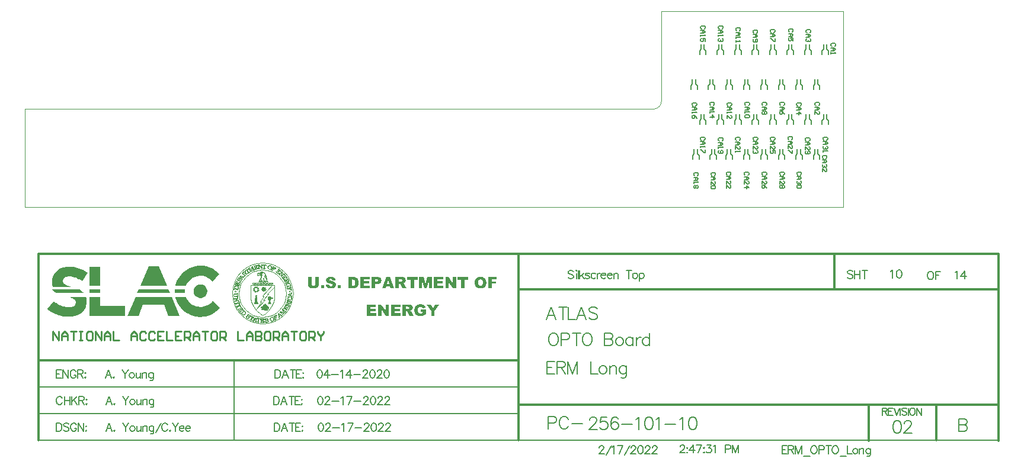
<source format=gto>
G04*
G04 #@! TF.GenerationSoftware,Altium Limited,Altium Designer,21.3.2 (30)*
G04*
G04 Layer_Color=65280*
%FSLAX25Y25*%
%MOIN*%
G70*
G04*
G04 #@! TF.SameCoordinates,0BA03C88-78D3-4CE0-B3B6-7A37467246DB*
G04*
G04*
G04 #@! TF.FilePolarity,Positive*
G04*
G01*
G75*
%ADD10C,0.00500*%
%ADD11C,0.00300*%
%ADD12C,0.00800*%
%ADD13C,0.01200*%
%ADD14C,0.00026*%
%ADD15C,0.00043*%
%ADD16C,0.00195*%
%ADD17C,0.00061*%
%ADD18C,0.00087*%
%ADD19C,0.00104*%
%ADD20C,0.00052*%
%ADD21C,0.00049*%
%ADD22C,0.00183*%
%ADD23C,0.00174*%
%ADD24C,0.00244*%
%ADD25C,0.00035*%
%ADD26C,0.01000*%
%ADD27R,0.06131X0.10864*%
%ADD28R,0.06131X0.02042*%
G36*
X26368Y-33752D02*
X27377Y-33850D01*
X28659Y-34051D01*
X29751Y-34308D01*
X30805Y-34635D01*
X31823Y-35030D01*
X32803Y-35491D01*
X33746Y-36018D01*
X34651Y-36607D01*
X35518Y-37257D01*
X32333Y-41875D01*
X31340Y-41241D01*
X30805Y-40905D01*
X30278Y-40630D01*
X29393Y-40169D01*
X28659Y-39882D01*
X27942Y-39602D01*
X27222Y-39398D01*
X26864Y-39323D01*
X26437Y-39240D01*
X26046Y-39191D01*
X25795Y-39159D01*
X25481Y-39145D01*
X25167Y-39131D01*
X24752Y-39144D01*
X24379Y-39165D01*
X23701Y-39281D01*
X23124Y-39462D01*
X22812Y-39593D01*
X22645Y-39695D01*
X22415Y-39835D01*
X22090Y-40117D01*
X21829Y-40447D01*
X21639Y-40830D01*
X21536Y-41216D01*
X21505Y-41557D01*
X21536Y-42107D01*
X21639Y-42524D01*
X21835Y-42913D01*
X22098Y-43235D01*
X22477Y-43545D01*
X22970Y-43835D01*
X23588Y-44116D01*
X24341Y-44394D01*
X26296Y-44977D01*
X15810D01*
X15479Y-43405D01*
X15414Y-42114D01*
X15533Y-40650D01*
X15881Y-39299D01*
X16444Y-38070D01*
X17207Y-36973D01*
X18156Y-36018D01*
X19275Y-35215D01*
X20550Y-34573D01*
X21901Y-34124D01*
X23701Y-33802D01*
X25167Y-33714D01*
X26368Y-33752D01*
D02*
G37*
G36*
X99391Y-33119D02*
X100884Y-33248D01*
X102383Y-33540D01*
X103722Y-33941D01*
X105051Y-34490D01*
X106309Y-35164D01*
X107489Y-35954D01*
X108583Y-36854D01*
X109583Y-37855D01*
X105845Y-42174D01*
X104761Y-41040D01*
X104028Y-40444D01*
X103234Y-39928D01*
X102383Y-39500D01*
X101483Y-39164D01*
X100539Y-38927D01*
X99556Y-38796D01*
X98434Y-38782D01*
X97125Y-38947D01*
X95883Y-39298D01*
X94724Y-39820D01*
X93661Y-40498D01*
X92696Y-41333D01*
X91885Y-42263D01*
X91200Y-43321D01*
X90669Y-44477D01*
X84804D01*
X84866Y-44089D01*
X85197Y-42950D01*
X85616Y-41853D01*
X86120Y-40800D01*
X86704Y-39796D01*
X87035Y-39321D01*
X87365Y-38846D01*
X88098Y-37953D01*
X88898Y-37122D01*
X89763Y-36357D01*
X90687Y-35662D01*
X91666Y-35042D01*
X92711Y-34494D01*
X93774Y-34041D01*
X94894Y-33669D01*
X96053Y-33388D01*
X97246Y-33202D01*
X98434Y-33119D01*
X99391Y-33119D01*
D02*
G37*
G36*
X80045Y-44477D02*
X64977D01*
X69685Y-33414D01*
X75337D01*
X80045Y-44477D01*
D02*
G37*
G36*
X90170Y-46521D02*
X90144Y-46916D01*
X90119Y-47284D01*
Y-48003D01*
X90170Y-48542D01*
X84488D01*
X84469Y-47901D01*
X84451Y-47465D01*
X84454Y-47261D01*
X84488Y-46521D01*
X90170Y-46521D01*
D02*
G37*
G36*
X31849Y-47174D02*
X32165Y-47416D01*
X32482Y-47658D01*
X32863Y-48004D01*
X33375Y-48562D01*
X18203D01*
X17875Y-48392D01*
X17547Y-48222D01*
X17185Y-47998D01*
X16824Y-47774D01*
X16398Y-47436D01*
X15973Y-47097D01*
X15425Y-46520D01*
X30766D01*
X31849Y-47174D01*
D02*
G37*
G36*
X81784Y-48562D02*
X63238D01*
X64107Y-46520D01*
X80916D01*
X81784Y-48562D01*
D02*
G37*
G36*
X100020Y-43855D02*
X100717Y-44143D01*
X101343Y-44562D01*
X101876Y-45095D01*
X102295Y-45721D01*
X102583Y-46417D01*
X102730Y-47157D01*
Y-47533D01*
Y-47537D01*
Y-47913D01*
X102583Y-48652D01*
X102295Y-49349D01*
X101876Y-49975D01*
X101343Y-50508D01*
X100717Y-50927D01*
X100020Y-51215D01*
X99281Y-51362D01*
X98528D01*
X97790Y-51215D01*
X97095Y-50927D01*
X96469Y-50509D01*
X95937Y-49977D01*
X95519Y-49351D01*
X95231Y-48656D01*
X95085Y-47918D01*
Y-47542D01*
Y-47528D01*
Y-47152D01*
X95231Y-46414D01*
X95519Y-45719D01*
X95937Y-45093D01*
X96469Y-44561D01*
X97095Y-44143D01*
X97790Y-43855D01*
X98528Y-43708D01*
X99281D01*
X100020Y-43855D01*
D02*
G37*
G36*
X34673Y-51361D02*
X34760Y-51806D01*
X34820Y-52328D01*
X34837Y-52784D01*
X34854Y-53239D01*
X34790Y-54059D01*
X34730Y-54826D01*
X34550Y-55538D01*
X34367Y-56262D01*
X34000Y-57116D01*
X33781Y-57546D01*
X33382Y-58108D01*
X32984Y-58671D01*
X32489Y-59152D01*
X31993Y-59634D01*
X30821Y-60431D01*
X30152Y-60744D01*
X29484Y-61058D01*
X29123Y-61168D01*
X28621Y-61320D01*
X27976Y-61514D01*
X27693Y-61562D01*
X27119Y-61659D01*
X26717Y-61727D01*
X26335Y-61787D01*
X26123Y-61799D01*
X25464Y-61833D01*
X25103Y-61853D01*
X24588Y-61877D01*
X24195Y-61863D01*
X23803Y-61849D01*
X23356Y-61834D01*
X22895Y-61785D01*
X22494Y-61743D01*
X22014Y-61687D01*
X21587Y-61611D01*
X21160Y-61536D01*
X20840Y-61479D01*
X20328Y-61351D01*
X19964Y-61260D01*
X19517Y-61141D01*
X19120Y-61010D01*
X18723Y-60880D01*
X18382Y-60768D01*
X17945Y-60588D01*
X17567Y-60433D01*
X16806Y-60086D01*
X16422Y-59895D01*
X16030Y-59699D01*
X15469Y-59364D01*
X14908Y-59029D01*
X13829Y-58269D01*
X12799Y-57419D01*
X16422Y-53080D01*
X17190Y-53658D01*
X17567Y-53943D01*
X17945Y-54227D01*
X18382Y-54506D01*
X18723Y-54724D01*
X19120Y-54945D01*
X19601Y-55205D01*
X19964Y-55377D01*
X20328Y-55549D01*
X20584Y-55647D01*
X21000Y-55808D01*
X21587Y-55997D01*
X22094Y-56141D01*
X22494Y-56226D01*
X23125Y-56340D01*
X23580Y-56397D01*
X24195Y-56441D01*
X24682Y-56462D01*
X25103Y-56449D01*
X25464Y-56435D01*
X26123Y-56348D01*
X26352Y-56293D01*
X26717Y-56205D01*
X26997Y-56100D01*
X27387Y-55929D01*
X27693Y-55762D01*
X28070Y-55467D01*
X28368Y-55124D01*
X28546Y-54806D01*
X28621Y-54621D01*
X28728Y-54200D01*
X28763Y-53836D01*
X28738Y-53361D01*
X28621Y-52915D01*
X28438Y-52560D01*
X28278Y-52338D01*
X28033Y-52108D01*
X27825Y-51946D01*
X27534Y-51746D01*
X27241Y-51592D01*
X26857Y-51403D01*
X26543Y-51270D01*
X26229Y-51147D01*
X26123Y-51112D01*
X25464Y-50894D01*
X24622Y-50605D01*
X34485D01*
X34673Y-51361D01*
D02*
G37*
G36*
X42613Y-55906D02*
X56506D01*
Y-61479D01*
X36481D01*
Y-50605D01*
X42613D01*
Y-55906D01*
D02*
G37*
G36*
X87283Y-61480D02*
X80871D01*
X78324Y-55230D01*
X66540D01*
X63991Y-61480D01*
X57742D01*
X62369Y-50605D01*
X82654D01*
X87283Y-61480D01*
D02*
G37*
G36*
X90910Y-51195D02*
X91215Y-51750D01*
X91519Y-52306D01*
X91970Y-52903D01*
X92277Y-53312D01*
X92693Y-53727D01*
X93167Y-54198D01*
X93469Y-54423D01*
X93771Y-54648D01*
X94176Y-54950D01*
X94534Y-55144D01*
X94892Y-55338D01*
X95289Y-55553D01*
X95670Y-55692D01*
X96051Y-55831D01*
X96492Y-55992D01*
X97771Y-56253D01*
X98434Y-56312D01*
X98942Y-56305D01*
X99573Y-56296D01*
X100578Y-56159D01*
X101544Y-55910D01*
X102463Y-55558D01*
X103329Y-55109D01*
X103732Y-54839D01*
X104135Y-54569D01*
X104390Y-54355D01*
X104645Y-54141D01*
X104875Y-53946D01*
X105100Y-53711D01*
X105325Y-53475D01*
X105543Y-53246D01*
X105754Y-53003D01*
X105964Y-52760D01*
X109964Y-56798D01*
X108955Y-57888D01*
X107840Y-58868D01*
X106627Y-59732D01*
X105325Y-60469D01*
X104645Y-60787D01*
X103732Y-61129D01*
X103228Y-61318D01*
X101744Y-61699D01*
X100204Y-61923D01*
X99415Y-61974D01*
X98942Y-61975D01*
X98469Y-61977D01*
X98102Y-61951D01*
X97245Y-61891D01*
X96051Y-61705D01*
X95289Y-61520D01*
X94892Y-61424D01*
X93973Y-61119D01*
X93771Y-61052D01*
X93167Y-60794D01*
X92693Y-60592D01*
X91970Y-60211D01*
X91662Y-60049D01*
X91215Y-59766D01*
X90665Y-59415D01*
X90212Y-59074D01*
X89759Y-58733D01*
X89326Y-58350D01*
X88894Y-57967D01*
X88093Y-57135D01*
X87727Y-56688D01*
X87361Y-56242D01*
X87030Y-55766D01*
X86700Y-55290D01*
X86408Y-54788D01*
X86116Y-54286D01*
X85864Y-53759D01*
X85613Y-53232D01*
X85403Y-52682D01*
X85194Y-52133D01*
X84864Y-50993D01*
X84803Y-50605D01*
X90665D01*
X90910Y-51195D01*
D02*
G37*
G36*
X172474Y-39383D02*
X172578D01*
X172692Y-39393D01*
X172828Y-39414D01*
X172963Y-39424D01*
X173265Y-39487D01*
X173567Y-39570D01*
X173869Y-39674D01*
X174004Y-39747D01*
X174129Y-39830D01*
X174139D01*
X174160Y-39851D01*
X174191Y-39882D01*
X174233Y-39914D01*
X174285Y-39966D01*
X174337Y-40028D01*
X174400Y-40091D01*
X174472Y-40174D01*
X174535Y-40268D01*
X174597Y-40382D01*
X174670Y-40497D01*
X174722Y-40622D01*
X174785Y-40767D01*
X174826Y-40923D01*
X174868Y-41090D01*
X174899Y-41267D01*
X173057Y-41371D01*
Y-41350D01*
X173036Y-41298D01*
X173015Y-41225D01*
X172984Y-41132D01*
X172942Y-41028D01*
X172890Y-40923D01*
X172817Y-40830D01*
X172734Y-40747D01*
X172724Y-40736D01*
X172692Y-40715D01*
X172640Y-40684D01*
X172567Y-40642D01*
X172474Y-40611D01*
X172359Y-40580D01*
X172234Y-40559D01*
X172078Y-40549D01*
X172026D01*
X171964Y-40559D01*
X171880Y-40569D01*
X171714Y-40611D01*
X171631Y-40642D01*
X171558Y-40694D01*
X171547Y-40705D01*
X171537Y-40715D01*
X171506Y-40747D01*
X171474Y-40788D01*
X171422Y-40903D01*
X171402Y-40975D01*
X171391Y-41048D01*
Y-41059D01*
Y-41069D01*
X171412Y-41142D01*
X171453Y-41225D01*
X171485Y-41277D01*
X171537Y-41319D01*
X171547Y-41329D01*
X171568Y-41340D01*
X171610Y-41361D01*
X171672Y-41392D01*
X171755Y-41434D01*
X171870Y-41475D01*
X172016Y-41517D01*
X172193Y-41558D01*
X172203D01*
X172245Y-41569D01*
X172318Y-41590D01*
X172401Y-41600D01*
X172505Y-41631D01*
X172630Y-41662D01*
X172765Y-41694D01*
X172911Y-41725D01*
X173213Y-41819D01*
X173515Y-41912D01*
X173660Y-41964D01*
X173796Y-42017D01*
X173921Y-42068D01*
X174035Y-42121D01*
X174046D01*
X174056Y-42131D01*
X174087Y-42152D01*
X174129Y-42173D01*
X174223Y-42235D01*
X174347Y-42308D01*
X174483Y-42412D01*
X174618Y-42537D01*
X174743Y-42672D01*
X174847Y-42818D01*
X174858Y-42839D01*
X174889Y-42891D01*
X174931Y-42974D01*
X174983Y-43089D01*
X175024Y-43234D01*
X175066Y-43391D01*
X175097Y-43568D01*
X175107Y-43755D01*
Y-43765D01*
Y-43786D01*
Y-43817D01*
Y-43859D01*
X175087Y-43974D01*
X175066Y-44130D01*
X175024Y-44296D01*
X174962Y-44484D01*
X174878Y-44681D01*
X174764Y-44879D01*
Y-44890D01*
X174753Y-44900D01*
X174701Y-44962D01*
X174629Y-45056D01*
X174524Y-45171D01*
X174389Y-45296D01*
X174223Y-45421D01*
X174035Y-45546D01*
X173817Y-45660D01*
X173806D01*
X173785Y-45670D01*
X173754Y-45681D01*
X173713Y-45702D01*
X173650Y-45722D01*
X173577Y-45743D01*
X173494Y-45764D01*
X173400Y-45785D01*
X173296Y-45816D01*
X173182Y-45837D01*
X172921Y-45879D01*
X172619Y-45910D01*
X172286Y-45920D01*
X172130D01*
X172026Y-45910D01*
X171891Y-45899D01*
X171745Y-45889D01*
X171578Y-45868D01*
X171402Y-45847D01*
X171027Y-45774D01*
X170839Y-45722D01*
X170652Y-45660D01*
X170475Y-45587D01*
X170319Y-45504D01*
X170163Y-45410D01*
X170038Y-45306D01*
X170027Y-45296D01*
X170007Y-45275D01*
X169975Y-45244D01*
X169944Y-45191D01*
X169892Y-45129D01*
X169840Y-45056D01*
X169778Y-44973D01*
X169715Y-44869D01*
X169653Y-44765D01*
X169590Y-44640D01*
X169476Y-44380D01*
X169392Y-44067D01*
X169361Y-43901D01*
X169340Y-43724D01*
X171204Y-43599D01*
Y-43620D01*
X171214Y-43672D01*
X171235Y-43755D01*
X171256Y-43859D01*
X171287Y-43974D01*
X171329Y-44088D01*
X171381Y-44192D01*
X171443Y-44296D01*
X171453Y-44317D01*
X171506Y-44359D01*
X171568Y-44411D01*
X171672Y-44484D01*
X171797Y-44556D01*
X171943Y-44609D01*
X172120Y-44650D01*
X172318Y-44671D01*
X172390D01*
X172463Y-44661D01*
X172557Y-44650D01*
X172661Y-44629D01*
X172776Y-44588D01*
X172880Y-44546D01*
X172973Y-44484D01*
X172984Y-44473D01*
X173005Y-44452D01*
X173046Y-44411D01*
X173088Y-44348D01*
X173129Y-44286D01*
X173171Y-44203D01*
X173192Y-44119D01*
X173202Y-44026D01*
Y-44015D01*
Y-43984D01*
X173192Y-43932D01*
X173171Y-43880D01*
X173150Y-43807D01*
X173109Y-43734D01*
X173057Y-43661D01*
X172984Y-43588D01*
X172973Y-43578D01*
X172942Y-43557D01*
X172869Y-43516D01*
X172776Y-43464D01*
X172640Y-43411D01*
X172557Y-43380D01*
X172463Y-43349D01*
X172359Y-43318D01*
X172245Y-43276D01*
X172120Y-43245D01*
X171974Y-43214D01*
X171964D01*
X171922Y-43203D01*
X171849Y-43182D01*
X171766Y-43162D01*
X171662Y-43130D01*
X171537Y-43099D01*
X171402Y-43058D01*
X171256Y-43016D01*
X170954Y-42901D01*
X170652Y-42776D01*
X170506Y-42704D01*
X170371Y-42620D01*
X170246Y-42537D01*
X170132Y-42454D01*
X170121Y-42443D01*
X170111Y-42433D01*
X170079Y-42402D01*
X170048Y-42370D01*
X169955Y-42266D01*
X169861Y-42121D01*
X169757Y-41944D01*
X169663Y-41735D01*
X169600Y-41496D01*
X169590Y-41361D01*
X169580Y-41225D01*
Y-41215D01*
Y-41205D01*
Y-41142D01*
X169590Y-41048D01*
X169611Y-40923D01*
X169653Y-40788D01*
X169694Y-40632D01*
X169767Y-40476D01*
X169861Y-40309D01*
X169871Y-40288D01*
X169913Y-40236D01*
X169975Y-40153D01*
X170069Y-40059D01*
X170194Y-39945D01*
X170340Y-39830D01*
X170517Y-39726D01*
X170714Y-39622D01*
X170725D01*
X170746Y-39612D01*
X170777Y-39601D01*
X170818Y-39581D01*
X170881Y-39560D01*
X170943Y-39539D01*
X171027Y-39518D01*
X171120Y-39497D01*
X171235Y-39476D01*
X171349Y-39456D01*
X171474Y-39435D01*
X171620Y-39414D01*
X171766Y-39393D01*
X171922Y-39383D01*
X172276Y-39372D01*
X172390D01*
X172474Y-39383D01*
D02*
G37*
G36*
X242710Y-45816D02*
X240867D01*
X238494Y-42339D01*
Y-45816D01*
X236651D01*
Y-39476D01*
X238473D01*
X240867Y-42985D01*
Y-39476D01*
X242710D01*
Y-45816D01*
D02*
G37*
G36*
X228979D02*
X227376D01*
Y-40986D01*
X226137Y-45816D01*
X224680D01*
X223451Y-40986D01*
Y-45816D01*
X221848D01*
Y-39476D01*
X224430D01*
X225409Y-43339D01*
X226397Y-39476D01*
X228979D01*
Y-45816D01*
D02*
G37*
G36*
X165447Y-43255D02*
Y-43266D01*
Y-43276D01*
Y-43307D01*
Y-43349D01*
X165437Y-43464D01*
X165426Y-43599D01*
X165405Y-43765D01*
X165374Y-43942D01*
X165332Y-44130D01*
X165270Y-44317D01*
Y-44328D01*
X165260Y-44338D01*
X165239Y-44400D01*
X165197Y-44494D01*
X165135Y-44609D01*
X165062Y-44754D01*
X164968Y-44900D01*
X164854Y-45046D01*
X164718Y-45191D01*
X164697Y-45212D01*
X164656Y-45254D01*
X164583Y-45316D01*
X164479Y-45400D01*
X164364Y-45483D01*
X164229Y-45566D01*
X164083Y-45650D01*
X163927Y-45712D01*
X163917D01*
X163906Y-45722D01*
X163875Y-45733D01*
X163823Y-45743D01*
X163771Y-45764D01*
X163708Y-45774D01*
X163542Y-45816D01*
X163344Y-45858D01*
X163115Y-45889D01*
X162855Y-45910D01*
X162563Y-45920D01*
X162386D01*
X162261Y-45910D01*
X162105D01*
X161939Y-45889D01*
X161741Y-45879D01*
X161543Y-45858D01*
X161522D01*
X161491Y-45847D01*
X161450D01*
X161356Y-45827D01*
X161231Y-45806D01*
X161085Y-45764D01*
X160929Y-45722D01*
X160773Y-45670D01*
X160627Y-45608D01*
X160606Y-45597D01*
X160565Y-45566D01*
X160492Y-45525D01*
X160408Y-45462D01*
X160304Y-45389D01*
X160190Y-45296D01*
X160075Y-45181D01*
X159961Y-45056D01*
X159950Y-45035D01*
X159909Y-44994D01*
X159857Y-44921D01*
X159794Y-44827D01*
X159732Y-44723D01*
X159659Y-44598D01*
X159597Y-44463D01*
X159545Y-44328D01*
Y-44317D01*
X159534Y-44296D01*
X159524Y-44265D01*
X159513Y-44223D01*
X159492Y-44109D01*
X159461Y-43963D01*
X159420Y-43797D01*
X159399Y-43620D01*
X159378Y-43432D01*
X159368Y-43255D01*
Y-39476D01*
X161325D01*
Y-43349D01*
Y-43359D01*
Y-43370D01*
Y-43432D01*
X161335Y-43526D01*
X161356Y-43640D01*
X161398Y-43765D01*
X161439Y-43901D01*
X161512Y-44036D01*
X161606Y-44151D01*
X161616Y-44161D01*
X161658Y-44192D01*
X161720Y-44244D01*
X161814Y-44296D01*
X161928Y-44348D01*
X162064Y-44400D01*
X162230Y-44432D01*
X162407Y-44442D01*
X162490D01*
X162584Y-44432D01*
X162699Y-44411D01*
X162824Y-44369D01*
X162949Y-44328D01*
X163084Y-44255D01*
X163198Y-44161D01*
X163209Y-44151D01*
X163240Y-44109D01*
X163292Y-44036D01*
X163344Y-43953D01*
X163396Y-43838D01*
X163448Y-43692D01*
X163479Y-43536D01*
X163490Y-43349D01*
Y-39476D01*
X165447D01*
Y-43255D01*
D02*
G37*
G36*
X265612Y-40840D02*
X262728D01*
Y-41944D01*
X265196D01*
Y-43224D01*
X262728D01*
Y-45816D01*
X260761D01*
Y-39476D01*
X265612D01*
Y-40840D01*
D02*
G37*
G36*
X249529Y-41038D02*
X247530D01*
Y-45816D01*
X245573D01*
Y-41038D01*
X243574D01*
Y-39476D01*
X249529D01*
Y-41038D01*
D02*
G37*
G36*
X235485Y-40830D02*
X232196D01*
Y-41840D01*
X235246D01*
Y-43130D01*
X232196D01*
Y-44380D01*
X235579D01*
Y-45816D01*
X230228D01*
Y-39476D01*
X235485D01*
Y-40830D01*
D02*
G37*
G36*
X220984Y-41038D02*
X218986D01*
Y-45816D01*
X217028D01*
Y-41038D01*
X215030D01*
Y-39476D01*
X220984D01*
Y-41038D01*
D02*
G37*
G36*
X212177Y-39487D02*
X212386Y-39497D01*
X212604Y-39518D01*
X212844Y-39539D01*
X213062Y-39581D01*
X213260Y-39633D01*
X213270D01*
X213281Y-39643D01*
X213343Y-39664D01*
X213427Y-39706D01*
X213541Y-39768D01*
X213656Y-39841D01*
X213791Y-39945D01*
X213916Y-40070D01*
X214030Y-40216D01*
X214041Y-40236D01*
X214083Y-40288D01*
X214124Y-40382D01*
X214187Y-40497D01*
X214239Y-40653D01*
X214291Y-40830D01*
X214322Y-41028D01*
X214332Y-41246D01*
Y-41256D01*
Y-41267D01*
Y-41329D01*
X214322Y-41434D01*
X214301Y-41558D01*
X214280Y-41694D01*
X214239Y-41850D01*
X214176Y-42006D01*
X214103Y-42152D01*
X214093Y-42173D01*
X214062Y-42214D01*
X214010Y-42287D01*
X213937Y-42370D01*
X213854Y-42474D01*
X213739Y-42579D01*
X213624Y-42683D01*
X213479Y-42776D01*
X213468Y-42787D01*
X213437Y-42797D01*
X213375Y-42829D01*
X213302Y-42860D01*
X213198Y-42901D01*
X213083Y-42943D01*
X212948Y-42985D01*
X212792Y-43026D01*
X212802D01*
X212844Y-43047D01*
X212906Y-43068D01*
X212979Y-43099D01*
X213146Y-43172D01*
X213229Y-43214D01*
X213291Y-43255D01*
X213302D01*
X213312Y-43276D01*
X213343Y-43297D01*
X213375Y-43328D01*
X213416Y-43380D01*
X213468Y-43432D01*
X213531Y-43505D01*
X213604Y-43599D01*
X213614Y-43609D01*
X213635Y-43640D01*
X213677Y-43682D01*
X213718Y-43745D01*
X213812Y-43870D01*
X213854Y-43932D01*
X213885Y-43984D01*
X214842Y-45816D01*
X212625D01*
X211574Y-43890D01*
X211563Y-43870D01*
X211542Y-43828D01*
X211501Y-43765D01*
X211459Y-43682D01*
X211397Y-43599D01*
X211345Y-43526D01*
X211282Y-43453D01*
X211220Y-43401D01*
X211209Y-43391D01*
X211189Y-43380D01*
X211137Y-43349D01*
X211084Y-43318D01*
X211012Y-43297D01*
X210928Y-43266D01*
X210835Y-43255D01*
X210741Y-43245D01*
X210574D01*
Y-45816D01*
X208607D01*
Y-39476D01*
X212094D01*
X212177Y-39487D01*
D02*
G37*
G36*
X207951Y-45816D02*
X205890D01*
X205577Y-44765D01*
X203360D01*
X203048Y-45816D01*
X201049D01*
X203423Y-39476D01*
X205577D01*
X207951Y-45816D01*
D02*
G37*
G36*
X198707Y-39487D02*
X198790D01*
X198894Y-39508D01*
X199009Y-39518D01*
X199134Y-39539D01*
X199394Y-39601D01*
X199654Y-39695D01*
X199790Y-39747D01*
X199915Y-39820D01*
X200029Y-39893D01*
X200133Y-39987D01*
X200144Y-39997D01*
X200154Y-40007D01*
X200185Y-40039D01*
X200216Y-40080D01*
X200258Y-40132D01*
X200300Y-40195D01*
X200352Y-40268D01*
X200404Y-40361D01*
X200445Y-40455D01*
X200497Y-40559D01*
X200539Y-40684D01*
X200581Y-40809D01*
X200643Y-41090D01*
X200654Y-41256D01*
X200664Y-41423D01*
Y-41434D01*
Y-41465D01*
Y-41517D01*
X200654Y-41579D01*
X200643Y-41662D01*
X200633Y-41756D01*
X200612Y-41860D01*
X200591Y-41975D01*
X200518Y-42214D01*
X200414Y-42464D01*
X200352Y-42589D01*
X200279Y-42714D01*
X200185Y-42829D01*
X200081Y-42933D01*
X200071Y-42943D01*
X200050Y-42953D01*
X200019Y-42985D01*
X199977Y-43016D01*
X199915Y-43058D01*
X199842Y-43099D01*
X199748Y-43151D01*
X199644Y-43193D01*
X199529Y-43245D01*
X199404Y-43297D01*
X199259Y-43339D01*
X199102Y-43380D01*
X198925Y-43411D01*
X198738Y-43443D01*
X198540Y-43453D01*
X198322Y-43464D01*
X197249D01*
Y-45816D01*
X195282D01*
Y-39476D01*
X198634D01*
X198707Y-39487D01*
D02*
G37*
G36*
X194137Y-40830D02*
X190847D01*
Y-41840D01*
X193897D01*
Y-43130D01*
X190847D01*
Y-44380D01*
X194231D01*
Y-45816D01*
X188880D01*
Y-39476D01*
X194137D01*
Y-40830D01*
D02*
G37*
G36*
X185143Y-39487D02*
X185226D01*
X185413Y-39508D01*
X185642Y-39539D01*
X185871Y-39581D01*
X186100Y-39633D01*
X186309Y-39716D01*
X186319D01*
X186329Y-39726D01*
X186402Y-39757D01*
X186496Y-39810D01*
X186621Y-39882D01*
X186756Y-39976D01*
X186902Y-40091D01*
X187048Y-40226D01*
X187183Y-40382D01*
X187204Y-40403D01*
X187246Y-40455D01*
X187308Y-40549D01*
X187381Y-40674D01*
X187464Y-40819D01*
X187547Y-40996D01*
X187631Y-41194D01*
X187693Y-41402D01*
Y-41413D01*
X187704Y-41423D01*
Y-41465D01*
X187714Y-41506D01*
X187735Y-41558D01*
X187745Y-41621D01*
X187776Y-41777D01*
X187797Y-41954D01*
X187829Y-42162D01*
X187839Y-42391D01*
X187849Y-42631D01*
Y-42641D01*
Y-42672D01*
Y-42724D01*
Y-42797D01*
X187839Y-42880D01*
Y-42985D01*
X187829Y-43089D01*
X187818Y-43214D01*
X187787Y-43464D01*
X187745Y-43724D01*
X187693Y-43984D01*
X187652Y-44098D01*
X187610Y-44213D01*
Y-44223D01*
X187599Y-44234D01*
X187589Y-44265D01*
X187568Y-44307D01*
X187516Y-44411D01*
X187443Y-44536D01*
X187350Y-44681D01*
X187246Y-44838D01*
X187110Y-44994D01*
X186964Y-45150D01*
X186944Y-45171D01*
X186892Y-45212D01*
X186808Y-45275D01*
X186704Y-45348D01*
X186569Y-45441D01*
X186423Y-45514D01*
X186267Y-45587D01*
X186090Y-45650D01*
X186080D01*
X186059Y-45660D01*
X186028D01*
X185986Y-45670D01*
X185923Y-45691D01*
X185861Y-45702D01*
X185705Y-45733D01*
X185517Y-45764D01*
X185330Y-45785D01*
X185122Y-45806D01*
X184924Y-45816D01*
X182020D01*
Y-39476D01*
X185070D01*
X185143Y-39487D01*
D02*
G37*
G36*
X177866Y-45816D02*
X175982D01*
Y-44046D01*
X177866D01*
Y-45816D01*
D02*
G37*
G36*
X168518D02*
X166634D01*
Y-44046D01*
X168518D01*
Y-45816D01*
D02*
G37*
G36*
X256555Y-39383D02*
X256659D01*
X256795Y-39393D01*
X256941Y-39414D01*
X257117Y-39445D01*
X257294Y-39476D01*
X257492Y-39529D01*
X257690Y-39581D01*
X257888Y-39653D01*
X258096Y-39737D01*
X258294Y-39830D01*
X258481Y-39945D01*
X258668Y-40080D01*
X258835Y-40226D01*
X258845Y-40236D01*
X258877Y-40268D01*
X258918Y-40309D01*
X258970Y-40382D01*
X259033Y-40465D01*
X259106Y-40580D01*
X259189Y-40705D01*
X259272Y-40840D01*
X259345Y-41007D01*
X259428Y-41184D01*
X259501Y-41371D01*
X259564Y-41590D01*
X259616Y-41819D01*
X259658Y-42058D01*
X259689Y-42318D01*
X259699Y-42599D01*
Y-42610D01*
Y-42652D01*
Y-42704D01*
X259689Y-42787D01*
Y-42880D01*
X259678Y-42985D01*
X259668Y-43110D01*
X259658Y-43245D01*
X259605Y-43536D01*
X259543Y-43838D01*
X259449Y-44151D01*
X259324Y-44432D01*
Y-44442D01*
X259303Y-44463D01*
X259283Y-44494D01*
X259251Y-44546D01*
X259220Y-44609D01*
X259168Y-44671D01*
X259054Y-44838D01*
X258897Y-45015D01*
X258710Y-45191D01*
X258491Y-45379D01*
X258242Y-45535D01*
X258231D01*
X258210Y-45556D01*
X258169Y-45566D01*
X258117Y-45597D01*
X258044Y-45629D01*
X257961Y-45660D01*
X257867Y-45691D01*
X257752Y-45722D01*
X257638Y-45764D01*
X257503Y-45795D01*
X257357Y-45827D01*
X257201Y-45858D01*
X256857Y-45899D01*
X256472Y-45920D01*
X256368D01*
X256295Y-45910D01*
X256201D01*
X256097Y-45899D01*
X255972Y-45889D01*
X255847Y-45879D01*
X255566Y-45837D01*
X255264Y-45774D01*
X254973Y-45702D01*
X254692Y-45587D01*
X254681D01*
X254661Y-45566D01*
X254629Y-45546D01*
X254577Y-45525D01*
X254515Y-45483D01*
X254452Y-45441D01*
X254286Y-45327D01*
X254109Y-45171D01*
X253922Y-44983D01*
X253734Y-44765D01*
X253557Y-44504D01*
Y-44494D01*
X253536Y-44473D01*
X253516Y-44432D01*
X253495Y-44369D01*
X253464Y-44296D01*
X253422Y-44213D01*
X253380Y-44109D01*
X253349Y-43994D01*
X253307Y-43870D01*
X253266Y-43724D01*
X253235Y-43578D01*
X253193Y-43411D01*
X253172Y-43234D01*
X253151Y-43047D01*
X253130Y-42652D01*
Y-42631D01*
Y-42579D01*
X253141Y-42506D01*
Y-42391D01*
X253162Y-42266D01*
X253172Y-42110D01*
X253203Y-41944D01*
X253235Y-41767D01*
X253287Y-41579D01*
X253339Y-41381D01*
X253412Y-41184D01*
X253495Y-40975D01*
X253599Y-40778D01*
X253713Y-40590D01*
X253838Y-40403D01*
X253994Y-40236D01*
X254005Y-40226D01*
X254036Y-40195D01*
X254088Y-40153D01*
X254151Y-40101D01*
X254244Y-40039D01*
X254348Y-39966D01*
X254473Y-39882D01*
X254619Y-39799D01*
X254786Y-39726D01*
X254963Y-39643D01*
X255160Y-39570D01*
X255379Y-39508D01*
X255608Y-39456D01*
X255858Y-39414D01*
X256118Y-39383D01*
X256399Y-39372D01*
X256472D01*
X256555Y-39383D01*
D02*
G37*
G36*
X222879Y-54883D02*
X222983D01*
X223087Y-54893D01*
X223212D01*
X223462Y-54924D01*
X223722Y-54956D01*
X223972Y-55008D01*
X224087Y-55039D01*
X224191Y-55070D01*
X224201D01*
X224212Y-55080D01*
X224285Y-55101D01*
X224378Y-55153D01*
X224503Y-55216D01*
X224639Y-55299D01*
X224784Y-55403D01*
X224930Y-55518D01*
X225065Y-55664D01*
X225076Y-55684D01*
X225117Y-55736D01*
X225180Y-55820D01*
X225263Y-55934D01*
X225346Y-56080D01*
X225430Y-56257D01*
X225513Y-56455D01*
X225586Y-56673D01*
X223691Y-57006D01*
X223681Y-56986D01*
X223670Y-56944D01*
X223639Y-56881D01*
X223598Y-56809D01*
X223535Y-56715D01*
X223473Y-56632D01*
X223379Y-56538D01*
X223285Y-56465D01*
X223275Y-56455D01*
X223233Y-56434D01*
X223181Y-56403D01*
X223098Y-56361D01*
X222994Y-56330D01*
X222869Y-56299D01*
X222733Y-56278D01*
X222577Y-56267D01*
X222515D01*
X222473Y-56278D01*
X222348Y-56288D01*
X222203Y-56319D01*
X222046Y-56371D01*
X221869Y-56455D01*
X221703Y-56569D01*
X221620Y-56632D01*
X221547Y-56715D01*
X221526Y-56736D01*
X221515Y-56767D01*
X221484Y-56798D01*
X221463Y-56850D01*
X221432Y-56902D01*
X221391Y-56975D01*
X221359Y-57058D01*
X221328Y-57152D01*
X221287Y-57256D01*
X221255Y-57371D01*
X221234Y-57496D01*
X221203Y-57641D01*
X221193Y-57787D01*
X221172Y-57954D01*
Y-58131D01*
Y-58141D01*
Y-58172D01*
Y-58224D01*
X221182Y-58297D01*
Y-58381D01*
X221193Y-58485D01*
X221224Y-58703D01*
X221266Y-58943D01*
X221339Y-59182D01*
X221432Y-59411D01*
X221495Y-59505D01*
X221557Y-59598D01*
X221578Y-59619D01*
X221630Y-59671D01*
X221713Y-59734D01*
X221838Y-59817D01*
X221984Y-59900D01*
X222171Y-59963D01*
X222390Y-60015D01*
X222629Y-60036D01*
X222681D01*
X222754Y-60025D01*
X222838D01*
X222931Y-60015D01*
X223035Y-59994D01*
X223254Y-59942D01*
X223264D01*
X223306Y-59921D01*
X223369Y-59900D01*
X223452Y-59869D01*
X223556Y-59817D01*
X223681Y-59765D01*
X223806Y-59703D01*
X223952Y-59619D01*
Y-59026D01*
X222640D01*
Y-57704D01*
X225669D01*
Y-60410D01*
X225659Y-60421D01*
X225627Y-60431D01*
X225586Y-60462D01*
X225523Y-60504D01*
X225450Y-60556D01*
X225357Y-60608D01*
X225253Y-60671D01*
X225149Y-60733D01*
X224909Y-60858D01*
X224649Y-60993D01*
X224378Y-61118D01*
X224118Y-61212D01*
X224108D01*
X224087Y-61222D01*
X224056Y-61233D01*
X224004Y-61243D01*
X223941Y-61264D01*
X223858Y-61274D01*
X223775Y-61295D01*
X223670Y-61316D01*
X223556Y-61337D01*
X223441Y-61358D01*
X223171Y-61389D01*
X222869Y-61410D01*
X222536Y-61420D01*
X222432D01*
X222348Y-61410D01*
X222255D01*
X222140Y-61399D01*
X222015Y-61389D01*
X221880Y-61368D01*
X221588Y-61326D01*
X221287Y-61264D01*
X220974Y-61170D01*
X220693Y-61045D01*
X220683D01*
X220662Y-61025D01*
X220631Y-61004D01*
X220579Y-60973D01*
X220516Y-60931D01*
X220454Y-60879D01*
X220287Y-60754D01*
X220110Y-60598D01*
X219933Y-60400D01*
X219746Y-60171D01*
X219590Y-59900D01*
Y-59890D01*
X219569Y-59869D01*
X219558Y-59828D01*
X219527Y-59765D01*
X219496Y-59692D01*
X219465Y-59609D01*
X219433Y-59505D01*
X219402Y-59401D01*
X219361Y-59276D01*
X219329Y-59140D01*
X219267Y-58838D01*
X219225Y-58505D01*
X219204Y-58152D01*
Y-58141D01*
Y-58110D01*
Y-58047D01*
X219215Y-57974D01*
Y-57891D01*
X219225Y-57777D01*
X219236Y-57662D01*
X219257Y-57537D01*
X219309Y-57256D01*
X219381Y-56954D01*
X219486Y-56642D01*
X219631Y-56351D01*
X219642Y-56340D01*
X219652Y-56319D01*
X219673Y-56278D01*
X219715Y-56226D01*
X219756Y-56163D01*
X219808Y-56090D01*
X219944Y-55913D01*
X220121Y-55726D01*
X220339Y-55528D01*
X220589Y-55351D01*
X220881Y-55185D01*
X220891D01*
X220912Y-55174D01*
X220943Y-55153D01*
X220995Y-55133D01*
X221068Y-55112D01*
X221141Y-55080D01*
X221234Y-55060D01*
X221339Y-55028D01*
X221463Y-54997D01*
X221588Y-54966D01*
X221734Y-54945D01*
X221890Y-54924D01*
X222057Y-54904D01*
X222234Y-54883D01*
X222421Y-54872D01*
X222796D01*
X222879Y-54883D01*
D02*
G37*
G36*
X230624Y-58662D02*
Y-61316D01*
X228657D01*
Y-58662D01*
X226190Y-54976D01*
X228365D01*
X229646Y-57121D01*
X230916Y-54976D01*
X233091D01*
X230624Y-58662D01*
D02*
G37*
G36*
X204849Y-61316D02*
X203007D01*
X200633Y-57839D01*
Y-61316D01*
X198791D01*
Y-54976D01*
X200612D01*
X203007Y-58485D01*
Y-54976D01*
X204849D01*
Y-61316D01*
D02*
G37*
G36*
X216154Y-54987D02*
X216363Y-54997D01*
X216581Y-55018D01*
X216821Y-55039D01*
X217039Y-55080D01*
X217237Y-55133D01*
X217247D01*
X217258Y-55143D01*
X217320Y-55164D01*
X217404Y-55206D01*
X217518Y-55268D01*
X217633Y-55341D01*
X217768Y-55445D01*
X217893Y-55570D01*
X218007Y-55716D01*
X218018Y-55736D01*
X218059Y-55788D01*
X218101Y-55882D01*
X218163Y-55997D01*
X218215Y-56153D01*
X218268Y-56330D01*
X218299Y-56528D01*
X218309Y-56746D01*
Y-56757D01*
Y-56767D01*
Y-56829D01*
X218299Y-56933D01*
X218278Y-57058D01*
X218257Y-57194D01*
X218215Y-57350D01*
X218153Y-57506D01*
X218080Y-57652D01*
X218070Y-57673D01*
X218039Y-57714D01*
X217986Y-57787D01*
X217914Y-57870D01*
X217830Y-57974D01*
X217716Y-58079D01*
X217601Y-58183D01*
X217456Y-58276D01*
X217445Y-58287D01*
X217414Y-58297D01*
X217352Y-58328D01*
X217279Y-58360D01*
X217175Y-58401D01*
X217060Y-58443D01*
X216925Y-58485D01*
X216769Y-58526D01*
X216779D01*
X216821Y-58547D01*
X216883Y-58568D01*
X216956Y-58599D01*
X217123Y-58672D01*
X217206Y-58714D01*
X217268Y-58755D01*
X217279D01*
X217289Y-58776D01*
X217320Y-58797D01*
X217352Y-58828D01*
X217393Y-58880D01*
X217445Y-58932D01*
X217508Y-59005D01*
X217581Y-59099D01*
X217591Y-59109D01*
X217612Y-59140D01*
X217653Y-59182D01*
X217695Y-59245D01*
X217789Y-59369D01*
X217830Y-59432D01*
X217862Y-59484D01*
X218819Y-61316D01*
X216602D01*
X215551Y-59390D01*
X215540Y-59369D01*
X215519Y-59328D01*
X215478Y-59265D01*
X215436Y-59182D01*
X215374Y-59099D01*
X215322Y-59026D01*
X215259Y-58953D01*
X215197Y-58901D01*
X215186Y-58891D01*
X215165Y-58880D01*
X215113Y-58849D01*
X215061Y-58818D01*
X214988Y-58797D01*
X214905Y-58766D01*
X214811Y-58755D01*
X214718Y-58745D01*
X214551D01*
Y-61316D01*
X212584D01*
Y-54976D01*
X216071D01*
X216154Y-54987D01*
D02*
G37*
G36*
X211407Y-56330D02*
X208118D01*
Y-57340D01*
X211168D01*
Y-58630D01*
X208118D01*
Y-59879D01*
X211501D01*
Y-61316D01*
X206150D01*
Y-54976D01*
X211407D01*
Y-56330D01*
D02*
G37*
G36*
X197625D02*
X194335D01*
Y-57340D01*
X197385D01*
Y-58630D01*
X194335D01*
Y-59879D01*
X197718D01*
Y-61316D01*
X192367D01*
Y-54976D01*
X197625D01*
Y-56330D01*
D02*
G37*
%LPC*%
G36*
X211428Y-40757D02*
X210574D01*
Y-42048D01*
X211459D01*
X211511Y-42037D01*
X211584Y-42027D01*
X211678Y-42017D01*
X211782Y-41996D01*
X211917Y-41964D01*
X211928D01*
X211948Y-41954D01*
X211990Y-41944D01*
X212032Y-41923D01*
X212136Y-41860D01*
X212188Y-41819D01*
X212240Y-41767D01*
X212250Y-41756D01*
X212261Y-41735D01*
X212282Y-41704D01*
X212302Y-41662D01*
X212344Y-41548D01*
X212365Y-41475D01*
Y-41402D01*
Y-41392D01*
Y-41350D01*
X212354Y-41298D01*
X212344Y-41225D01*
X212313Y-41152D01*
X212282Y-41069D01*
X212229Y-40996D01*
X212167Y-40923D01*
X212157Y-40913D01*
X212125Y-40892D01*
X212073Y-40871D01*
X212000Y-40840D01*
X211896Y-40809D01*
X211771Y-40778D01*
X211615Y-40767D01*
X211428Y-40757D01*
D02*
G37*
G36*
X204474Y-41121D02*
X203787Y-43391D01*
X205161D01*
X204474Y-41121D01*
D02*
G37*
G36*
X197801Y-40767D02*
X197249D01*
Y-42183D01*
X197822D01*
X197916Y-42173D01*
X198041Y-42162D01*
X198166Y-42141D01*
X198301Y-42100D01*
X198415Y-42058D01*
X198520Y-41996D01*
X198530Y-41985D01*
X198561Y-41964D01*
X198592Y-41912D01*
X198644Y-41860D01*
X198686Y-41787D01*
X198717Y-41694D01*
X198749Y-41600D01*
X198759Y-41486D01*
Y-41475D01*
Y-41434D01*
X198749Y-41381D01*
X198738Y-41309D01*
X198707Y-41225D01*
X198676Y-41142D01*
X198624Y-41059D01*
X198551Y-40975D01*
X198540Y-40965D01*
X198509Y-40944D01*
X198457Y-40913D01*
X198384Y-40871D01*
X198280Y-40830D01*
X198155Y-40799D01*
X197989Y-40778D01*
X197801Y-40767D01*
D02*
G37*
G36*
X184456Y-40913D02*
X183977D01*
Y-44380D01*
X184549D01*
X184664Y-44369D01*
X184789Y-44359D01*
X184934Y-44348D01*
X185080Y-44317D01*
X185205Y-44286D01*
X185320Y-44244D01*
X185330Y-44234D01*
X185361Y-44213D01*
X185413Y-44182D01*
X185465Y-44130D01*
X185538Y-44067D01*
X185601Y-43984D01*
X185663Y-43890D01*
X185726Y-43776D01*
X185736Y-43755D01*
X185747Y-43713D01*
X185778Y-43630D01*
X185809Y-43505D01*
X185830Y-43359D01*
X185861Y-43162D01*
X185871Y-42933D01*
X185882Y-42672D01*
Y-42662D01*
Y-42631D01*
Y-42579D01*
Y-42506D01*
X185871Y-42423D01*
X185861Y-42329D01*
X185840Y-42121D01*
X185799Y-41892D01*
X185747Y-41662D01*
X185663Y-41454D01*
X185611Y-41361D01*
X185549Y-41288D01*
X185538Y-41267D01*
X185486Y-41225D01*
X185403Y-41173D01*
X185288Y-41100D01*
X185132Y-41028D01*
X184945Y-40975D01*
X184726Y-40934D01*
X184456Y-40913D01*
D02*
G37*
G36*
X256399Y-40861D02*
X256347D01*
X256305Y-40871D01*
X256191Y-40882D01*
X256056Y-40913D01*
X255910Y-40965D01*
X255743Y-41038D01*
X255587Y-41142D01*
X255441Y-41288D01*
X255431Y-41309D01*
X255410Y-41329D01*
X255389Y-41371D01*
X255358Y-41413D01*
X255327Y-41465D01*
X255296Y-41538D01*
X255264Y-41611D01*
X255233Y-41704D01*
X255202Y-41808D01*
X255171Y-41923D01*
X255139Y-42048D01*
X255119Y-42183D01*
X255098Y-42329D01*
X255087Y-42485D01*
Y-42662D01*
Y-42672D01*
Y-42704D01*
Y-42756D01*
X255098Y-42818D01*
Y-42901D01*
X255108Y-42985D01*
X255129Y-43193D01*
X255171Y-43422D01*
X255233Y-43640D01*
X255327Y-43859D01*
X255379Y-43953D01*
X255441Y-44036D01*
X255462Y-44057D01*
X255504Y-44098D01*
X255587Y-44171D01*
X255691Y-44244D01*
X255837Y-44317D01*
X256003Y-44390D01*
X256191Y-44432D01*
X256410Y-44452D01*
X256472D01*
X256514Y-44442D01*
X256628Y-44432D01*
X256774Y-44400D01*
X256930Y-44348D01*
X257086Y-44286D01*
X257253Y-44182D01*
X257388Y-44046D01*
X257399Y-44026D01*
X257419Y-44005D01*
X257440Y-43963D01*
X257471Y-43922D01*
X257503Y-43859D01*
X257534Y-43797D01*
X257565Y-43713D01*
X257596Y-43620D01*
X257628Y-43505D01*
X257659Y-43391D01*
X257690Y-43255D01*
X257711Y-43110D01*
X257732Y-42943D01*
X257742Y-42766D01*
Y-42579D01*
Y-42568D01*
Y-42537D01*
Y-42495D01*
X257732Y-42433D01*
Y-42360D01*
X257721Y-42277D01*
X257700Y-42079D01*
X257648Y-41871D01*
X257586Y-41652D01*
X257503Y-41454D01*
X257440Y-41361D01*
X257378Y-41277D01*
X257357Y-41256D01*
X257315Y-41215D01*
X257232Y-41142D01*
X257117Y-41069D01*
X256982Y-40996D01*
X256816Y-40923D01*
X256618Y-40882D01*
X256399Y-40861D01*
D02*
G37*
G36*
X215405Y-56257D02*
X214551D01*
Y-57548D01*
X215436D01*
X215488Y-57537D01*
X215561Y-57527D01*
X215655Y-57516D01*
X215759Y-57496D01*
X215894Y-57464D01*
X215904D01*
X215925Y-57454D01*
X215967Y-57444D01*
X216009Y-57423D01*
X216113Y-57360D01*
X216165Y-57319D01*
X216217Y-57267D01*
X216227Y-57256D01*
X216238Y-57235D01*
X216259Y-57204D01*
X216279Y-57162D01*
X216321Y-57048D01*
X216342Y-56975D01*
Y-56902D01*
Y-56892D01*
Y-56850D01*
X216331Y-56798D01*
X216321Y-56725D01*
X216290Y-56652D01*
X216259Y-56569D01*
X216206Y-56496D01*
X216144Y-56423D01*
X216134Y-56413D01*
X216102Y-56392D01*
X216050Y-56371D01*
X215977Y-56340D01*
X215873Y-56309D01*
X215748Y-56278D01*
X215592Y-56267D01*
X215405Y-56257D01*
D02*
G37*
%LPD*%
D10*
X443673Y28953D02*
X444473Y29753D01*
X443673Y26953D02*
Y28953D01*
X444473Y29753D02*
Y32653D01*
X446273Y29953D02*
Y32653D01*
X447272Y26953D02*
Y28953D01*
X446273Y29953D02*
X447272Y28953D01*
X448594Y48638D02*
X449394Y49438D01*
X448594Y46638D02*
Y48638D01*
X449394Y49438D02*
Y52338D01*
X451194Y49638D02*
Y52338D01*
X452194Y46638D02*
Y48638D01*
X451194Y49638D02*
X452194Y48638D01*
X433830Y28953D02*
X434630Y29753D01*
X433830Y26953D02*
Y28953D01*
X434630Y29753D02*
Y32653D01*
X436430Y29953D02*
Y32653D01*
X437430Y26953D02*
Y28953D01*
X436430Y29953D02*
X437430Y28953D01*
X438751Y48638D02*
X439551Y49438D01*
X438751Y46638D02*
Y48638D01*
X439551Y49438D02*
Y52338D01*
X441351Y49638D02*
Y52338D01*
X442351Y46638D02*
Y48638D01*
X441351Y49638D02*
X442351Y48638D01*
X423987Y28953D02*
X424787Y29753D01*
X423987Y26953D02*
Y28953D01*
X424787Y29753D02*
Y32653D01*
X426587Y29953D02*
Y32653D01*
X427587Y26953D02*
Y28953D01*
X426587Y29953D02*
X427587Y28953D01*
X428909Y48638D02*
X429709Y49438D01*
X428909Y46638D02*
Y48638D01*
X429709Y49438D02*
Y52338D01*
X431509Y49638D02*
Y52338D01*
X432509Y46638D02*
Y48638D01*
X431509Y49638D02*
X432509Y48638D01*
X414145Y28953D02*
X414945Y29753D01*
X414145Y26953D02*
Y28953D01*
X414945Y29753D02*
Y32653D01*
X416745Y29953D02*
Y32653D01*
X417745Y26953D02*
Y28953D01*
X416745Y29953D02*
X417745Y28953D01*
X419066Y48638D02*
X419866Y49438D01*
X419066Y46638D02*
Y48638D01*
X419866Y49438D02*
Y52338D01*
X421666Y49638D02*
Y52338D01*
X422666Y46638D02*
Y48638D01*
X421666Y49638D02*
X422666Y48638D01*
X404302Y28953D02*
X405102Y29753D01*
X404302Y26953D02*
Y28953D01*
X405102Y29753D02*
Y32653D01*
X406902Y29953D02*
Y32653D01*
X407902Y26953D02*
Y28953D01*
X406902Y29953D02*
X407902Y28953D01*
X409224Y48638D02*
X410024Y49438D01*
X409224Y46638D02*
Y48638D01*
X410024Y49438D02*
Y52338D01*
X411824Y49638D02*
Y52338D01*
X412824Y46638D02*
Y48638D01*
X411824Y49638D02*
X412824Y48638D01*
X394460Y28953D02*
X395260Y29753D01*
X394460Y26953D02*
Y28953D01*
X395260Y29753D02*
Y32653D01*
X397060Y29953D02*
Y32653D01*
X398060Y26953D02*
Y28953D01*
X397060Y29953D02*
X398060Y28953D01*
X399381Y48638D02*
X400181Y49438D01*
X399381Y46638D02*
Y48638D01*
X400181Y49438D02*
Y52338D01*
X401981Y49638D02*
Y52338D01*
X402981Y46638D02*
Y48638D01*
X401981Y49638D02*
X402981Y48638D01*
X385602Y28953D02*
X386402Y29753D01*
X385602Y26953D02*
Y28953D01*
X386402Y29753D02*
Y32653D01*
X388202Y29953D02*
Y32653D01*
X389202Y26953D02*
Y28953D01*
X388202Y29953D02*
X389202Y28953D01*
X389539Y48638D02*
X390339Y49438D01*
X389539Y46638D02*
Y48638D01*
X390339Y49438D02*
Y52338D01*
X392139Y49638D02*
Y52338D01*
X393139Y46638D02*
Y48638D01*
X392139Y49638D02*
X393139Y48638D01*
X375759Y28953D02*
X376559Y29753D01*
X375759Y26953D02*
Y28953D01*
X376559Y29753D02*
Y32653D01*
X378359Y29953D02*
Y32653D01*
X379359Y26953D02*
Y28953D01*
X378359Y29953D02*
X379359Y28953D01*
X379696Y48638D02*
X380496Y49438D01*
X379696Y46638D02*
Y48638D01*
X380496Y49438D02*
Y52338D01*
X382296Y49638D02*
Y52338D01*
X383296Y46638D02*
Y48638D01*
X382296Y49638D02*
X383296Y48638D01*
X377375Y69323D02*
X378375Y68323D01*
Y66323D02*
Y68323D01*
X377375Y69323D02*
Y72023D01*
X375575Y69123D02*
Y72023D01*
X374775Y66323D02*
Y68323D01*
X375575Y69123D01*
X382296Y89008D02*
X383296Y88008D01*
Y86008D02*
Y88008D01*
X382296Y89008D02*
Y91708D01*
X380496Y88808D02*
Y91708D01*
X379696Y86008D02*
Y88008D01*
X380496Y88808D01*
X387217Y69323D02*
X388217Y68323D01*
Y66323D02*
Y68323D01*
X387217Y69323D02*
Y72023D01*
X385417Y69123D02*
Y72023D01*
X384617Y66323D02*
Y68323D01*
X385417Y69123D01*
X392139Y89008D02*
X393139Y88008D01*
Y86008D02*
Y88008D01*
X392139Y89008D02*
Y91708D01*
X390339Y88808D02*
Y91708D01*
X389539Y86008D02*
Y88008D01*
X390339Y88808D01*
X397060Y69323D02*
X398060Y68323D01*
Y66323D02*
Y68323D01*
X397060Y69323D02*
Y72023D01*
X395260Y69123D02*
Y72023D01*
X394460Y66323D02*
Y68323D01*
X395260Y69123D01*
X401981Y89008D02*
X402981Y88008D01*
Y86008D02*
Y88008D01*
X401981Y89008D02*
Y91708D01*
X400181Y88808D02*
Y91708D01*
X399381Y86008D02*
Y88008D01*
X400181Y88808D01*
X406902Y69323D02*
X407902Y68323D01*
Y66323D02*
Y68323D01*
X406902Y69323D02*
Y72023D01*
X405102Y69123D02*
Y72023D01*
X404302Y66323D02*
Y68323D01*
X405102Y69123D01*
X411824Y89008D02*
X412824Y88008D01*
Y86008D02*
Y88008D01*
X411824Y89008D02*
Y91708D01*
X410024Y88808D02*
Y91708D01*
X409224Y86008D02*
Y88008D01*
X410024Y88808D01*
X416745Y69323D02*
X417745Y68323D01*
Y66323D02*
Y68323D01*
X416745Y69323D02*
Y72023D01*
X414945Y69123D02*
Y72023D01*
X414145Y66323D02*
Y68323D01*
X414945Y69123D01*
X421666Y89008D02*
X422666Y88008D01*
Y86008D02*
Y88008D01*
X421666Y89008D02*
Y91708D01*
X419866Y88808D02*
Y91708D01*
X419066Y86008D02*
Y88008D01*
X419866Y88808D01*
X426587Y69323D02*
X427587Y68323D01*
Y66323D02*
Y68323D01*
X426587Y69323D02*
Y72023D01*
X424787Y69123D02*
Y72023D01*
X423987Y66323D02*
Y68323D01*
X424787Y69123D01*
X431509Y89008D02*
X432509Y88008D01*
Y86008D02*
Y88008D01*
X431509Y89008D02*
Y91708D01*
X429709Y88808D02*
Y91708D01*
X428909Y86008D02*
Y88008D01*
X429709Y88808D01*
X436430Y69323D02*
X437430Y68323D01*
Y66323D02*
Y68323D01*
X436430Y69323D02*
Y72023D01*
X434630Y69123D02*
Y72023D01*
X433830Y66323D02*
Y68323D01*
X434630Y69123D01*
X441351Y89008D02*
X442351Y88008D01*
Y86008D02*
Y88008D01*
X441351Y89008D02*
Y91708D01*
X439551Y88808D02*
Y91708D01*
X438751Y86008D02*
Y88008D01*
X439551Y88808D01*
X446273Y69323D02*
X447272Y68323D01*
Y66323D02*
Y68323D01*
X446273Y69323D02*
Y72023D01*
X444473Y69123D02*
Y72023D01*
X443673Y66323D02*
Y68323D01*
X444473Y69123D01*
X448594Y88008D02*
X449394Y88808D01*
X448594Y86008D02*
Y88008D01*
X449394Y88808D02*
Y91708D01*
X451194Y89008D02*
Y91708D01*
X452194Y86008D02*
Y88008D01*
X451194Y89008D02*
X452194Y88008D01*
X487080Y-36385D02*
X487508Y-36171D01*
X488151Y-35528D01*
Y-40027D01*
X491665Y-35528D02*
X491022Y-35743D01*
X490593Y-36385D01*
X490379Y-37457D01*
Y-38099D01*
X490593Y-39170D01*
X491022Y-39813D01*
X491665Y-40027D01*
X492093D01*
X492736Y-39813D01*
X493164Y-39170D01*
X493379Y-38099D01*
Y-37457D01*
X493164Y-36385D01*
X492736Y-35743D01*
X492093Y-35528D01*
X491665D01*
X308679Y-36411D02*
X308251Y-35983D01*
X307608Y-35768D01*
X306751D01*
X306108Y-35983D01*
X305680Y-36411D01*
Y-36840D01*
X305894Y-37268D01*
X306108Y-37482D01*
X306537Y-37696D01*
X307822Y-38125D01*
X308251Y-38339D01*
X308465Y-38554D01*
X308679Y-38982D01*
Y-39625D01*
X308251Y-40053D01*
X307608Y-40267D01*
X306751D01*
X306108Y-40053D01*
X305680Y-39625D01*
X310115Y-35768D02*
X310329Y-35983D01*
X310543Y-35768D01*
X310329Y-35554D01*
X310115Y-35768D01*
X310329Y-37268D02*
Y-40267D01*
X311336Y-35768D02*
Y-40267D01*
X312279Y-35768D02*
Y-40267D01*
X314421Y-37268D02*
X312279Y-39410D01*
X313136Y-38554D02*
X314635Y-40267D01*
X317699Y-37911D02*
X317485Y-37482D01*
X316842Y-37268D01*
X316199D01*
X315557Y-37482D01*
X315342Y-37911D01*
X315557Y-38339D01*
X315985Y-38554D01*
X317056Y-38768D01*
X317485Y-38982D01*
X317699Y-39410D01*
Y-39625D01*
X317485Y-40053D01*
X316842Y-40267D01*
X316199D01*
X315557Y-40053D01*
X315342Y-39625D01*
X321212Y-37911D02*
X320784Y-37482D01*
X320355Y-37268D01*
X319713D01*
X319284Y-37482D01*
X318856Y-37911D01*
X318641Y-38554D01*
Y-38982D01*
X318856Y-39625D01*
X319284Y-40053D01*
X319713Y-40267D01*
X320355D01*
X320784Y-40053D01*
X321212Y-39625D01*
X322177Y-37268D02*
Y-40267D01*
Y-38554D02*
X322391Y-37911D01*
X322819Y-37482D01*
X323248Y-37268D01*
X323890D01*
X324297Y-38554D02*
X326868D01*
Y-38125D01*
X326654Y-37696D01*
X326440Y-37482D01*
X326011Y-37268D01*
X325369D01*
X324940Y-37482D01*
X324512Y-37911D01*
X324297Y-38554D01*
Y-38982D01*
X324512Y-39625D01*
X324940Y-40053D01*
X325369Y-40267D01*
X326011D01*
X326440Y-40053D01*
X326868Y-39625D01*
X327832Y-38554D02*
X330403D01*
Y-38125D01*
X330189Y-37696D01*
X329975Y-37482D01*
X329546Y-37268D01*
X328904D01*
X328475Y-37482D01*
X328047Y-37911D01*
X327832Y-38554D01*
Y-38982D01*
X328047Y-39625D01*
X328475Y-40053D01*
X328904Y-40267D01*
X329546D01*
X329975Y-40053D01*
X330403Y-39625D01*
X331367Y-37268D02*
Y-40267D01*
Y-38125D02*
X332010Y-37482D01*
X332439Y-37268D01*
X333081D01*
X333510Y-37482D01*
X333724Y-38125D01*
Y-40267D01*
X339937Y-35768D02*
Y-40267D01*
X338437Y-35768D02*
X341437D01*
X343043Y-37268D02*
X342615Y-37482D01*
X342186Y-37911D01*
X341972Y-38554D01*
Y-38982D01*
X342186Y-39625D01*
X342615Y-40053D01*
X343043Y-40267D01*
X343686D01*
X344115Y-40053D01*
X344543Y-39625D01*
X344757Y-38982D01*
Y-38554D01*
X344543Y-37911D01*
X344115Y-37482D01*
X343686Y-37268D01*
X343043D01*
X345743D02*
Y-41767D01*
Y-37911D02*
X346171Y-37482D01*
X346600Y-37268D01*
X347242D01*
X347671Y-37482D01*
X348099Y-37911D01*
X348314Y-38554D01*
Y-38982D01*
X348099Y-39625D01*
X347671Y-40053D01*
X347242Y-40267D01*
X346600D01*
X346171Y-40053D01*
X345743Y-39625D01*
X450791Y27358D02*
X451208Y27774D01*
Y28607D01*
X450791Y29024D01*
X449125D01*
X448708Y28607D01*
Y27774D01*
X449125Y27358D01*
X448708Y26524D02*
X450375D01*
X451208Y25691D01*
X450375Y24858D01*
X448708D01*
X449958D01*
Y26524D01*
X450791Y24025D02*
X451208Y23609D01*
Y22776D01*
X450791Y22359D01*
X450375D01*
X449958Y22776D01*
Y23192D01*
Y22776D01*
X449542Y22359D01*
X449125D01*
X448708Y22776D01*
Y23609D01*
X449125Y24025D01*
X448708Y19860D02*
Y21526D01*
X450375Y19860D01*
X450791D01*
X451208Y20277D01*
Y21110D01*
X450791Y21526D01*
X451291Y37658D02*
X451708Y38074D01*
Y38907D01*
X451291Y39324D01*
X449625D01*
X449208Y38907D01*
Y38074D01*
X449625Y37658D01*
X449208Y36825D02*
X450875D01*
X451708Y35991D01*
X450875Y35158D01*
X449208D01*
X450458D01*
Y36825D01*
X451291Y34325D02*
X451708Y33909D01*
Y33076D01*
X451291Y32659D01*
X450875D01*
X450458Y33076D01*
Y33492D01*
Y33076D01*
X450042Y32659D01*
X449625D01*
X449208Y33076D01*
Y33909D01*
X449625Y34325D01*
X449208Y31826D02*
Y30993D01*
Y31410D01*
X451708D01*
X451291Y31826D01*
X436391Y18068D02*
X436808Y18484D01*
Y19317D01*
X436391Y19734D01*
X434725D01*
X434308Y19317D01*
Y18484D01*
X434725Y18068D01*
X434308Y17234D02*
X435975D01*
X436808Y16401D01*
X435975Y15568D01*
X434308D01*
X435558D01*
Y17234D01*
X436391Y14735D02*
X436808Y14319D01*
Y13486D01*
X436391Y13069D01*
X435975D01*
X435558Y13486D01*
Y13902D01*
Y13486D01*
X435142Y13069D01*
X434725D01*
X434308Y13486D01*
Y14319D01*
X434725Y14735D01*
X436391Y12236D02*
X436808Y11820D01*
Y10987D01*
X436391Y10570D01*
X434725D01*
X434308Y10987D01*
Y11820D01*
X434725Y12236D01*
X436391D01*
X441241Y37318D02*
X441658Y37734D01*
Y38567D01*
X441241Y38984D01*
X439575D01*
X439158Y38567D01*
Y37734D01*
X439575Y37318D01*
X439158Y36485D02*
X440825D01*
X441658Y35651D01*
X440825Y34818D01*
X439158D01*
X440408D01*
Y36485D01*
X439158Y32319D02*
Y33985D01*
X440825Y32319D01*
X441241D01*
X441658Y32736D01*
Y33569D01*
X441241Y33985D01*
X439575Y31486D02*
X439158Y31070D01*
Y30237D01*
X439575Y29820D01*
X441241D01*
X441658Y30237D01*
Y31070D01*
X441241Y31486D01*
X440825D01*
X440408Y31070D01*
Y29820D01*
X426931Y18068D02*
X427348Y18484D01*
Y19317D01*
X426931Y19734D01*
X425265D01*
X424849Y19317D01*
Y18484D01*
X425265Y18068D01*
X424849Y17234D02*
X426515D01*
X427348Y16401D01*
X426515Y15568D01*
X424849D01*
X426098D01*
Y17234D01*
X424849Y13069D02*
Y14735D01*
X426515Y13069D01*
X426931D01*
X427348Y13486D01*
Y14319D01*
X426931Y14735D01*
Y12236D02*
X427348Y11820D01*
Y10987D01*
X426931Y10570D01*
X426515D01*
X426098Y10987D01*
X425682Y10570D01*
X425265D01*
X424849Y10987D01*
Y11820D01*
X425265Y12236D01*
X425682D01*
X426098Y11820D01*
X426515Y12236D01*
X426931D01*
X426098Y11820D02*
Y10987D01*
X431531Y37828D02*
X431948Y38244D01*
Y39077D01*
X431531Y39494D01*
X429865D01*
X429449Y39077D01*
Y38244D01*
X429865Y37828D01*
X429449Y36994D02*
X431115D01*
X431948Y36162D01*
X431115Y35328D01*
X429449D01*
X430698D01*
Y36994D01*
X429449Y32829D02*
Y34495D01*
X431115Y32829D01*
X431531D01*
X431948Y33246D01*
Y34079D01*
X431531Y34495D01*
X431948Y31996D02*
Y30330D01*
X431531D01*
X429865Y31996D01*
X429449D01*
X416961Y17988D02*
X417378Y18404D01*
Y19237D01*
X416961Y19654D01*
X415295D01*
X414879Y19237D01*
Y18404D01*
X415295Y17988D01*
X414879Y17154D02*
X416545D01*
X417378Y16321D01*
X416545Y15488D01*
X414879D01*
X416128D01*
Y17154D01*
X414879Y12989D02*
Y14655D01*
X416545Y12989D01*
X416961D01*
X417378Y13406D01*
Y14239D01*
X416961Y14655D01*
X417378Y10490D02*
X416961Y11323D01*
X416128Y12156D01*
X415295D01*
X414879Y11740D01*
Y10907D01*
X415295Y10490D01*
X415712D01*
X416128Y10907D01*
Y12156D01*
X421571Y37658D02*
X421988Y38074D01*
Y38907D01*
X421571Y39324D01*
X419905D01*
X419488Y38907D01*
Y38074D01*
X419905Y37658D01*
X419488Y36825D02*
X421155D01*
X421988Y35991D01*
X421155Y35158D01*
X419488D01*
X420738D01*
Y36825D01*
X419488Y32659D02*
Y34325D01*
X421155Y32659D01*
X421571D01*
X421988Y33076D01*
Y33909D01*
X421571Y34325D01*
X421988Y30160D02*
Y31826D01*
X420738D01*
X421155Y30993D01*
Y30577D01*
X420738Y30160D01*
X419905D01*
X419488Y30577D01*
Y31410D01*
X419905Y31826D01*
X406921Y17898D02*
X407338Y18314D01*
Y19147D01*
X406921Y19564D01*
X405255D01*
X404839Y19147D01*
Y18314D01*
X405255Y17898D01*
X404839Y17064D02*
X406505D01*
X407338Y16231D01*
X406505Y15398D01*
X404839D01*
X406088D01*
Y17064D01*
X404839Y12899D02*
Y14565D01*
X406505Y12899D01*
X406921D01*
X407338Y13316D01*
Y14149D01*
X406921Y14565D01*
X404839Y10817D02*
X407338D01*
X406088Y12066D01*
Y10400D01*
X411921Y37688D02*
X412338Y38104D01*
Y38937D01*
X411921Y39354D01*
X410255D01*
X409838Y38937D01*
Y38104D01*
X410255Y37688D01*
X409838Y36854D02*
X411505D01*
X412338Y36021D01*
X411505Y35188D01*
X409838D01*
X411088D01*
Y36854D01*
X409838Y32689D02*
Y34355D01*
X411505Y32689D01*
X411921D01*
X412338Y33106D01*
Y33939D01*
X411921Y34355D01*
Y31856D02*
X412338Y31440D01*
Y30606D01*
X411921Y30190D01*
X411505D01*
X411088Y30606D01*
Y31023D01*
Y30606D01*
X410672Y30190D01*
X410255D01*
X409838Y30606D01*
Y31440D01*
X410255Y31856D01*
X396871Y17988D02*
X397288Y18404D01*
Y19237D01*
X396871Y19654D01*
X395205D01*
X394789Y19237D01*
Y18404D01*
X395205Y17988D01*
X394789Y17154D02*
X396455D01*
X397288Y16321D01*
X396455Y15488D01*
X394789D01*
X396038D01*
Y17154D01*
X394789Y12989D02*
Y14655D01*
X396455Y12989D01*
X396871D01*
X397288Y13406D01*
Y14239D01*
X396871Y14655D01*
X394789Y10490D02*
Y12156D01*
X396455Y10490D01*
X396871D01*
X397288Y10907D01*
Y11740D01*
X396871Y12156D01*
X401981Y37408D02*
X402398Y37824D01*
Y38657D01*
X401981Y39074D01*
X400315D01*
X399899Y38657D01*
Y37824D01*
X400315Y37408D01*
X399899Y36575D02*
X401565D01*
X402398Y35741D01*
X401565Y34908D01*
X399899D01*
X401148D01*
Y36575D01*
X399899Y32409D02*
Y34075D01*
X401565Y32409D01*
X401981D01*
X402398Y32826D01*
Y33659D01*
X401981Y34075D01*
X399899Y31576D02*
Y30743D01*
Y31160D01*
X402398D01*
X401981Y31576D01*
X388161Y17728D02*
X388578Y18144D01*
Y18977D01*
X388161Y19394D01*
X386495D01*
X386079Y18977D01*
Y18144D01*
X386495Y17728D01*
X386079Y16894D02*
X387745D01*
X388578Y16061D01*
X387745Y15228D01*
X386079D01*
X387328D01*
Y16894D01*
X386079Y12729D02*
Y14395D01*
X387745Y12729D01*
X388161D01*
X388578Y13146D01*
Y13979D01*
X388161Y14395D01*
Y11896D02*
X388578Y11480D01*
Y10646D01*
X388161Y10230D01*
X386495D01*
X386079Y10646D01*
Y11480D01*
X386495Y11896D01*
X388161D01*
X392351Y37158D02*
X392768Y37574D01*
Y38407D01*
X392351Y38824D01*
X390685D01*
X390268Y38407D01*
Y37574D01*
X390685Y37158D01*
X390268Y36325D02*
X391935D01*
X392768Y35491D01*
X391935Y34658D01*
X390268D01*
X391518D01*
Y36325D01*
X390268Y33825D02*
Y32992D01*
Y33409D01*
X392768D01*
X392351Y33825D01*
X390685Y31743D02*
X390268Y31326D01*
Y30493D01*
X390685Y30077D01*
X392351D01*
X392768Y30493D01*
Y31326D01*
X392351Y31743D01*
X391935D01*
X391518Y31326D01*
Y30077D01*
X378451Y17568D02*
X378868Y17984D01*
Y18817D01*
X378451Y19234D01*
X376785D01*
X376368Y18817D01*
Y17984D01*
X376785Y17568D01*
X376368Y16735D02*
X378035D01*
X378868Y15901D01*
X378035Y15068D01*
X376368D01*
X377618D01*
Y16735D01*
X376368Y14235D02*
Y13402D01*
Y13819D01*
X378868D01*
X378451Y14235D01*
Y12153D02*
X378868Y11736D01*
Y10903D01*
X378451Y10486D01*
X378035D01*
X377618Y10903D01*
X377202Y10486D01*
X376785D01*
X376368Y10903D01*
Y11736D01*
X376785Y12153D01*
X377202D01*
X377618Y11736D01*
X378035Y12153D01*
X378451D01*
X377618Y11736D02*
Y10903D01*
X382221Y37738D02*
X382638Y38154D01*
Y38987D01*
X382221Y39404D01*
X380555D01*
X380138Y38987D01*
Y38154D01*
X380555Y37738D01*
X380138Y36904D02*
X381805D01*
X382638Y36071D01*
X381805Y35238D01*
X380138D01*
X381388D01*
Y36904D01*
X380138Y34405D02*
Y33572D01*
Y33989D01*
X382638D01*
X382221Y34405D01*
X382638Y32323D02*
Y30656D01*
X382221D01*
X380555Y32323D01*
X380138D01*
X377621Y57028D02*
X378038Y57444D01*
Y58277D01*
X377621Y58694D01*
X375955D01*
X375538Y58277D01*
Y57444D01*
X375955Y57028D01*
X375538Y56195D02*
X377205D01*
X378038Y55361D01*
X377205Y54528D01*
X375538D01*
X376788D01*
Y56195D01*
X375538Y53695D02*
Y52862D01*
Y53279D01*
X378038D01*
X377621Y53695D01*
X378038Y49946D02*
X377621Y50780D01*
X376788Y51613D01*
X375955D01*
X375538Y51196D01*
Y50363D01*
X375955Y49946D01*
X376372D01*
X376788Y50363D01*
Y51613D01*
X382351Y100328D02*
X382768Y100744D01*
Y101577D01*
X382351Y101994D01*
X380685D01*
X380269Y101577D01*
Y100744D01*
X380685Y100328D01*
X380269Y99494D02*
X381935D01*
X382768Y98662D01*
X381935Y97828D01*
X380269D01*
X381518D01*
Y99494D01*
X380269Y96995D02*
Y96162D01*
Y96579D01*
X382768D01*
X382351Y96995D01*
X382768Y93247D02*
Y94913D01*
X381518D01*
X381935Y94080D01*
Y93663D01*
X381518Y93247D01*
X380685D01*
X380269Y93663D01*
Y94496D01*
X380685Y94913D01*
X387481Y57228D02*
X387898Y57644D01*
Y58477D01*
X387481Y58894D01*
X385815D01*
X385399Y58477D01*
Y57644D01*
X385815Y57228D01*
X385399Y56394D02*
X387065D01*
X387898Y55562D01*
X387065Y54728D01*
X385399D01*
X386648D01*
Y56394D01*
X385399Y53895D02*
Y53062D01*
Y53479D01*
X387898D01*
X387481Y53895D01*
X385399Y50563D02*
X387898D01*
X386648Y51813D01*
Y50147D01*
X392351Y100328D02*
X392768Y100744D01*
Y101577D01*
X392351Y101994D01*
X390685D01*
X390268Y101577D01*
Y100744D01*
X390685Y100328D01*
X390268Y99494D02*
X391935D01*
X392768Y98662D01*
X391935Y97828D01*
X390268D01*
X391518D01*
Y99494D01*
X390268Y96995D02*
Y96162D01*
Y96579D01*
X392768D01*
X392351Y96995D01*
Y94913D02*
X392768Y94496D01*
Y93663D01*
X392351Y93247D01*
X391935D01*
X391518Y93663D01*
Y94080D01*
Y93663D01*
X391102Y93247D01*
X390685D01*
X390268Y93663D01*
Y94496D01*
X390685Y94913D01*
X397231Y57028D02*
X397648Y57444D01*
Y58277D01*
X397231Y58694D01*
X395565D01*
X395148Y58277D01*
Y57444D01*
X395565Y57028D01*
X395148Y56195D02*
X396815D01*
X397648Y55361D01*
X396815Y54528D01*
X395148D01*
X396398D01*
Y56195D01*
X395148Y53695D02*
Y52862D01*
Y53279D01*
X397648D01*
X397231Y53695D01*
X395148Y49946D02*
Y51613D01*
X396815Y49946D01*
X397231D01*
X397648Y50363D01*
Y51196D01*
X397231Y51613D01*
X402151Y99228D02*
X402568Y99644D01*
Y100477D01*
X402151Y100894D01*
X400485D01*
X400069Y100477D01*
Y99644D01*
X400485Y99228D01*
X400069Y98395D02*
X401735D01*
X402568Y97562D01*
X401735Y96728D01*
X400069D01*
X401318D01*
Y98395D01*
X400069Y95895D02*
Y95062D01*
Y95479D01*
X402568D01*
X402151Y95895D01*
X400069Y93813D02*
Y92980D01*
Y93396D01*
X402568D01*
X402151Y93813D01*
X407281Y57228D02*
X407698Y57644D01*
Y58477D01*
X407281Y58894D01*
X405615D01*
X405198Y58477D01*
Y57644D01*
X405615Y57228D01*
X405198Y56394D02*
X406865D01*
X407698Y55562D01*
X406865Y54728D01*
X405198D01*
X406448D01*
Y56394D01*
X405198Y53895D02*
Y53062D01*
Y53479D01*
X407698D01*
X407281Y53895D01*
Y51813D02*
X407698Y51396D01*
Y50563D01*
X407281Y50147D01*
X405615D01*
X405198Y50563D01*
Y51396D01*
X405615Y51813D01*
X407281D01*
X411851Y97928D02*
X412268Y98344D01*
Y99177D01*
X411851Y99594D01*
X410185D01*
X409768Y99177D01*
Y98344D01*
X410185Y97928D01*
X409768Y97095D02*
X411435D01*
X412268Y96262D01*
X411435Y95428D01*
X409768D01*
X411018D01*
Y97095D01*
X410185Y94595D02*
X409768Y94179D01*
Y93346D01*
X410185Y92929D01*
X411851D01*
X412268Y93346D01*
Y94179D01*
X411851Y94595D01*
X411435D01*
X411018Y94179D01*
Y92929D01*
X416941Y57128D02*
X417358Y57544D01*
Y58377D01*
X416941Y58794D01*
X415275D01*
X414858Y58377D01*
Y57544D01*
X415275Y57128D01*
X414858Y56295D02*
X416525D01*
X417358Y55462D01*
X416525Y54628D01*
X414858D01*
X416108D01*
Y56295D01*
X416941Y53795D02*
X417358Y53379D01*
Y52546D01*
X416941Y52129D01*
X416525D01*
X416108Y52546D01*
X415692Y52129D01*
X415275D01*
X414858Y52546D01*
Y53379D01*
X415275Y53795D01*
X415692D01*
X416108Y53379D01*
X416525Y53795D01*
X416941D01*
X416108Y53379D02*
Y52546D01*
X421551Y98328D02*
X421968Y98744D01*
Y99577D01*
X421551Y99994D01*
X419885D01*
X419468Y99577D01*
Y98744D01*
X419885Y98328D01*
X419468Y97495D02*
X421135D01*
X421968Y96662D01*
X421135Y95828D01*
X419468D01*
X420718D01*
Y97495D01*
X421968Y94995D02*
Y93329D01*
X421551D01*
X419885Y94995D01*
X419468D01*
X426891Y57228D02*
X427308Y57644D01*
Y58477D01*
X426891Y58894D01*
X425225D01*
X424809Y58477D01*
Y57644D01*
X425225Y57228D01*
X424809Y56394D02*
X426475D01*
X427308Y55562D01*
X426475Y54728D01*
X424809D01*
X426058D01*
Y56394D01*
X427308Y52229D02*
X426891Y53062D01*
X426058Y53895D01*
X425225D01*
X424809Y53479D01*
Y52646D01*
X425225Y52229D01*
X425642D01*
X426058Y52646D01*
Y53895D01*
X431751Y98528D02*
X432168Y98944D01*
Y99777D01*
X431751Y100194D01*
X430085D01*
X429669Y99777D01*
Y98944D01*
X430085Y98528D01*
X429669Y97694D02*
X431335D01*
X432168Y96861D01*
X431335Y96028D01*
X429669D01*
X430918D01*
Y97694D01*
X432168Y93529D02*
Y95195D01*
X430918D01*
X431335Y94362D01*
Y93946D01*
X430918Y93529D01*
X430085D01*
X429669Y93946D01*
Y94779D01*
X430085Y95195D01*
X436341Y57028D02*
X436758Y57444D01*
Y58277D01*
X436341Y58694D01*
X434675D01*
X434259Y58277D01*
Y57444D01*
X434675Y57028D01*
X434259Y56195D02*
X435925D01*
X436758Y55361D01*
X435925Y54528D01*
X434259D01*
X435508D01*
Y56195D01*
X434259Y52446D02*
X436758D01*
X435508Y53695D01*
Y52029D01*
X441634Y98128D02*
X442050Y98544D01*
Y99377D01*
X441634Y99794D01*
X439968D01*
X439551Y99377D01*
Y98544D01*
X439968Y98128D01*
X439551Y97294D02*
X441217D01*
X442050Y96461D01*
X441217Y95628D01*
X439551D01*
X440801D01*
Y97294D01*
X441634Y94795D02*
X442050Y94379D01*
Y93546D01*
X441634Y93129D01*
X441217D01*
X440801Y93546D01*
Y93962D01*
Y93546D01*
X440384Y93129D01*
X439968D01*
X439551Y93546D01*
Y94379D01*
X439968Y94795D01*
X446701Y57128D02*
X447118Y57544D01*
Y58377D01*
X446701Y58794D01*
X445035D01*
X444619Y58377D01*
Y57544D01*
X445035Y57128D01*
X444619Y56295D02*
X446285D01*
X447118Y55462D01*
X446285Y54628D01*
X444619D01*
X445868D01*
Y56295D01*
X444619Y52129D02*
Y53795D01*
X446285Y52129D01*
X446701D01*
X447118Y52546D01*
Y53379D01*
X446701Y53795D01*
X455651Y90428D02*
X456068Y90844D01*
Y91677D01*
X455651Y92094D01*
X453985D01*
X453569Y91677D01*
Y90844D01*
X453985Y90428D01*
X453569Y89595D02*
X455235D01*
X456068Y88762D01*
X455235Y87928D01*
X453569D01*
X454818D01*
Y89595D01*
X453569Y87095D02*
Y86262D01*
Y86679D01*
X456068D01*
X455651Y87095D01*
X368725Y-135134D02*
Y-134920D01*
X368939Y-134491D01*
X369153Y-134277D01*
X369582Y-134063D01*
X370439D01*
X370867Y-134277D01*
X371082Y-134491D01*
X371296Y-134920D01*
Y-135348D01*
X371082Y-135777D01*
X370653Y-136420D01*
X368511Y-138562D01*
X371510D01*
X372731Y-135563D02*
X372517Y-135777D01*
X372731Y-135991D01*
X372946Y-135777D01*
X372731Y-135563D01*
Y-138134D02*
X372517Y-138348D01*
X372731Y-138562D01*
X372946Y-138348D01*
X372731Y-138134D01*
X376074Y-134063D02*
X373931Y-137062D01*
X377145D01*
X376074Y-134063D02*
Y-138562D01*
X380937Y-134063D02*
X378794Y-138562D01*
X377937Y-134063D02*
X380937D01*
X382158Y-135563D02*
X381944Y-135777D01*
X382158Y-135991D01*
X382372Y-135777D01*
X382158Y-135563D01*
Y-138134D02*
X381944Y-138348D01*
X382158Y-138562D01*
X382372Y-138348D01*
X382158Y-138134D01*
X383786Y-134063D02*
X386143D01*
X384857Y-135777D01*
X385500D01*
X385929Y-135991D01*
X386143Y-136205D01*
X386357Y-136848D01*
Y-137276D01*
X386143Y-137919D01*
X385714Y-138348D01*
X385071Y-138562D01*
X384429D01*
X383786Y-138348D01*
X383572Y-138134D01*
X383358Y-137705D01*
X387364Y-134920D02*
X387792Y-134706D01*
X388435Y-134063D01*
Y-138562D01*
X394198Y-136420D02*
X396126D01*
X396769Y-136205D01*
X396983Y-135991D01*
X397198Y-135563D01*
Y-134920D01*
X396983Y-134491D01*
X396769Y-134277D01*
X396126Y-134063D01*
X394198D01*
Y-138562D01*
X398204Y-134063D02*
Y-138562D01*
Y-134063D02*
X399918Y-138562D01*
X401632Y-134063D02*
X399918Y-138562D01*
X401632Y-134063D02*
Y-138562D01*
X323225Y-135634D02*
Y-135420D01*
X323439Y-134991D01*
X323654Y-134777D01*
X324082Y-134563D01*
X324939D01*
X325367Y-134777D01*
X325582Y-134991D01*
X325796Y-135420D01*
Y-135848D01*
X325582Y-136277D01*
X325153Y-136920D01*
X323011Y-139062D01*
X326010D01*
X327017Y-139705D02*
X330016Y-134563D01*
X330316Y-135420D02*
X330745Y-135206D01*
X331388Y-134563D01*
Y-139062D01*
X336615Y-134563D02*
X334473Y-139062D01*
X333616Y-134563D02*
X336615D01*
X337622Y-139705D02*
X340621Y-134563D01*
X341136Y-135634D02*
Y-135420D01*
X341350Y-134991D01*
X341564Y-134777D01*
X341992Y-134563D01*
X342849D01*
X343278Y-134777D01*
X343492Y-134991D01*
X343706Y-135420D01*
Y-135848D01*
X343492Y-136277D01*
X343064Y-136920D01*
X340921Y-139062D01*
X343921D01*
X346213Y-134563D02*
X345570Y-134777D01*
X345142Y-135420D01*
X344928Y-136491D01*
Y-137134D01*
X345142Y-138205D01*
X345570Y-138848D01*
X346213Y-139062D01*
X346641D01*
X347284Y-138848D01*
X347713Y-138205D01*
X347927Y-137134D01*
Y-136491D01*
X347713Y-135420D01*
X347284Y-134777D01*
X346641Y-134563D01*
X346213D01*
X349148Y-135634D02*
Y-135420D01*
X349362Y-134991D01*
X349576Y-134777D01*
X350005Y-134563D01*
X350862D01*
X351290Y-134777D01*
X351505Y-134991D01*
X351719Y-135420D01*
Y-135848D01*
X351505Y-136277D01*
X351076Y-136920D01*
X348934Y-139062D01*
X351933D01*
X353154Y-135634D02*
Y-135420D01*
X353369Y-134991D01*
X353583Y-134777D01*
X354011Y-134563D01*
X354868D01*
X355297Y-134777D01*
X355511Y-134991D01*
X355725Y-135420D01*
Y-135848D01*
X355511Y-136277D01*
X355083Y-136920D01*
X352940Y-139062D01*
X355939D01*
X166453Y-121817D02*
X165810Y-122031D01*
X165382Y-122674D01*
X165167Y-123745D01*
Y-124388D01*
X165382Y-125459D01*
X165810Y-126102D01*
X166453Y-126316D01*
X166881D01*
X167524Y-126102D01*
X167953Y-125459D01*
X168167Y-124388D01*
Y-123745D01*
X167953Y-122674D01*
X167524Y-122031D01*
X166881Y-121817D01*
X166453D01*
X169388Y-122888D02*
Y-122674D01*
X169602Y-122246D01*
X169817Y-122031D01*
X170245Y-121817D01*
X171102D01*
X171530Y-122031D01*
X171745Y-122246D01*
X171959Y-122674D01*
Y-123102D01*
X171745Y-123531D01*
X171316Y-124174D01*
X169174Y-126316D01*
X172173D01*
X173180Y-124388D02*
X177036D01*
X178365Y-122674D02*
X178793Y-122460D01*
X179436Y-121817D01*
Y-126316D01*
X184663Y-121817D02*
X182521Y-126316D01*
X181664Y-121817D02*
X184663D01*
X185670Y-124388D02*
X189526D01*
X191069Y-122888D02*
Y-122674D01*
X191283Y-122246D01*
X191498Y-122031D01*
X191926Y-121817D01*
X192783D01*
X193211Y-122031D01*
X193426Y-122246D01*
X193640Y-122674D01*
Y-123102D01*
X193426Y-123531D01*
X192997Y-124174D01*
X190855Y-126316D01*
X193854D01*
X196147Y-121817D02*
X195504Y-122031D01*
X195075Y-122674D01*
X194861Y-123745D01*
Y-124388D01*
X195075Y-125459D01*
X195504Y-126102D01*
X196147Y-126316D01*
X196575D01*
X197218Y-126102D01*
X197646Y-125459D01*
X197860Y-124388D01*
Y-123745D01*
X197646Y-122674D01*
X197218Y-122031D01*
X196575Y-121817D01*
X196147D01*
X199082Y-122888D02*
Y-122674D01*
X199296Y-122246D01*
X199510Y-122031D01*
X199939Y-121817D01*
X200796D01*
X201224Y-122031D01*
X201438Y-122246D01*
X201653Y-122674D01*
Y-123102D01*
X201438Y-123531D01*
X201010Y-124174D01*
X198867Y-126316D01*
X201867D01*
X203088Y-122888D02*
Y-122674D01*
X203302Y-122246D01*
X203516Y-122031D01*
X203945Y-121817D01*
X204802D01*
X205230Y-122031D01*
X205445Y-122246D01*
X205659Y-122674D01*
Y-123102D01*
X205445Y-123531D01*
X205016Y-124174D01*
X202874Y-126316D01*
X205873D01*
X166053Y-106817D02*
X165410Y-107031D01*
X164982Y-107674D01*
X164768Y-108745D01*
Y-109388D01*
X164982Y-110459D01*
X165410Y-111102D01*
X166053Y-111316D01*
X166481D01*
X167124Y-111102D01*
X167553Y-110459D01*
X167767Y-109388D01*
Y-108745D01*
X167553Y-107674D01*
X167124Y-107031D01*
X166481Y-106817D01*
X166053D01*
X168988Y-107888D02*
Y-107674D01*
X169202Y-107246D01*
X169416Y-107031D01*
X169845Y-106817D01*
X170702D01*
X171130Y-107031D01*
X171345Y-107246D01*
X171559Y-107674D01*
Y-108103D01*
X171345Y-108531D01*
X170916Y-109174D01*
X168774Y-111316D01*
X171773D01*
X172780Y-109388D02*
X176636D01*
X177965Y-107674D02*
X178393Y-107460D01*
X179036Y-106817D01*
Y-111316D01*
X184263Y-106817D02*
X182121Y-111316D01*
X181264Y-106817D02*
X184263D01*
X185270Y-109388D02*
X189127D01*
X190669Y-107888D02*
Y-107674D01*
X190883Y-107246D01*
X191097Y-107031D01*
X191526Y-106817D01*
X192383D01*
X192811Y-107031D01*
X193026Y-107246D01*
X193240Y-107674D01*
Y-108103D01*
X193026Y-108531D01*
X192597Y-109174D01*
X190455Y-111316D01*
X193454D01*
X195747Y-106817D02*
X195104Y-107031D01*
X194675Y-107674D01*
X194461Y-108745D01*
Y-109388D01*
X194675Y-110459D01*
X195104Y-111102D01*
X195747Y-111316D01*
X196175D01*
X196818Y-111102D01*
X197246Y-110459D01*
X197460Y-109388D01*
Y-108745D01*
X197246Y-107674D01*
X196818Y-107031D01*
X196175Y-106817D01*
X195747D01*
X198682Y-107888D02*
Y-107674D01*
X198896Y-107246D01*
X199110Y-107031D01*
X199539Y-106817D01*
X200395D01*
X200824Y-107031D01*
X201038Y-107246D01*
X201253Y-107674D01*
Y-108103D01*
X201038Y-108531D01*
X200610Y-109174D01*
X198467Y-111316D01*
X201467D01*
X202688Y-107888D02*
Y-107674D01*
X202902Y-107246D01*
X203116Y-107031D01*
X203545Y-106817D01*
X204402D01*
X204830Y-107031D01*
X205045Y-107246D01*
X205259Y-107674D01*
Y-108103D01*
X205045Y-108531D01*
X204616Y-109174D01*
X202474Y-111316D01*
X205473D01*
X140167Y-106817D02*
Y-111316D01*
Y-106817D02*
X141667D01*
X142310Y-107031D01*
X142738Y-107460D01*
X142953Y-107888D01*
X143167Y-108531D01*
Y-109602D01*
X142953Y-110245D01*
X142738Y-110673D01*
X142310Y-111102D01*
X141667Y-111316D01*
X140167D01*
X147602D02*
X145888Y-106817D01*
X144174Y-111316D01*
X144817Y-109816D02*
X146959D01*
X150151Y-106817D02*
Y-111316D01*
X148651Y-106817D02*
X151651D01*
X154971D02*
X152186D01*
Y-111316D01*
X154971D01*
X152186Y-108959D02*
X153900D01*
X155936Y-108317D02*
X155721Y-108531D01*
X155936Y-108745D01*
X156150Y-108531D01*
X155936Y-108317D01*
Y-110888D02*
X155721Y-111102D01*
X155936Y-111316D01*
X156150Y-111102D01*
X155936Y-110888D01*
X49195Y-111316D02*
X47481Y-106817D01*
X45768Y-111316D01*
X46410Y-109816D02*
X48553D01*
X50459Y-110888D02*
X50245Y-111102D01*
X50459Y-111316D01*
X50674Y-111102D01*
X50459Y-110888D01*
X55194Y-106817D02*
X56908Y-108959D01*
Y-111316D01*
X58622Y-106817D02*
X56908Y-108959D01*
X60272Y-108317D02*
X59843Y-108531D01*
X59414Y-108959D01*
X59200Y-109602D01*
Y-110031D01*
X59414Y-110673D01*
X59843Y-111102D01*
X60272Y-111316D01*
X60914D01*
X61343Y-111102D01*
X61771Y-110673D01*
X61985Y-110031D01*
Y-109602D01*
X61771Y-108959D01*
X61343Y-108531D01*
X60914Y-108317D01*
X60272D01*
X62971D02*
Y-110459D01*
X63185Y-111102D01*
X63614Y-111316D01*
X64256D01*
X64685Y-111102D01*
X65328Y-110459D01*
Y-108317D02*
Y-111316D01*
X66506Y-108317D02*
Y-111316D01*
Y-109174D02*
X67149Y-108531D01*
X67577Y-108317D01*
X68220D01*
X68648Y-108531D01*
X68862Y-109174D01*
Y-111316D01*
X72612Y-108317D02*
Y-111745D01*
X72398Y-112387D01*
X72183Y-112601D01*
X71755Y-112816D01*
X71112D01*
X70684Y-112601D01*
X72612Y-108959D02*
X72183Y-108531D01*
X71755Y-108317D01*
X71112D01*
X70684Y-108531D01*
X70255Y-108959D01*
X70041Y-109602D01*
Y-110031D01*
X70255Y-110673D01*
X70684Y-111102D01*
X71112Y-111316D01*
X71755D01*
X72183Y-111102D01*
X72612Y-110673D01*
X21081Y-107888D02*
X20867Y-107460D01*
X20438Y-107031D01*
X20010Y-106817D01*
X19153D01*
X18724Y-107031D01*
X18296Y-107460D01*
X18082Y-107888D01*
X17867Y-108531D01*
Y-109602D01*
X18082Y-110245D01*
X18296Y-110673D01*
X18724Y-111102D01*
X19153Y-111316D01*
X20010D01*
X20438Y-111102D01*
X20867Y-110673D01*
X21081Y-110245D01*
X22345Y-106817D02*
Y-111316D01*
X25344Y-106817D02*
Y-111316D01*
X22345Y-108959D02*
X25344D01*
X26587Y-106817D02*
Y-111316D01*
X29586Y-106817D02*
X26587Y-109816D01*
X27658Y-108745D02*
X29586Y-111316D01*
X30593Y-106817D02*
Y-111316D01*
Y-106817D02*
X32522D01*
X33164Y-107031D01*
X33378Y-107246D01*
X33593Y-107674D01*
Y-108103D01*
X33378Y-108531D01*
X33164Y-108745D01*
X32522Y-108959D01*
X30593D01*
X32093D02*
X33593Y-111316D01*
X34814Y-108317D02*
X34600Y-108531D01*
X34814Y-108745D01*
X35028Y-108531D01*
X34814Y-108317D01*
Y-110888D02*
X34600Y-111102D01*
X34814Y-111316D01*
X35028Y-111102D01*
X34814Y-110888D01*
X140468Y-121817D02*
Y-126316D01*
Y-121817D02*
X141967D01*
X142610Y-122031D01*
X143038Y-122460D01*
X143253Y-122888D01*
X143467Y-123531D01*
Y-124602D01*
X143253Y-125245D01*
X143038Y-125673D01*
X142610Y-126102D01*
X141967Y-126316D01*
X140468D01*
X147902D02*
X146188Y-121817D01*
X144474Y-126316D01*
X145116Y-124816D02*
X147259D01*
X150451Y-121817D02*
Y-126316D01*
X148951Y-121817D02*
X151951D01*
X155271D02*
X152486D01*
Y-126316D01*
X155271D01*
X152486Y-123959D02*
X154200D01*
X156236Y-123317D02*
X156021Y-123531D01*
X156236Y-123745D01*
X156450Y-123531D01*
X156236Y-123317D01*
Y-125888D02*
X156021Y-126102D01*
X156236Y-126316D01*
X156450Y-126102D01*
X156236Y-125888D01*
X428796Y-134563D02*
X426011D01*
Y-139062D01*
X428796D01*
X426011Y-136705D02*
X427725D01*
X429546Y-134563D02*
Y-139062D01*
Y-134563D02*
X431474D01*
X432117Y-134777D01*
X432331Y-134991D01*
X432545Y-135420D01*
Y-135848D01*
X432331Y-136277D01*
X432117Y-136491D01*
X431474Y-136705D01*
X429546D01*
X431045D02*
X432545Y-139062D01*
X433552Y-134563D02*
Y-139062D01*
Y-134563D02*
X435266Y-139062D01*
X436980Y-134563D02*
X435266Y-139062D01*
X436980Y-134563D02*
Y-139062D01*
X438265Y-140562D02*
X441693D01*
X443557Y-134563D02*
X443129Y-134777D01*
X442700Y-135206D01*
X442486Y-135634D01*
X442272Y-136277D01*
Y-137348D01*
X442486Y-137991D01*
X442700Y-138419D01*
X443129Y-138848D01*
X443557Y-139062D01*
X444414D01*
X444842Y-138848D01*
X445271Y-138419D01*
X445485Y-137991D01*
X445700Y-137348D01*
Y-136277D01*
X445485Y-135634D01*
X445271Y-135206D01*
X444842Y-134777D01*
X444414Y-134563D01*
X443557D01*
X446749Y-136919D02*
X448677D01*
X449320Y-136705D01*
X449534Y-136491D01*
X449749Y-136063D01*
Y-135420D01*
X449534Y-134991D01*
X449320Y-134777D01*
X448677Y-134563D01*
X446749D01*
Y-139062D01*
X452255Y-134563D02*
Y-139062D01*
X450756Y-134563D02*
X453755D01*
X455576D02*
X455147Y-134777D01*
X454719Y-135206D01*
X454505Y-135634D01*
X454290Y-136277D01*
Y-137348D01*
X454505Y-137991D01*
X454719Y-138419D01*
X455147Y-138848D01*
X455576Y-139062D01*
X456433D01*
X456861Y-138848D01*
X457290Y-138419D01*
X457504Y-137991D01*
X457718Y-137348D01*
Y-136277D01*
X457504Y-135634D01*
X457290Y-135206D01*
X456861Y-134777D01*
X456433Y-134563D01*
X455576D01*
X458768Y-140562D02*
X462196D01*
X462774Y-134563D02*
Y-139062D01*
X465345D01*
X466909Y-136063D02*
X466481Y-136277D01*
X466052Y-136705D01*
X465838Y-137348D01*
Y-137777D01*
X466052Y-138419D01*
X466481Y-138848D01*
X466909Y-139062D01*
X467552D01*
X467980Y-138848D01*
X468409Y-138419D01*
X468623Y-137777D01*
Y-137348D01*
X468409Y-136705D01*
X467980Y-136277D01*
X467552Y-136063D01*
X466909D01*
X469609D02*
Y-139062D01*
Y-136919D02*
X470251Y-136277D01*
X470680Y-136063D01*
X471322D01*
X471751Y-136277D01*
X471965Y-136919D01*
Y-139062D01*
X475714Y-136063D02*
Y-139490D01*
X475500Y-140133D01*
X475286Y-140347D01*
X474858Y-140562D01*
X474215D01*
X473786Y-140347D01*
X475714Y-136705D02*
X475286Y-136277D01*
X474858Y-136063D01*
X474215D01*
X473786Y-136277D01*
X473358Y-136705D01*
X473144Y-137348D01*
Y-137777D01*
X473358Y-138419D01*
X473786Y-138848D01*
X474215Y-139062D01*
X474858D01*
X475286Y-138848D01*
X475714Y-138419D01*
X165753Y-91817D02*
X165110Y-92031D01*
X164682Y-92674D01*
X164468Y-93745D01*
Y-94388D01*
X164682Y-95459D01*
X165110Y-96102D01*
X165753Y-96316D01*
X166181D01*
X166824Y-96102D01*
X167253Y-95459D01*
X167467Y-94388D01*
Y-93745D01*
X167253Y-92674D01*
X166824Y-92031D01*
X166181Y-91817D01*
X165753D01*
X170616D02*
X168474Y-94816D01*
X171687D01*
X170616Y-91817D02*
Y-96316D01*
X172480Y-94388D02*
X176336D01*
X177665Y-92674D02*
X178093Y-92460D01*
X178736Y-91817D01*
Y-96316D01*
X183106Y-91817D02*
X180964Y-94816D01*
X184177D01*
X183106Y-91817D02*
Y-96316D01*
X184970Y-94388D02*
X188827D01*
X190369Y-92888D02*
Y-92674D01*
X190583Y-92246D01*
X190797Y-92031D01*
X191226Y-91817D01*
X192083D01*
X192511Y-92031D01*
X192726Y-92246D01*
X192940Y-92674D01*
Y-93103D01*
X192726Y-93531D01*
X192297Y-94174D01*
X190155Y-96316D01*
X193154D01*
X195447Y-91817D02*
X194804Y-92031D01*
X194375Y-92674D01*
X194161Y-93745D01*
Y-94388D01*
X194375Y-95459D01*
X194804Y-96102D01*
X195447Y-96316D01*
X195875D01*
X196518Y-96102D01*
X196946Y-95459D01*
X197160Y-94388D01*
Y-93745D01*
X196946Y-92674D01*
X196518Y-92031D01*
X195875Y-91817D01*
X195447D01*
X198382Y-92888D02*
Y-92674D01*
X198596Y-92246D01*
X198810Y-92031D01*
X199239Y-91817D01*
X200096D01*
X200524Y-92031D01*
X200738Y-92246D01*
X200953Y-92674D01*
Y-93103D01*
X200738Y-93531D01*
X200310Y-94174D01*
X198167Y-96316D01*
X201167D01*
X203459Y-91817D02*
X202816Y-92031D01*
X202388Y-92674D01*
X202174Y-93745D01*
Y-94388D01*
X202388Y-95459D01*
X202816Y-96102D01*
X203459Y-96316D01*
X203888D01*
X204530Y-96102D01*
X204959Y-95459D01*
X205173Y-94388D01*
Y-93745D01*
X204959Y-92674D01*
X204530Y-92031D01*
X203888Y-91817D01*
X203459D01*
X49195Y-126316D02*
X47481Y-121817D01*
X45768Y-126316D01*
X46410Y-124816D02*
X48553D01*
X50459Y-125888D02*
X50245Y-126102D01*
X50459Y-126316D01*
X50674Y-126102D01*
X50459Y-125888D01*
X55194Y-121817D02*
X56908Y-123959D01*
Y-126316D01*
X58622Y-121817D02*
X56908Y-123959D01*
X60272Y-123317D02*
X59843Y-123531D01*
X59414Y-123959D01*
X59200Y-124602D01*
Y-125031D01*
X59414Y-125673D01*
X59843Y-126102D01*
X60272Y-126316D01*
X60914D01*
X61343Y-126102D01*
X61771Y-125673D01*
X61985Y-125031D01*
Y-124602D01*
X61771Y-123959D01*
X61343Y-123531D01*
X60914Y-123317D01*
X60272D01*
X62971D02*
Y-125459D01*
X63185Y-126102D01*
X63614Y-126316D01*
X64256D01*
X64685Y-126102D01*
X65328Y-125459D01*
Y-123317D02*
Y-126316D01*
X66506Y-123317D02*
Y-126316D01*
Y-124174D02*
X67149Y-123531D01*
X67577Y-123317D01*
X68220D01*
X68648Y-123531D01*
X68862Y-124174D01*
Y-126316D01*
X72612Y-123317D02*
Y-126745D01*
X72398Y-127387D01*
X72183Y-127602D01*
X71755Y-127816D01*
X71112D01*
X70684Y-127602D01*
X72612Y-123959D02*
X72183Y-123531D01*
X71755Y-123317D01*
X71112D01*
X70684Y-123531D01*
X70255Y-123959D01*
X70041Y-124602D01*
Y-125031D01*
X70255Y-125673D01*
X70684Y-126102D01*
X71112Y-126316D01*
X71755D01*
X72183Y-126102D01*
X72612Y-125673D01*
X73812Y-126959D02*
X76811Y-121817D01*
X80324Y-122888D02*
X80110Y-122460D01*
X79682Y-122031D01*
X79253Y-121817D01*
X78396D01*
X77968Y-122031D01*
X77539Y-122460D01*
X77325Y-122888D01*
X77111Y-123531D01*
Y-124602D01*
X77325Y-125245D01*
X77539Y-125673D01*
X77968Y-126102D01*
X78396Y-126316D01*
X79253D01*
X79682Y-126102D01*
X80110Y-125673D01*
X80324Y-125245D01*
X81803Y-125888D02*
X81588Y-126102D01*
X81803Y-126316D01*
X82017Y-126102D01*
X81803Y-125888D01*
X83002Y-121817D02*
X84716Y-123959D01*
Y-126316D01*
X86430Y-121817D02*
X84716Y-123959D01*
X87009Y-124602D02*
X89579D01*
Y-124174D01*
X89365Y-123745D01*
X89151Y-123531D01*
X88722Y-123317D01*
X88080D01*
X87651Y-123531D01*
X87223Y-123959D01*
X87009Y-124602D01*
Y-125031D01*
X87223Y-125673D01*
X87651Y-126102D01*
X88080Y-126316D01*
X88722D01*
X89151Y-126102D01*
X89579Y-125673D01*
X90544Y-124602D02*
X93115D01*
Y-124174D01*
X92900Y-123745D01*
X92686Y-123531D01*
X92257Y-123317D01*
X91615D01*
X91186Y-123531D01*
X90758Y-123959D01*
X90544Y-124602D01*
Y-125031D01*
X90758Y-125673D01*
X91186Y-126102D01*
X91615Y-126316D01*
X92257D01*
X92686Y-126102D01*
X93115Y-125673D01*
X48895Y-96316D02*
X47181Y-91817D01*
X45467Y-96316D01*
X46110Y-94816D02*
X48253D01*
X50159Y-95888D02*
X49945Y-96102D01*
X50159Y-96316D01*
X50374Y-96102D01*
X50159Y-95888D01*
X54894Y-91817D02*
X56608Y-93959D01*
Y-96316D01*
X58322Y-91817D02*
X56608Y-93959D01*
X59971Y-93317D02*
X59543Y-93531D01*
X59114Y-93959D01*
X58900Y-94602D01*
Y-95031D01*
X59114Y-95673D01*
X59543Y-96102D01*
X59971Y-96316D01*
X60614D01*
X61043Y-96102D01*
X61471Y-95673D01*
X61685Y-95031D01*
Y-94602D01*
X61471Y-93959D01*
X61043Y-93531D01*
X60614Y-93317D01*
X59971D01*
X62671D02*
Y-95459D01*
X62885Y-96102D01*
X63314Y-96316D01*
X63956D01*
X64385Y-96102D01*
X65028Y-95459D01*
Y-93317D02*
Y-96316D01*
X66206Y-93317D02*
Y-96316D01*
Y-94174D02*
X66849Y-93531D01*
X67277Y-93317D01*
X67920D01*
X68348Y-93531D01*
X68563Y-94174D01*
Y-96316D01*
X72312Y-93317D02*
Y-96745D01*
X72097Y-97387D01*
X71883Y-97601D01*
X71455Y-97816D01*
X70812D01*
X70384Y-97601D01*
X72312Y-93959D02*
X71883Y-93531D01*
X71455Y-93317D01*
X70812D01*
X70384Y-93531D01*
X69955Y-93959D01*
X69741Y-94602D01*
Y-95031D01*
X69955Y-95673D01*
X70384Y-96102D01*
X70812Y-96316D01*
X71455D01*
X71883Y-96102D01*
X72312Y-95673D01*
X509153Y-36317D02*
X508724Y-36531D01*
X508296Y-36960D01*
X508082Y-37388D01*
X507867Y-38031D01*
Y-39102D01*
X508082Y-39745D01*
X508296Y-40173D01*
X508724Y-40602D01*
X509153Y-40816D01*
X510010D01*
X510438Y-40602D01*
X510867Y-40173D01*
X511081Y-39745D01*
X511295Y-39102D01*
Y-38031D01*
X511081Y-37388D01*
X510867Y-36960D01*
X510438Y-36531D01*
X510010Y-36317D01*
X509153D01*
X512345D02*
Y-40816D01*
Y-36317D02*
X515130D01*
X512345Y-38460D02*
X514059D01*
X465867Y-36460D02*
X465438Y-36031D01*
X464796Y-35817D01*
X463939D01*
X463296Y-36031D01*
X462867Y-36460D01*
Y-36888D01*
X463082Y-37317D01*
X463296Y-37531D01*
X463725Y-37745D01*
X465010Y-38174D01*
X465438Y-38388D01*
X465653Y-38602D01*
X465867Y-39031D01*
Y-39673D01*
X465438Y-40102D01*
X464796Y-40316D01*
X463939D01*
X463296Y-40102D01*
X462867Y-39673D01*
X466874Y-35817D02*
Y-40316D01*
X469873Y-35817D02*
Y-40316D01*
X466874Y-37960D02*
X469873D01*
X472615Y-35817D02*
Y-40316D01*
X471116Y-35817D02*
X474115D01*
X317701Y-119984D02*
Y-119651D01*
X318034Y-118984D01*
X318367Y-118651D01*
X319034Y-118318D01*
X320367D01*
X321033Y-118651D01*
X321367Y-118984D01*
X321700Y-119651D01*
Y-120317D01*
X321367Y-120984D01*
X320700Y-121984D01*
X317368Y-125316D01*
X322033D01*
X327599Y-118318D02*
X324266D01*
X323933Y-121317D01*
X324266Y-120984D01*
X325266Y-120650D01*
X326266D01*
X327265Y-120984D01*
X327932Y-121650D01*
X328265Y-122650D01*
Y-123317D01*
X327932Y-124316D01*
X327265Y-124983D01*
X326266Y-125316D01*
X325266D01*
X324266Y-124983D01*
X323933Y-124650D01*
X323600Y-123983D01*
X333831Y-119317D02*
X333497Y-118651D01*
X332498Y-118318D01*
X331831D01*
X330831Y-118651D01*
X330165Y-119651D01*
X329832Y-121317D01*
Y-122983D01*
X330165Y-124316D01*
X330831Y-124983D01*
X331831Y-125316D01*
X332164D01*
X333164Y-124983D01*
X333831Y-124316D01*
X334164Y-123317D01*
Y-122983D01*
X333831Y-121984D01*
X333164Y-121317D01*
X332164Y-120984D01*
X331831D01*
X330831Y-121317D01*
X330165Y-121984D01*
X329832Y-122983D01*
X335697Y-122317D02*
X341696D01*
X343762Y-119651D02*
X344428Y-119317D01*
X345428Y-118318D01*
Y-125316D01*
X350894Y-118318D02*
X349894Y-118651D01*
X349227Y-119651D01*
X348894Y-121317D01*
Y-122317D01*
X349227Y-123983D01*
X349894Y-124983D01*
X350894Y-125316D01*
X351560D01*
X352560Y-124983D01*
X353226Y-123983D01*
X353560Y-122317D01*
Y-121317D01*
X353226Y-119651D01*
X352560Y-118651D01*
X351560Y-118318D01*
X350894D01*
X355126Y-119651D02*
X355793Y-119317D01*
X356792Y-118318D01*
Y-125316D01*
X360258Y-122317D02*
X366257D01*
X368323Y-119651D02*
X368990Y-119317D01*
X369990Y-118318D01*
Y-125316D01*
X375455Y-118318D02*
X374455Y-118651D01*
X373789Y-119651D01*
X373456Y-121317D01*
Y-122317D01*
X373789Y-123983D01*
X374455Y-124983D01*
X375455Y-125316D01*
X376122D01*
X377121Y-124983D01*
X377788Y-123983D01*
X378121Y-122317D01*
Y-121317D01*
X377788Y-119651D01*
X377121Y-118651D01*
X376122Y-118318D01*
X375455D01*
X140867Y-91817D02*
Y-96316D01*
Y-91817D02*
X142367D01*
X143010Y-92031D01*
X143438Y-92460D01*
X143653Y-92888D01*
X143867Y-93531D01*
Y-94602D01*
X143653Y-95245D01*
X143438Y-95673D01*
X143010Y-96102D01*
X142367Y-96316D01*
X140867D01*
X148302D02*
X146588Y-91817D01*
X144874Y-96316D01*
X145517Y-94816D02*
X147659D01*
X150851Y-91817D02*
Y-96316D01*
X149351Y-91817D02*
X152351D01*
X155671D02*
X152886D01*
Y-96316D01*
X155671D01*
X152886Y-93959D02*
X154600D01*
X156635Y-93317D02*
X156421Y-93531D01*
X156635Y-93745D01*
X156850Y-93531D01*
X156635Y-93317D01*
Y-95888D02*
X156421Y-96102D01*
X156635Y-96316D01*
X156850Y-96102D01*
X156635Y-95888D01*
X20653Y-91817D02*
X17867D01*
Y-96316D01*
X20653D01*
X17867Y-93959D02*
X19581D01*
X21402Y-91817D02*
Y-96316D01*
Y-91817D02*
X24402Y-96316D01*
Y-91817D02*
Y-96316D01*
X28858Y-92888D02*
X28644Y-92460D01*
X28215Y-92031D01*
X27787Y-91817D01*
X26930D01*
X26501Y-92031D01*
X26073Y-92460D01*
X25859Y-92888D01*
X25644Y-93531D01*
Y-94602D01*
X25859Y-95245D01*
X26073Y-95673D01*
X26501Y-96102D01*
X26930Y-96316D01*
X27787D01*
X28215Y-96102D01*
X28644Y-95673D01*
X28858Y-95245D01*
Y-94602D01*
X27787D02*
X28858D01*
X29886Y-91817D02*
Y-96316D01*
Y-91817D02*
X31815D01*
X32457Y-92031D01*
X32671Y-92246D01*
X32886Y-92674D01*
Y-93103D01*
X32671Y-93531D01*
X32457Y-93745D01*
X31815Y-93959D01*
X29886D01*
X31386D02*
X32886Y-96316D01*
X34107Y-93317D02*
X33893Y-93531D01*
X34107Y-93745D01*
X34321Y-93531D01*
X34107Y-93317D01*
Y-95888D02*
X33893Y-96102D01*
X34107Y-96316D01*
X34321Y-96102D01*
X34107Y-95888D01*
X17867Y-121817D02*
Y-126316D01*
Y-121817D02*
X19367D01*
X20010Y-122031D01*
X20438Y-122460D01*
X20653Y-122888D01*
X20867Y-123531D01*
Y-124602D01*
X20653Y-125245D01*
X20438Y-125673D01*
X20010Y-126102D01*
X19367Y-126316D01*
X17867D01*
X24873Y-122460D02*
X24445Y-122031D01*
X23802Y-121817D01*
X22945D01*
X22302Y-122031D01*
X21874Y-122460D01*
Y-122888D01*
X22088Y-123317D01*
X22302Y-123531D01*
X22731Y-123745D01*
X24016Y-124174D01*
X24445Y-124388D01*
X24659Y-124602D01*
X24873Y-125031D01*
Y-125673D01*
X24445Y-126102D01*
X23802Y-126316D01*
X22945D01*
X22302Y-126102D01*
X21874Y-125673D01*
X29094Y-122888D02*
X28879Y-122460D01*
X28451Y-122031D01*
X28022Y-121817D01*
X27165D01*
X26737Y-122031D01*
X26309Y-122460D01*
X26094Y-122888D01*
X25880Y-123531D01*
Y-124602D01*
X26094Y-125245D01*
X26309Y-125673D01*
X26737Y-126102D01*
X27165Y-126316D01*
X28022D01*
X28451Y-126102D01*
X28879Y-125673D01*
X29094Y-125245D01*
Y-124602D01*
X28022D02*
X29094D01*
X30122Y-121817D02*
Y-126316D01*
Y-121817D02*
X33121Y-126316D01*
Y-121817D02*
Y-126316D01*
X34578Y-123317D02*
X34364Y-123531D01*
X34578Y-123745D01*
X34792Y-123531D01*
X34578Y-123317D01*
Y-125888D02*
X34364Y-126102D01*
X34578Y-126316D01*
X34792Y-126102D01*
X34578Y-125888D01*
X298700Y-63316D02*
X296034Y-56318D01*
X293368Y-63316D01*
X294367Y-60983D02*
X297700D01*
X302665Y-56318D02*
Y-63316D01*
X300333Y-56318D02*
X304998D01*
X305832D02*
Y-63316D01*
X309831D01*
X315929D02*
X313263Y-56318D01*
X310597Y-63316D01*
X311597Y-60983D02*
X314930D01*
X322228Y-57317D02*
X321562Y-56651D01*
X320562Y-56318D01*
X319229D01*
X318229Y-56651D01*
X317562Y-57317D01*
Y-57984D01*
X317896Y-58650D01*
X318229Y-58984D01*
X318895Y-59317D01*
X320895Y-59983D01*
X321562Y-60317D01*
X321895Y-60650D01*
X322228Y-61317D01*
Y-62316D01*
X321562Y-62983D01*
X320562Y-63316D01*
X319229D01*
X318229Y-62983D01*
X317562Y-62316D01*
X296960Y-71230D02*
X296294Y-71563D01*
X295627Y-72230D01*
X295294Y-72896D01*
X294961Y-73896D01*
Y-75562D01*
X295294Y-76562D01*
X295627Y-77229D01*
X296294Y-77895D01*
X296960Y-78228D01*
X298293D01*
X298960Y-77895D01*
X299626Y-77229D01*
X299960Y-76562D01*
X300293Y-75562D01*
Y-73896D01*
X299960Y-72896D01*
X299626Y-72230D01*
X298960Y-71563D01*
X298293Y-71230D01*
X296960D01*
X301926Y-74896D02*
X304925D01*
X305925Y-74563D01*
X306258Y-74229D01*
X306592Y-73563D01*
Y-72563D01*
X306258Y-71896D01*
X305925Y-71563D01*
X304925Y-71230D01*
X301926D01*
Y-78228D01*
X310491Y-71230D02*
Y-78228D01*
X308158Y-71230D02*
X312824D01*
X315656D02*
X314990Y-71563D01*
X314323Y-72230D01*
X313990Y-72896D01*
X313657Y-73896D01*
Y-75562D01*
X313990Y-76562D01*
X314323Y-77229D01*
X314990Y-77895D01*
X315656Y-78228D01*
X316989D01*
X317656Y-77895D01*
X318322Y-77229D01*
X318655Y-76562D01*
X318989Y-75562D01*
Y-73896D01*
X318655Y-72896D01*
X318322Y-72230D01*
X317656Y-71563D01*
X316989Y-71230D01*
X315656D01*
X326121D02*
Y-78228D01*
Y-71230D02*
X329120D01*
X330120Y-71563D01*
X330453Y-71896D01*
X330786Y-72563D01*
Y-73229D01*
X330453Y-73896D01*
X330120Y-74229D01*
X329120Y-74563D01*
X326121D02*
X329120D01*
X330120Y-74896D01*
X330453Y-75229D01*
X330786Y-75896D01*
Y-76895D01*
X330453Y-77562D01*
X330120Y-77895D01*
X329120Y-78228D01*
X326121D01*
X334019Y-73563D02*
X333352Y-73896D01*
X332686Y-74563D01*
X332353Y-75562D01*
Y-76229D01*
X332686Y-77229D01*
X333352Y-77895D01*
X334019Y-78228D01*
X335019D01*
X335685Y-77895D01*
X336352Y-77229D01*
X336685Y-76229D01*
Y-75562D01*
X336352Y-74563D01*
X335685Y-73896D01*
X335019Y-73563D01*
X334019D01*
X342217D02*
Y-78228D01*
Y-74563D02*
X341551Y-73896D01*
X340884Y-73563D01*
X339884D01*
X339218Y-73896D01*
X338551Y-74563D01*
X338218Y-75562D01*
Y-76229D01*
X338551Y-77229D01*
X339218Y-77895D01*
X339884Y-78228D01*
X340884D01*
X341551Y-77895D01*
X342217Y-77229D01*
X344083Y-73563D02*
Y-78228D01*
Y-75562D02*
X344417Y-74563D01*
X345083Y-73896D01*
X345750Y-73563D01*
X346749D01*
X351382Y-71230D02*
Y-78228D01*
Y-74563D02*
X350715Y-73896D01*
X350049Y-73563D01*
X349049D01*
X348382Y-73896D01*
X347716Y-74563D01*
X347383Y-75562D01*
Y-76229D01*
X347716Y-77229D01*
X348382Y-77895D01*
X349049Y-78228D01*
X350049D01*
X350715Y-77895D01*
X351382Y-77229D01*
X298232Y-87249D02*
X293900D01*
Y-94247D01*
X298232D01*
X293900Y-90582D02*
X296566D01*
X299399Y-87249D02*
Y-94247D01*
Y-87249D02*
X302398D01*
X303398Y-87582D01*
X303731Y-87915D01*
X304064Y-88582D01*
Y-89249D01*
X303731Y-89915D01*
X303398Y-90248D01*
X302398Y-90582D01*
X299399D01*
X301732D02*
X304064Y-94247D01*
X305631Y-87249D02*
Y-94247D01*
Y-87249D02*
X308297Y-94247D01*
X310963Y-87249D02*
X308297Y-94247D01*
X310963Y-87249D02*
Y-94247D01*
X318461Y-87249D02*
Y-94247D01*
X322461D01*
X324893Y-89582D02*
X324227Y-89915D01*
X323560Y-90582D01*
X323227Y-91581D01*
Y-92248D01*
X323560Y-93248D01*
X324227Y-93914D01*
X324893Y-94247D01*
X325893D01*
X326560Y-93914D01*
X327226Y-93248D01*
X327559Y-92248D01*
Y-91581D01*
X327226Y-90582D01*
X326560Y-89915D01*
X325893Y-89582D01*
X324893D01*
X329093D02*
Y-94247D01*
Y-90915D02*
X330092Y-89915D01*
X330759Y-89582D01*
X331759D01*
X332425Y-89915D01*
X332758Y-90915D01*
Y-94247D01*
X338590Y-89582D02*
Y-94914D01*
X338257Y-95914D01*
X337924Y-96247D01*
X337257Y-96580D01*
X336258D01*
X335591Y-96247D01*
X338590Y-90582D02*
X337924Y-89915D01*
X337257Y-89582D01*
X336258D01*
X335591Y-89915D01*
X334925Y-90582D01*
X334591Y-91581D01*
Y-92248D01*
X334925Y-93248D01*
X335591Y-93914D01*
X336258Y-94247D01*
X337257D01*
X337924Y-93914D01*
X338590Y-93248D01*
X525367Y-119318D02*
Y-126316D01*
Y-119318D02*
X528367D01*
X529367Y-119651D01*
X529700Y-119984D01*
X530033Y-120651D01*
Y-121317D01*
X529700Y-121984D01*
X529367Y-122317D01*
X528367Y-122650D01*
X525367D02*
X528367D01*
X529367Y-122984D01*
X529700Y-123317D01*
X530033Y-123983D01*
Y-124983D01*
X529700Y-125650D01*
X529367Y-125983D01*
X528367Y-126316D01*
X525367D01*
X490367Y-120318D02*
X489367Y-120651D01*
X488701Y-121651D01*
X488368Y-123317D01*
Y-124317D01*
X488701Y-125983D01*
X489367Y-126983D01*
X490367Y-127316D01*
X491034D01*
X492033Y-126983D01*
X492700Y-125983D01*
X493033Y-124317D01*
Y-123317D01*
X492700Y-121651D01*
X492033Y-120651D01*
X491034Y-120318D01*
X490367D01*
X494933Y-121984D02*
Y-121651D01*
X495266Y-120984D01*
X495599Y-120651D01*
X496266Y-120318D01*
X497599D01*
X498265Y-120651D01*
X498599Y-120984D01*
X498932Y-121651D01*
Y-122317D01*
X498599Y-122984D01*
X497932Y-123984D01*
X494599Y-127316D01*
X499265D01*
X482368Y-113317D02*
Y-117316D01*
Y-113317D02*
X484081D01*
X484653Y-113507D01*
X484843Y-113698D01*
X485034Y-114079D01*
Y-114460D01*
X484843Y-114840D01*
X484653Y-115031D01*
X484081Y-115221D01*
X482368D01*
X483701D02*
X485034Y-117316D01*
X488404Y-113317D02*
X485929D01*
Y-117316D01*
X488404D01*
X485929Y-115221D02*
X487452D01*
X489071Y-113317D02*
X490594Y-117316D01*
X492118Y-113317D02*
X490594Y-117316D01*
X492632Y-113317D02*
Y-117316D01*
X496136Y-113888D02*
X495755Y-113507D01*
X495184Y-113317D01*
X494422D01*
X493851Y-113507D01*
X493470Y-113888D01*
Y-114269D01*
X493660Y-114650D01*
X493851Y-114840D01*
X494232Y-115031D01*
X495374Y-115412D01*
X495755Y-115602D01*
X495946Y-115793D01*
X496136Y-116174D01*
Y-116745D01*
X495755Y-117126D01*
X495184Y-117316D01*
X494422D01*
X493851Y-117126D01*
X493470Y-116745D01*
X497031Y-113317D02*
Y-117316D01*
X499012Y-113317D02*
X498631Y-113507D01*
X498250Y-113888D01*
X498059Y-114269D01*
X497869Y-114840D01*
Y-115793D01*
X498059Y-116364D01*
X498250Y-116745D01*
X498631Y-117126D01*
X499012Y-117316D01*
X499773D01*
X500154Y-117126D01*
X500535Y-116745D01*
X500726Y-116364D01*
X500916Y-115793D01*
Y-114840D01*
X500726Y-114269D01*
X500535Y-113888D01*
X500154Y-113507D01*
X499773Y-113317D01*
X499012D01*
X501849D02*
Y-117316D01*
Y-113317D02*
X504515Y-117316D01*
Y-113317D02*
Y-117316D01*
X294560Y-121795D02*
X297559D01*
X298559Y-121461D01*
X298892Y-121128D01*
X299226Y-120462D01*
Y-119462D01*
X298892Y-118795D01*
X298559Y-118462D01*
X297559Y-118129D01*
X294560D01*
Y-125127D01*
X305791Y-119795D02*
X305458Y-119129D01*
X304791Y-118462D01*
X304125Y-118129D01*
X302792D01*
X302125Y-118462D01*
X301459Y-119129D01*
X301125Y-119795D01*
X300792Y-120795D01*
Y-122461D01*
X301125Y-123461D01*
X301459Y-124128D01*
X302125Y-124794D01*
X302792Y-125127D01*
X304125D01*
X304791Y-124794D01*
X305458Y-124128D01*
X305791Y-123461D01*
X307757Y-122128D02*
X313756D01*
X523300Y-36865D02*
X523729Y-36651D01*
X524371Y-36008D01*
Y-40507D01*
X528742Y-36008D02*
X526599Y-39008D01*
X529813D01*
X528742Y-36008D02*
Y-40507D01*
D11*
X353937Y55118D02*
G03*
X358268Y59808I-404J4718D01*
G01*
X0Y-0D02*
X460630D01*
Y110236D01*
X358268Y110236D02*
X460630Y110236D01*
X358268Y59836D02*
Y110236D01*
X0Y55118D02*
X353937D01*
X0Y-0D02*
Y55118D01*
D12*
X8367Y-131316D02*
X278367D01*
X117868D02*
Y-86316D01*
X7868Y-101316D02*
X277868D01*
X7868Y-116316D02*
X277868D01*
Y-131316D02*
X547867D01*
D13*
Y-131816D02*
Y-26816D01*
X7868Y-86316D02*
X277868D01*
X455368Y-46316D02*
Y-26316D01*
X277868Y-131316D02*
Y-26316D01*
X7868D02*
X547867D01*
X7868Y-131316D02*
Y-26316D01*
X277868Y-46316D02*
X547867D01*
X277868Y-111316D02*
X547867D01*
X512867Y-131316D02*
Y-111316D01*
X474867Y-131816D02*
Y-111816D01*
D14*
X136248Y-56805D02*
X136314Y-56998D01*
X136218Y-56468D02*
X136248Y-56805D01*
X136218Y-56468D02*
X136254Y-56095D01*
X136362Y-55939D01*
X136434Y-56035D01*
X136507Y-56276D01*
D15*
X136410Y-56613D02*
X136700D01*
X135254Y-56853D02*
X135495Y-56805D01*
X135013Y-54640D02*
X135061Y-54735D01*
X135013Y-54640D02*
X135061Y-54495D01*
Y-54640D02*
Y-54495D01*
Y-54735D02*
Y-54640D01*
X134244Y-47462D02*
X134386Y-47564D01*
X134121Y-47185D02*
X134244Y-47462D01*
X134034Y-46772D02*
X134121Y-47185D01*
X134000Y-46264D02*
X134034Y-46772D01*
X134000Y-46264D02*
X134034Y-45757D01*
X134121Y-45344D01*
X134244Y-45066D01*
X134386Y-44965D01*
X134528Y-45066D01*
X134651Y-45344D01*
X134739Y-45757D01*
X134772Y-46264D01*
X134739Y-46772D02*
X134772Y-46264D01*
X134651Y-47185D02*
X134739Y-46772D01*
X134528Y-47462D02*
X134651Y-47185D01*
X134386Y-47564D02*
X134528Y-47462D01*
X134217D02*
X134386Y-47564D01*
X134079Y-47185D02*
X134217Y-47462D01*
X133986Y-46772D02*
X134079Y-47185D01*
X133952Y-46264D02*
X133986Y-46772D01*
X133952Y-46264D02*
X133986Y-45757D01*
X134079Y-45344D01*
X134217Y-45066D01*
X134386Y-44965D01*
X134520Y-45066D01*
X134627Y-45344D01*
X134698Y-45757D01*
X134724Y-46264D01*
X134698Y-46772D02*
X134724Y-46264D01*
X134627Y-47185D02*
X134698Y-46772D01*
X134520Y-47462D02*
X134627Y-47185D01*
X134386Y-47564D02*
X134520Y-47462D01*
X133440Y-47005D02*
X133470Y-47179D01*
X133440Y-47005D02*
X133549Y-46727D01*
X133775Y-46387D01*
X134097Y-46023D01*
X134489Y-45674D01*
X134844Y-45434D01*
X135127Y-45320D01*
X135302Y-45350D01*
X135333Y-45531D01*
X135224Y-45825D02*
X135333Y-45531D01*
X134997Y-46182D02*
X135224Y-45825D01*
X134675Y-46553D02*
X134997Y-46182D01*
X134284Y-46874D02*
X134675Y-46553D01*
X133928Y-47100D02*
X134284Y-46874D01*
X133645Y-47210D02*
X133928Y-47100D01*
X133470Y-47179D02*
X133645Y-47210D01*
X133433Y-46997D02*
X133470Y-47179D01*
X133433Y-46997D02*
X133531Y-46703D01*
X133755Y-46346D01*
X134097Y-45976D01*
X134461Y-45654D01*
X134808Y-45428D01*
X135100Y-45319D01*
X135302Y-45350D01*
X135332Y-45523D01*
X135218Y-45801D02*
X135332Y-45523D01*
X134976Y-46142D02*
X135218Y-45801D01*
X134627Y-46505D02*
X134976Y-46142D01*
X134263Y-46854D02*
X134627Y-46505D01*
X133922Y-47095D02*
X134263Y-46854D01*
X133644Y-47209D02*
X133922Y-47095D01*
X133470Y-47179D02*
X133644Y-47209D01*
X135586Y-46406D02*
X135688Y-46264D01*
X135308Y-46529D02*
X135586Y-46406D01*
X134895Y-46616D02*
X135308Y-46529D01*
X134386Y-46649D02*
X134895Y-46616D01*
X133878D02*
X134386Y-46649D01*
X133464Y-46529D02*
X133878Y-46616D01*
X133186Y-46406D02*
X133464Y-46529D01*
X133085Y-46264D02*
X133186Y-46406D01*
X133085Y-46264D02*
X133186Y-46095D01*
X133464Y-45957D01*
X133878Y-45865D01*
X134386Y-45831D01*
X134895Y-45865D01*
X135308Y-45957D01*
X135586Y-46095D01*
X135688Y-46264D01*
X135586Y-46433D02*
X135688Y-46264D01*
X135308Y-46571D02*
X135586Y-46433D01*
X134895Y-46663D02*
X135308Y-46571D01*
X134386Y-46698D02*
X134895Y-46663D01*
X133878D02*
X134386Y-46698D01*
X133464Y-46571D02*
X133878Y-46663D01*
X133186Y-46433D02*
X133464Y-46571D01*
X133085Y-46264D02*
X133186Y-46433D01*
X133085Y-46264D02*
X133186Y-46123D01*
X133464Y-46000D01*
X133878Y-45912D01*
X134386Y-45879D01*
X134895Y-45912D01*
X135308Y-46000D01*
X135586Y-46123D01*
X135688Y-46264D01*
X135127Y-47209D02*
X135302Y-47179D01*
X134844Y-47095D02*
X135127Y-47209D01*
X134489Y-46854D02*
X134844Y-47095D01*
X134097Y-46505D02*
X134489Y-46854D01*
X133775Y-46142D02*
X134097Y-46505D01*
X133549Y-45801D02*
X133775Y-46142D01*
X133440Y-45523D02*
X133549Y-45801D01*
X133440Y-45523D02*
X133470Y-45350D01*
X133645Y-45319D01*
X133928Y-45428D01*
X134284Y-45654D01*
X134675Y-45976D01*
X134997Y-46346D01*
X135224Y-46703D01*
X135333Y-46997D01*
X135302Y-47179D02*
X135333Y-46997D01*
X135100Y-47210D02*
X135302Y-47179D01*
X134808Y-47100D02*
X135100Y-47210D01*
X134461Y-46874D02*
X134808Y-47100D01*
X134097Y-46553D02*
X134461Y-46874D01*
X133755Y-46182D02*
X134097Y-46553D01*
X133531Y-45825D02*
X133755Y-46182D01*
X133433Y-45531D02*
X133531Y-45825D01*
X133433Y-45531D02*
X133470Y-45350D01*
X133644Y-45320D01*
X133922Y-45434D01*
X134263Y-45674D01*
X134627Y-46023D01*
X134976Y-46387D01*
X135218Y-46727D01*
X135332Y-47005D01*
X135302Y-47179D02*
X135332Y-47005D01*
D16*
X136459Y-56805D02*
X136700D01*
Y-57094D02*
Y-56805D01*
X136459Y-57094D02*
X136700D01*
X136459D02*
Y-56805D01*
X136218Y-57287D02*
X136507Y-56661D01*
X135977Y-57287D02*
X136218D01*
X135832Y-56853D02*
X135977Y-57287D01*
X135832Y-56853D02*
X135880D01*
X135977D01*
X135989Y-56938D01*
X136073Y-57094D01*
X136158Y-57154D01*
X136314Y-57142D01*
X136459Y-56998D01*
X136501Y-56866D01*
X136507Y-56661D01*
X136170Y-56468D02*
X136748Y-56516D01*
X136170Y-56468D02*
X136194Y-56577D01*
X136218Y-56757D01*
X136362Y-56950D01*
X136453Y-56853D01*
X136507Y-56757D01*
Y-56661D01*
X136362D02*
X136507D01*
X136314Y-56589D02*
X136362Y-56661D01*
X136266Y-56516D02*
X136314Y-56589D01*
X136266Y-56516D02*
X136748D01*
X134820Y-57527D02*
Y-56661D01*
Y-57527D02*
X135157Y-57239D01*
X135073Y-57257D02*
X135157Y-57239D01*
X134916Y-57094D02*
X135073Y-57257D01*
X134832Y-56823D02*
X134916Y-57094D01*
X134820Y-56661D02*
X134832Y-56823D01*
X134338Y-57479D02*
Y-56613D01*
Y-57479D02*
X134483Y-57383D01*
X134452Y-57317D02*
X134483Y-57383D01*
X134386Y-57142D02*
X134452Y-57317D01*
X134344Y-56805D02*
X134386Y-57142D01*
X134338Y-56613D02*
X134344Y-56805D01*
X136748Y-57142D02*
Y-56661D01*
X136459D02*
X136748D01*
X136459Y-57094D02*
Y-56661D01*
Y-57094D02*
X136748Y-57142D01*
X136314Y-56950D02*
X136362D01*
X136218Y-56661D02*
X136314Y-56950D01*
X136025Y-56661D02*
X136218D01*
X136025D02*
X136103Y-56926D01*
X136218Y-57046D01*
X136362Y-56950D01*
X135630Y-55449D02*
X135832Y-55217D01*
X135513Y-55771D02*
X135630Y-55449D01*
X135459Y-56056D02*
X135513Y-55771D01*
X135447Y-56180D02*
X135459Y-56056D01*
X135447Y-56180D02*
X135484Y-56731D01*
X135567Y-57052D01*
X135650Y-57202D01*
X135688Y-57239D01*
X135639Y-57257D02*
X135688Y-57239D01*
X135591D02*
X135639Y-57257D01*
X135444Y-57178D02*
X135591Y-57239D01*
X135350Y-57004D02*
X135444Y-57178D01*
X135293Y-56731D02*
X135350Y-57004D01*
X135254Y-56372D02*
X135293Y-56731D01*
X135254Y-56372D02*
X135288Y-55933D01*
X135380Y-55530D01*
X135518Y-55235D01*
X135688Y-55121D01*
X135832Y-55217D01*
X136989Y-56613D02*
X137085Y-56516D01*
X136844Y-56661D02*
X136989Y-56613D01*
X136796Y-56516D02*
X136844Y-56661D01*
X136796Y-56516D02*
X136844Y-56372D01*
Y-56516D02*
Y-56372D01*
Y-56516D02*
X137085D01*
X134772Y-39092D02*
X134820Y-39381D01*
X134868Y-39267D01*
X134772Y-38900D02*
X134868Y-39267D01*
X134754Y-38960D02*
X134772Y-38900D01*
X134754Y-38960D02*
X134772Y-39092D01*
X134290Y-41162D02*
X134296Y-41024D01*
X134338Y-40777D01*
X134320Y-40657D02*
X134338Y-40777D01*
X134320Y-40657D02*
X134338Y-40536D01*
X134386Y-40621D01*
X134434Y-40777D01*
X134362Y-41006D02*
X134434Y-40777D01*
X134290Y-41162D02*
X134362Y-41006D01*
X135157Y-39429D02*
X135212Y-39483D01*
X135302Y-39574D01*
X135404Y-39869D01*
X135398Y-40055D02*
X135404Y-39869D01*
X135314Y-39971D02*
X135398Y-40055D01*
X135302Y-39814D02*
X135314Y-39971D01*
X135212Y-39586D02*
X135302Y-39814D01*
X135157Y-39429D02*
X135212Y-39586D01*
X133229Y-40873D02*
Y-40681D01*
Y-41066D02*
Y-40873D01*
X133181Y-41258D02*
X133229Y-41066D01*
X133085Y-41306D02*
X133181Y-41258D01*
X133061Y-41325D02*
X133085Y-41306D01*
X133037D02*
X133061Y-41325D01*
X133037Y-41306D02*
Y-41210D01*
X133067Y-41198D01*
X133133Y-41114D01*
X133181Y-40879D01*
X133229Y-40681D01*
X134290Y-39959D02*
X134332Y-39995D01*
X134338Y-40103D01*
X134332Y-40139D02*
X134338Y-40103D01*
X134290Y-40248D02*
X134332Y-40139D01*
X134229Y-40338D02*
X134290Y-40248D01*
X134229Y-40338D02*
X134241Y-40103D01*
X134290Y-39959D01*
X132506Y-37696D02*
Y-37552D01*
X132410Y-37636D02*
X132506Y-37696D01*
X132313Y-37504D02*
X132410Y-37636D01*
X132313Y-37504D02*
X132392Y-37528D01*
X132506Y-37552D01*
X132651Y-37408D02*
X132844Y-37504D01*
X133085Y-37955D01*
X133326Y-38226D01*
X133314Y-38388D02*
X133326Y-38226D01*
X133258Y-38476D02*
X133314Y-38388D01*
X133229Y-38515D02*
X133258Y-38476D01*
X133229Y-38515D02*
X133410Y-38298D01*
X133338Y-38118D02*
X133410Y-38298D01*
X133175Y-37919D02*
X133338Y-38118D01*
X133085Y-37648D02*
X133175Y-37919D01*
X133085Y-37648D02*
X133145Y-37534D01*
X133277Y-37600D01*
X133259Y-37552D02*
X133277Y-37600D01*
X133259Y-37552D02*
X133277Y-37504D01*
X133374Y-37552D01*
X133283Y-37498D02*
X133374Y-37552D01*
X133229Y-37408D02*
X133283Y-37498D01*
X133229Y-37408D02*
X133320Y-37330D01*
X133374Y-37215D01*
X133597Y-37119D01*
X133856Y-37167D01*
X133760Y-37071D02*
X133856Y-37167D01*
X133760Y-37071D02*
X133826Y-37059D01*
X133711Y-37119D02*
X133826Y-37059D01*
X133537Y-37077D02*
X133711Y-37119D01*
X133470Y-37071D02*
X133537Y-37077D01*
X133314Y-37023D02*
X133470Y-37071D01*
X133085Y-36975D02*
X133314Y-37023D01*
X132976Y-36987D02*
X133085Y-36975D01*
X132796Y-37071D02*
X132976Y-36987D01*
X132579Y-37131D02*
X132796Y-37071D01*
X132506Y-36975D02*
X132579Y-37131D01*
X132506Y-36975D02*
X132707Y-36829D01*
X132998Y-36750D01*
X133349Y-36733D01*
X133729Y-36770D01*
X134107Y-36857D01*
X134452Y-36988D01*
X134732Y-37157D01*
X134916Y-37360D01*
X135139Y-37811D01*
X135254Y-38370D01*
X135302Y-38400D01*
X135350Y-38467D01*
X135362Y-38605D01*
X135302Y-38707D02*
X135362Y-38605D01*
X135254Y-38659D02*
X135302Y-38707D01*
X135254Y-38659D02*
X135356Y-39034D01*
X135531Y-39381D01*
X135688Y-39729D01*
X135736Y-40103D01*
X135591Y-40199D02*
X135736Y-40103D01*
X135591Y-40199D02*
X135736Y-40488D01*
X135784Y-40440D01*
X135989Y-41234D01*
X136266Y-42028D01*
X135892Y-41704D02*
X136266Y-42028D01*
X135591Y-41306D02*
X135892Y-41704D01*
X135442Y-41774D02*
X135591Y-41306D01*
X135302Y-42046D02*
X135442Y-41774D01*
X135157Y-42173D02*
X135302Y-42046D01*
X134983Y-41764D02*
X135157Y-42173D01*
X134627Y-41355D02*
X134983Y-41764D01*
X134536Y-41721D02*
X134627Y-41355D01*
X134368Y-41974D02*
X134536Y-41721D01*
X134173Y-42147D02*
X134368Y-41974D01*
X134000Y-42269D02*
X134173Y-42147D01*
X133966Y-42208D02*
X134000Y-42269D01*
X133904Y-41998D02*
X133966Y-42208D01*
X133770Y-41707D02*
X133904Y-41998D01*
X133519Y-41403D02*
X133770Y-41707D01*
X133485Y-41467D02*
X133519Y-41403D01*
X133398Y-41625D02*
X133485Y-41467D01*
X133274Y-41829D02*
X133398Y-41625D01*
X133133Y-42028D02*
X133274Y-41829D01*
X133032Y-42114D02*
X133133Y-42028D01*
X132904Y-42203D02*
X133032Y-42114D01*
X132747Y-42269D02*
X132904Y-42203D01*
X132699Y-41902D02*
X132747Y-42269D01*
X132651Y-41499D02*
X132699Y-41902D01*
X132507Y-41614D02*
X132651Y-41499D01*
X132404Y-41698D02*
X132507Y-41614D01*
X132292Y-41790D02*
X132404Y-41698D01*
X132121Y-41932D02*
X132292Y-41790D01*
X131880Y-42041D02*
X132121Y-41932D01*
X131783Y-42077D02*
X131880Y-42041D01*
X131783Y-42077D02*
X132121Y-41419D01*
X132458Y-40789D01*
X132759Y-40141D01*
X132988Y-39429D01*
Y-39279D01*
Y-39092D01*
X133017Y-39070D01*
X133165Y-39079D01*
X133085Y-38948D02*
X133165Y-39079D01*
X132801Y-38593D02*
X133085Y-38948D01*
X132410Y-38274D02*
X132801Y-38593D01*
X132410Y-38274D02*
X132717Y-38232D01*
X132988Y-38370D01*
X133063Y-38449D01*
X133104Y-38391D01*
X132988Y-38226D02*
X133104Y-38391D01*
X132559Y-38094D02*
X132988Y-38226D01*
X131976Y-38034D02*
X132559Y-38094D01*
X131429Y-38118D02*
X131976Y-38034D01*
X131109Y-38419D02*
X131429Y-38118D01*
X130929D02*
X131109Y-38419D01*
X130929Y-38118D02*
X130940Y-37781D01*
X131095Y-37498D01*
X131349Y-37360D01*
X131964Y-37330D01*
X132651Y-37408D01*
X135109Y-42462D02*
X135218Y-42341D01*
X135398Y-42221D01*
X135489Y-42101D01*
X135543Y-41980D01*
X135676Y-41722D01*
X135736Y-41643D01*
X135920Y-41883D01*
X136163Y-42113D01*
X136434Y-42253D01*
X136700Y-42221D01*
X136260Y-41619D02*
X136700Y-42221D01*
X136073Y-40873D02*
X136260Y-41619D01*
X135676Y-39195D02*
X136073Y-40873D01*
X135205Y-37552D02*
X135676Y-39195D01*
X134916Y-37167D02*
X135205Y-37552D01*
X134506Y-36847D02*
X134916Y-37167D01*
X134025Y-36662D02*
X134506Y-36847D01*
X133506Y-36585D02*
X134025Y-36662D01*
X132988Y-36590D02*
X133506Y-36585D01*
X132572Y-36740D02*
X132988Y-36590D01*
X132265Y-37071D02*
X132572Y-36740D01*
X132157Y-37137D02*
X132265Y-37071D01*
X131976Y-37167D02*
X132157Y-37137D01*
X131392Y-37173D02*
X131976Y-37167D01*
X130916Y-37504D02*
X131392Y-37173D01*
X130770Y-37815D02*
X130916Y-37504D01*
X130759Y-38148D02*
X130770Y-37815D01*
X130759Y-38148D02*
X130875Y-38472D01*
X131109Y-38756D01*
X131241Y-38449D01*
X131446Y-38322D01*
X131915Y-38259D01*
X132343Y-38394D01*
X132673Y-38674D01*
X132844Y-39044D01*
X132783Y-39754D02*
X132844Y-39044D01*
X132506Y-40392D02*
X132783Y-39754D01*
X131735Y-41788D02*
X132506Y-40392D01*
X131633Y-42022D02*
X131735Y-41788D01*
X131494Y-42221D02*
X131633Y-42022D01*
X131494Y-42221D02*
X132078Y-42095D01*
X132554Y-41788D01*
X132603Y-42149D01*
X132651Y-42510D01*
X133217Y-42095D01*
X133567Y-41643D01*
X133645Y-41772D01*
X133687Y-41842D01*
X133729Y-41921D01*
X133808Y-42077D01*
X133898Y-42287D01*
X133952Y-42462D01*
X134012Y-42417D01*
X134145Y-42317D01*
X134278Y-42218D01*
X134338Y-42173D01*
X134500Y-41989D01*
X134585Y-41890D01*
X134643Y-41800D01*
X134724Y-41643D01*
X134802Y-41770D01*
X134916Y-41932D01*
X135049Y-42197D01*
X135109Y-42462D01*
X148702Y-47516D02*
X148792Y-47714D01*
X148991Y-47805D01*
X149190Y-47714D01*
X149280Y-47516D01*
X149190Y-47317D02*
X149280Y-47516D01*
X148991Y-47227D02*
X149190Y-47317D01*
X148792D02*
X148991Y-47227D01*
X148702Y-47516D02*
X148792Y-47317D01*
X118191Y-47516D02*
X118281Y-47714D01*
X118480Y-47805D01*
X118679Y-47714D01*
X118769Y-47516D01*
X118679Y-47317D02*
X118769Y-47516D01*
X118480Y-47227D02*
X118679Y-47317D01*
X118281D02*
X118480Y-47227D01*
X118191Y-47516D02*
X118281Y-47317D01*
X145810Y-59790D02*
X145906Y-59693D01*
X144990Y-57720D02*
X145906Y-59693D01*
X144990Y-57720D02*
X146051Y-58731D01*
X146292Y-58971D01*
X146195Y-59212D02*
X146292Y-58971D01*
X146195Y-59212D02*
X146244Y-59308D01*
X146870Y-58635D01*
X146822Y-58538D02*
X146870Y-58635D01*
X146774Y-58586D02*
X146822Y-58538D01*
X146515Y-58665D02*
X146774Y-58586D01*
X146292Y-58490D02*
X146515Y-58665D01*
X145376Y-57672D02*
X146292Y-58490D01*
X145183Y-57479D02*
X145376Y-57672D01*
X145183Y-57479D02*
X145280Y-57239D01*
Y-57191D01*
X145231Y-57142D02*
X145280Y-57191D01*
X144701Y-57672D02*
X145231Y-57142D01*
X144701Y-57672D02*
X145472Y-59308D01*
X143833Y-58635D02*
X145472Y-59308D01*
X143303Y-59212D02*
X143833Y-58635D01*
X143303Y-59212D02*
X143351Y-59308D01*
X143400Y-59260D01*
X143659Y-59182D01*
X143882Y-59356D01*
X144798Y-60175D01*
X144990Y-60415D01*
X144978Y-60536D02*
X144990Y-60415D01*
X144894Y-60656D02*
X144978Y-60536D01*
X144894Y-60656D02*
X144942Y-60752D01*
X145520Y-60126D01*
X145424Y-60030D02*
X145520Y-60126D01*
X145376Y-60078D02*
X145424Y-60030D01*
X145292Y-60181D02*
X145376Y-60078D01*
X145135Y-60175D02*
X145292Y-60181D01*
X145032Y-60120D02*
X145135Y-60175D01*
X144894Y-60030D02*
X145032Y-60120D01*
X143737Y-58971D02*
X144894Y-60030D01*
X143737Y-58971D02*
X145810Y-59790D01*
X149184Y-49778D02*
X149232Y-49056D01*
X148268Y-49345D02*
X149184Y-49778D01*
X148268Y-49345D02*
X149232Y-49056D01*
X147979Y-49104D02*
X149762Y-48526D01*
X147979Y-49393D02*
Y-49104D01*
Y-49393D02*
X149328Y-50019D01*
X149810Y-50307D01*
X149961Y-50434D01*
X150003Y-50596D01*
Y-50644D02*
Y-50596D01*
Y-50644D02*
X150100D01*
X150196Y-49778D01*
X150100D02*
X150196D01*
X150015Y-49970D02*
X150100Y-49778D01*
X149859Y-50019D02*
X150015Y-49970D01*
X149569Y-49922D02*
X149859Y-50019D01*
X149328Y-49826D02*
X149569Y-49922D01*
X149328Y-49826D02*
X149377Y-49008D01*
X149810Y-48863D01*
X149955Y-48815D01*
X150087Y-48942D01*
X150148Y-49104D01*
X150244D01*
X150292Y-48190D01*
X150196D02*
X150292D01*
X150033Y-48430D02*
X150196Y-48190D01*
X149762Y-48526D02*
X150033Y-48430D01*
X147979Y-50452D02*
X148798Y-50500D01*
X147930Y-50548D02*
X147979Y-50452D01*
X147930Y-50548D02*
X148075Y-50692D01*
X147852Y-50945D02*
X148075Y-50692D01*
X147738Y-51270D02*
X147852Y-50945D01*
X147731Y-51724D02*
X147738Y-51270D01*
X147731Y-51724D02*
X147900Y-52118D01*
X148205Y-52414D01*
X148605Y-52570D01*
X149088Y-52590D01*
X149503Y-52443D01*
X149819Y-52143D01*
X150003Y-51703D01*
X149997Y-51095D02*
X150003Y-51703D01*
X149666Y-50596D02*
X149997Y-51095D01*
X149569Y-50740D02*
X149666Y-50596D01*
X149569Y-50740D02*
X149840Y-51138D01*
X149859Y-51607D01*
X149714Y-51950D02*
X149859Y-51607D01*
X149425Y-52185D02*
X149714Y-51950D01*
X149087Y-52263D02*
X149425Y-52185D01*
X148750Y-52233D02*
X149087Y-52263D01*
X148075Y-51896D02*
X148750Y-52233D01*
X147888Y-51601D02*
X148075Y-51896D01*
X147882Y-51270D02*
X147888Y-51601D01*
X147882Y-51270D02*
X147997Y-50975D01*
X148220Y-50789D01*
X148750Y-50596D01*
X148798Y-50500D01*
X147882Y-53051D02*
X149039Y-53388D01*
X149316Y-53502D01*
X149377Y-53725D01*
Y-53773D02*
Y-53725D01*
Y-53773D02*
X149473Y-53821D01*
X149714Y-52955D01*
X149617D02*
X149714D01*
X149617Y-53003D02*
Y-52955D01*
X149431Y-53141D02*
X149617Y-53003D01*
X149135Y-53099D02*
X149431Y-53141D01*
X147979Y-52762D02*
X149135Y-53099D01*
X147720Y-52624D02*
X147979Y-52762D01*
X147641Y-52377D02*
X147720Y-52624D01*
X147641Y-52377D02*
X147690D01*
X147593Y-52329D02*
X147690Y-52377D01*
X147304Y-53195D02*
X147593Y-52329D01*
X147304Y-53195D02*
X147400D01*
X147449Y-53147D01*
X147629Y-52991D01*
X147882Y-53051D01*
X147641Y-55024D02*
X147834Y-54591D01*
X147015Y-54735D02*
X147641Y-55024D01*
X146918Y-54591D02*
X147015Y-54735D01*
X146918Y-54591D02*
X146930Y-54399D01*
X147015Y-54206D01*
X147134Y-54025D01*
X147280Y-53875D01*
X147462Y-53807D01*
X147690Y-53869D01*
X147864Y-53977D01*
X147930Y-54158D01*
X147936Y-54393D01*
X147834Y-54591D02*
X147936Y-54393D01*
X148075Y-54351D02*
X148991Y-54158D01*
X148075Y-54351D02*
X148135Y-53869D01*
X147834Y-53532D02*
X148135Y-53869D01*
X147563Y-53479D02*
X147834Y-53532D01*
X147328Y-53574D02*
X147563Y-53479D01*
X147129Y-53769D02*
X147328Y-53574D01*
X146966Y-54014D02*
X147129Y-53769D01*
X146436Y-55169D02*
X146966Y-54014D01*
X146436Y-55169D02*
X146484Y-55217D01*
X146533Y-55169D01*
X146756Y-55018D01*
X147015Y-55121D01*
X148123Y-55650D01*
X148244Y-55704D01*
X148364Y-55795D01*
Y-56035D02*
Y-55795D01*
Y-56083D02*
Y-56035D01*
Y-56083D02*
X148413Y-56132D01*
X148846Y-55265D01*
X148750Y-55217D02*
X148846Y-55265D01*
X148750D02*
Y-55217D01*
X148527Y-55440D02*
X148750Y-55265D01*
X148268Y-55361D02*
X148527Y-55440D01*
X147738Y-55121D02*
X148268Y-55361D01*
X147738Y-55121D02*
X147979Y-54688D01*
X149232Y-54495D01*
X149473Y-54014D01*
X149377Y-53966D02*
X149473Y-54014D01*
X149220Y-54116D02*
X149377Y-53966D01*
X148991Y-54158D02*
X149220Y-54116D01*
X146388Y-55361D02*
X147015Y-55506D01*
X145376Y-56950D02*
X146388Y-55361D01*
X145376Y-56950D02*
X145424Y-56998D01*
X145472Y-56950D01*
X145695Y-56847D01*
X145954Y-56998D01*
X146966Y-57624D01*
X147207Y-57864D01*
X147220Y-57967D01*
X147159Y-58105D02*
X147220Y-57967D01*
X147159Y-58105D02*
X147256Y-58153D01*
X148268Y-56565D01*
X147882Y-55939D02*
X148268Y-56565D01*
X147786Y-55987D02*
X147882Y-55939D01*
X147786Y-55987D02*
X147882Y-56649D01*
X147690Y-57239D02*
X147882Y-56649D01*
X147545Y-57395D02*
X147690Y-57239D01*
X147400Y-57479D02*
X147545Y-57395D01*
X147207Y-57383D02*
X147400Y-57479D01*
X146629Y-57046D02*
X147207Y-57383D01*
X146629Y-57046D02*
X146774Y-56853D01*
X146882Y-56721D01*
X147063Y-56661D01*
X147352Y-56709D01*
X147400Y-56613D01*
X146581Y-56083D02*
X147400Y-56613D01*
X146533Y-56180D02*
X146581Y-56083D01*
X146533Y-56180D02*
X146744Y-56468D01*
X146629Y-56757D02*
X146744Y-56468D01*
X146533Y-56950D02*
X146629Y-56757D01*
X146099Y-56661D02*
X146533Y-56950D01*
X145966Y-56583D02*
X146099Y-56661D01*
X145906Y-56468D02*
X145966Y-56583D01*
X145906Y-56468D02*
X145960Y-56306D01*
X146051Y-56180D01*
X146454Y-55765D01*
X146966Y-55602D01*
X147015Y-55506D01*
X142966Y-61089D02*
X143544Y-60656D01*
X142629Y-60078D02*
X142966Y-61089D01*
X142629Y-60078D02*
X143544Y-60656D01*
X142629Y-59741D02*
X144219Y-60656D01*
X142387Y-59934D02*
X142629Y-59741D01*
X142387Y-59934D02*
X142821Y-61378D01*
X142912Y-61643D01*
X142966Y-61908D01*
X142972Y-62076D01*
X142870Y-62244D02*
X142972Y-62076D01*
X142870Y-62293D02*
Y-62244D01*
Y-62293D02*
X142918Y-62341D01*
X143593Y-61811D01*
X143544Y-61715D02*
X143593Y-61811D01*
X143358D02*
X143544Y-61715D01*
X143207Y-61763D02*
X143358Y-61811D01*
X143062Y-61474D02*
X143207Y-61763D01*
X143014Y-61234D02*
X143062Y-61474D01*
X143014Y-61234D02*
X143689Y-60704D01*
X144026Y-60945D01*
X144171Y-61041D01*
X144195Y-61185D01*
X144074Y-61330D02*
X144195Y-61185D01*
X144074Y-61330D02*
X144123Y-61426D01*
X144846Y-60849D01*
X144798Y-60752D02*
X144846Y-60849D01*
X144508Y-60812D02*
X144798Y-60752D01*
X144219Y-60656D02*
X144508Y-60812D01*
X141231Y-60849D02*
X141713Y-61234D01*
X139640Y-61667D02*
X141231Y-60849D01*
X139640Y-61763D02*
Y-61667D01*
Y-61763D02*
X139688D01*
X139864Y-61713D01*
X139977Y-61757D01*
X140054Y-61865D01*
X140122Y-62004D01*
X140652Y-63063D01*
X140718Y-63225D01*
X140749Y-63352D01*
X140604Y-63544D02*
X140749Y-63352D01*
X140604Y-63592D02*
Y-63544D01*
Y-63592D02*
X140652Y-63688D01*
X141472Y-63255D01*
X141423Y-63159D02*
X141472Y-63255D01*
X141375Y-63159D02*
X141423D01*
X141104Y-63165D02*
X141375Y-63159D01*
X140942Y-62918D02*
X141104Y-63165D01*
X140700Y-62389D02*
X140942Y-62918D01*
X140700Y-62389D02*
X140845Y-62293D01*
X141188Y-62226D01*
X141423Y-62485D01*
X141520Y-62437D01*
X141086Y-61570D02*
X141520Y-62437D01*
X140989Y-61619D02*
X141086Y-61570D01*
X140989Y-61619D02*
X141056Y-61938D01*
X140797Y-62148D02*
X141056Y-61938D01*
X140604Y-62244D02*
X140797Y-62148D01*
X140411Y-61860D02*
X140604Y-62244D01*
X140327Y-61697D02*
X140411Y-61860D01*
X140315Y-61570D02*
X140327Y-61697D01*
X140315Y-61570D02*
X140417Y-61432D01*
X140556Y-61330D01*
X141104Y-61221D01*
X141616Y-61330D01*
X141713Y-61234D01*
X138256Y-62940D02*
X138339Y-63352D01*
X138256Y-62940D02*
X138296Y-62587D01*
X138454Y-62316D01*
X138724Y-62148D01*
X139093Y-62105D01*
X139399Y-62238D01*
X139632Y-62507D01*
X139785Y-62870D01*
X139873Y-63234D01*
X139839Y-63580D02*
X139873Y-63234D01*
X139669Y-63872D02*
X139839Y-63580D01*
X139351Y-64073D02*
X139669Y-63872D01*
X138989Y-64082D02*
X139351Y-64073D01*
X138700Y-63929D02*
X138989Y-64082D01*
X138483Y-63667D02*
X138700Y-63929D01*
X138339Y-63352D02*
X138483Y-63667D01*
X139951Y-62335D02*
X140170Y-62774D01*
X139610Y-62040D02*
X139951Y-62335D01*
X139187Y-61908D02*
X139610Y-62040D01*
X138724Y-61955D02*
X139187Y-61908D01*
X138312Y-62202D02*
X138724Y-61955D01*
X138031Y-62557D02*
X138312Y-62202D01*
X137904Y-62984D02*
X138031Y-62557D01*
X137904Y-62984D02*
X137953Y-63448D01*
X138172Y-63859D01*
X138513Y-64140D01*
X138936Y-64267D01*
X139399Y-64218D01*
X139811Y-63999D01*
X140092Y-63658D01*
X140219Y-63236D01*
X140170Y-62774D02*
X140219Y-63236D01*
X136459Y-62678D02*
X136748Y-63255D01*
X136362Y-62678D02*
X136459D01*
X136314Y-62822D02*
X136362Y-62678D01*
X136019Y-62720D02*
X136314Y-62822D01*
X135688Y-62726D02*
X136019Y-62720D01*
X135447Y-62768D02*
X135688Y-62726D01*
X135205Y-62918D02*
X135447Y-62768D01*
X135055Y-63141D02*
X135205Y-62918D01*
X135013Y-63399D02*
X135055Y-63141D01*
X135013Y-63399D02*
X135121Y-63646D01*
X135302Y-63785D01*
X135543Y-63875D01*
X135784Y-63929D01*
X136170Y-63977D01*
X136507Y-64037D01*
X136700Y-64314D01*
X136561Y-64669D02*
X136700Y-64314D01*
X136170Y-64844D02*
X136561Y-64669D01*
X135855Y-64821D02*
X136170Y-64844D01*
X135573Y-64699D02*
X135855Y-64821D01*
X135336Y-64505D02*
X135573Y-64699D01*
X135157Y-64266D02*
X135336Y-64505D01*
X135013Y-64362D02*
X135157Y-64266D01*
X135013Y-64362D02*
X135350Y-65084D01*
X135447Y-65036D01*
X135495Y-64892D01*
X135838Y-64994D01*
X136218Y-64988D01*
X136535Y-64907D01*
X136802Y-64741D01*
X136970Y-64494D01*
X136989Y-64170D01*
X136896Y-63911D02*
X136989Y-64170D01*
X136712Y-63761D02*
X136896Y-63911D01*
X136474Y-63682D02*
X136712Y-63761D01*
X136218Y-63640D02*
X136474Y-63682D01*
X135880Y-63592D02*
X136218Y-63640D01*
X135696Y-63560D02*
X135880Y-63592D01*
X135525Y-63514D02*
X135696Y-63560D01*
X135399Y-63423D02*
X135525Y-63514D01*
X135350Y-63255D02*
X135399Y-63423D01*
X135350Y-63255D02*
X135459Y-62972D01*
X135784Y-62870D01*
X136254Y-62960D01*
X136652Y-63303D01*
X136748Y-63255D01*
X132410Y-62870D02*
X132458Y-63496D01*
X130530Y-62533D02*
X132410Y-62870D01*
X130241Y-63111D02*
X130530Y-62533D01*
X130241Y-63111D02*
X130337Y-63159D01*
X130693Y-62840D01*
X131157Y-62774D01*
X131241Y-62852D01*
X131253Y-62966D01*
X131012Y-64410D02*
X131253Y-62966D01*
X130964Y-64537D02*
X131012Y-64410D01*
X130916Y-64699D02*
X130964Y-64537D01*
X130626Y-64747D02*
X130916Y-64699D01*
X130578Y-64747D02*
X130626D01*
X130578Y-64844D02*
Y-64747D01*
Y-64844D02*
X131590Y-64988D01*
Y-64892D01*
X131542D02*
X131590D01*
X131386Y-64855D02*
X131542Y-64892D01*
X131301Y-64747D02*
X131386Y-64855D01*
X131283Y-64585D02*
X131301Y-64747D01*
X131283Y-64585D02*
X131301Y-64459D01*
X131542Y-63063D01*
X131603Y-62930D01*
X131735Y-62870D01*
X132121Y-63111D01*
X132362Y-63496D01*
X132458D01*
X128891Y-63399D02*
X129614Y-63640D01*
X128891Y-63399D02*
X129566Y-62581D01*
X129614Y-63640D01*
X129855Y-62389D02*
X130000Y-64218D01*
X129566Y-62293D02*
X129855Y-62389D01*
X128602Y-63448D02*
X129566Y-62293D01*
X128433Y-63682D02*
X128602Y-63448D01*
X128265Y-63881D02*
X128433Y-63682D01*
X128096Y-63983D02*
X128265Y-63881D01*
X127927Y-63977D02*
X128096Y-63983D01*
X127879Y-63977D02*
X127927D01*
X127831Y-64073D02*
X127879Y-63977D01*
X127831Y-64073D02*
X128699Y-64362D01*
Y-64266D01*
X128530Y-64158D02*
X128699Y-64266D01*
X128506Y-63977D02*
X128530Y-64158D01*
X128506Y-63977D02*
X128560Y-63839D01*
X128650Y-63737D01*
X128795Y-63544D01*
X129614Y-63785D01*
X129663Y-64170D01*
Y-64362D02*
Y-64170D01*
X129530Y-64465D02*
X129663Y-64362D01*
X129325Y-64459D02*
X129530Y-64465D01*
X129325Y-64555D02*
Y-64459D01*
Y-64555D02*
X130193Y-64844D01*
X130241Y-64747D01*
X130030Y-64537D02*
X130241Y-64747D01*
X130000Y-64218D02*
X130030Y-64537D01*
X128747Y-62678D02*
X128843Y-62052D01*
X127108Y-61234D02*
X128843Y-62052D01*
X126674Y-61715D02*
X127108Y-61234D01*
X126674Y-61715D02*
X126770Y-61763D01*
X127186Y-61565D01*
X127638Y-61619D01*
X127734Y-61739D01*
X127686Y-61860D02*
X127734Y-61739D01*
X127108Y-63159D02*
X127686Y-61860D01*
X127030Y-63279D02*
X127108Y-63159D01*
X126915Y-63399D02*
X127030Y-63279D01*
X126674Y-63399D02*
X126915D01*
X126626Y-63352D02*
X126674Y-63399D01*
X126578Y-63448D02*
X126626Y-63352D01*
X126578Y-63448D02*
X127493Y-63881D01*
X127542Y-63785D01*
X127445D02*
X127542D01*
X127355Y-63700D02*
X127445Y-63785D01*
X127301Y-63544D02*
X127355Y-63700D01*
X127301Y-63544D02*
X127331Y-63424D01*
X127397Y-63303D01*
X127975Y-62004D01*
X128054Y-61883D01*
X128168Y-61908D01*
X128500Y-62196D01*
X128650Y-62629D01*
X128747Y-62678D01*
X126578Y-61667D02*
X126722Y-61089D01*
X126626Y-60993D02*
X126722Y-61089D01*
X126529D02*
X126626Y-60993D01*
X126373Y-60812D02*
X126529Y-61089D01*
X126144Y-60608D02*
X126373Y-60812D01*
X125897Y-60482D02*
X126144Y-60608D01*
X125614Y-60464D02*
X125897Y-60482D01*
X125361Y-60530D02*
X125614Y-60464D01*
X125180Y-60704D02*
X125361Y-60530D01*
X125101Y-60945D02*
X125180Y-60704D01*
X125101Y-60945D02*
X125132Y-61185D01*
X125258Y-61396D01*
X125421Y-61570D01*
X125662Y-61860D01*
X125903Y-62130D01*
X125855Y-62437D02*
X125903Y-62130D01*
X125707Y-62594D02*
X125855Y-62437D01*
X125505Y-62647D02*
X125707Y-62594D01*
X125285Y-62620D02*
X125505Y-62647D01*
X125083Y-62533D02*
X125285Y-62620D01*
X124746Y-62058D02*
X125083Y-62533D01*
X124698Y-61474D02*
X124746Y-62058D01*
X124553Y-61426D02*
X124698Y-61474D01*
X124312Y-62148D02*
X124553Y-61426D01*
X124312Y-62148D02*
X124457Y-62244D01*
X124601Y-62148D01*
X124764Y-62449D01*
X125035Y-62678D01*
X125345Y-62818D01*
X125668Y-62864D01*
X125964Y-62793D01*
X126192Y-62581D01*
X126290Y-62309D01*
X126252Y-62064D02*
X126290Y-62309D01*
X126124Y-61837D02*
X126252Y-62064D01*
X125951Y-61619D02*
X126124Y-61837D01*
X125710Y-61378D02*
X125951Y-61619D01*
X125481Y-61107D02*
X125710Y-61378D01*
X125469Y-60800D02*
X125481Y-61107D01*
X125469Y-60800D02*
X125764Y-60668D01*
X126095Y-60752D01*
X126397Y-61137D01*
X126481Y-61667D01*
X126578D01*
X122239Y-59790D02*
X123155Y-58875D01*
X123258Y-58785D01*
X123396Y-58731D01*
X123559Y-58809D01*
X123686Y-58923D01*
X123926Y-59242D01*
X124023Y-59597D01*
X123902Y-59952D02*
X124023Y-59597D01*
X123637Y-60271D02*
X123902Y-59952D01*
X123304Y-60522D02*
X123637Y-60271D01*
X122962Y-60620D02*
X123304Y-60522D01*
X122621Y-60555D02*
X122962Y-60620D01*
X122288Y-60319D02*
X122621Y-60555D01*
X122173Y-60175D02*
X122288Y-60319D01*
X122095Y-60030D02*
X122173Y-60175D01*
X122095Y-60030D02*
X122149Y-59892D01*
X122239Y-59790D01*
X121468Y-59693D02*
X121517Y-59597D01*
X121468Y-59693D02*
X122143Y-60367D01*
X122523Y-60704D01*
X123011Y-60897D01*
X123505Y-60836D01*
X123927Y-60560D01*
X124204Y-60157D01*
X124264Y-59645D01*
X124071Y-59176D02*
X124264Y-59645D01*
X123734Y-58779D02*
X124071Y-59176D01*
X123059Y-58105D02*
X123734Y-58779D01*
X123011Y-58153D02*
X123059Y-58105D01*
X123011Y-58201D02*
Y-58153D01*
Y-58201D02*
X123089Y-58460D01*
X122914Y-58683D02*
X123089Y-58460D01*
X122047Y-59501D02*
X122914Y-58683D01*
X121944Y-59633D02*
X122047Y-59501D01*
X121806Y-59693D02*
X121944Y-59633D01*
X121667Y-59699D02*
X121806Y-59693D01*
X121565Y-59597D02*
X121667Y-59699D01*
X121517Y-59597D02*
X121565D01*
X122480Y-58297D02*
X122866Y-57816D01*
X121758Y-56276D02*
X122866Y-57816D01*
X121709Y-56324D02*
X121758Y-56276D01*
X121709Y-56372D02*
Y-56324D01*
Y-56372D02*
X121739Y-56607D01*
X121517Y-56805D02*
X121739Y-56607D01*
X120504Y-57479D02*
X121517Y-56805D01*
X120402Y-57570D02*
X120504Y-57479D01*
X120263Y-57624D02*
X120402Y-57570D01*
X120022Y-57527D02*
X120263Y-57624D01*
X120022Y-57527D02*
Y-57479D01*
X119926Y-57527D02*
X120022Y-57479D01*
X119926Y-57527D02*
X121035Y-59116D01*
X121758Y-58923D01*
Y-58827D01*
X121131Y-58706D02*
X121758Y-58827D01*
X120649Y-58297D02*
X121131Y-58706D01*
X120504Y-57960D02*
X120649Y-58297D01*
X120504Y-57960D02*
X120697Y-57768D01*
X121227Y-57383D01*
X121324Y-57576D01*
X121426Y-57750D01*
X121420Y-57960D02*
X121426Y-57750D01*
X121227Y-58201D02*
X121420Y-57960D01*
X121227Y-58201D02*
X121324Y-58249D01*
X122095Y-57720D01*
X122047Y-57624D02*
X122095Y-57720D01*
X121721Y-57714D02*
X122047Y-57624D01*
X121468Y-57479D02*
X121721Y-57714D01*
X121324Y-57335D02*
X121468Y-57479D01*
X121324Y-57335D02*
X121758Y-57046D01*
X121878Y-56944D01*
X121999Y-56950D01*
X122239Y-57191D01*
X122456Y-57702D01*
X122384Y-58249D02*
X122456Y-57702D01*
X122384Y-58249D02*
X122480Y-58297D01*
X121179Y-56516D02*
X121613Y-56083D01*
X120745Y-54399D02*
X121613Y-56083D01*
X120167Y-54495D02*
X120745Y-54399D01*
X120167Y-54591D02*
Y-54495D01*
Y-54591D02*
X120625Y-54700D01*
X120938Y-55024D01*
X120944Y-55157D01*
X120842Y-55217D02*
X120944Y-55157D01*
X119588Y-55891D02*
X120842Y-55217D01*
X119299Y-55987D02*
X119588Y-55891D01*
X119185Y-55927D02*
X119299Y-55987D01*
X119107Y-55795D02*
X119185Y-55927D01*
X119058Y-55746D02*
X119107Y-55795D01*
X118962D02*
X119058Y-55746D01*
X118962Y-55795D02*
X119444Y-56709D01*
X119492Y-56661D01*
Y-56613D01*
X119438Y-56468D02*
X119492Y-56613D01*
X119438Y-56468D02*
X119492Y-56324D01*
X119595Y-56234D01*
X119733Y-56180D01*
X120986Y-55554D01*
X121107Y-55482D01*
X121227Y-55554D01*
X121282Y-56005D01*
X121083Y-56420D02*
X121282Y-56005D01*
X121083Y-56420D02*
X121179Y-56516D01*
X118817Y-54158D02*
X119926Y-53677D01*
X118558Y-54218D02*
X118817Y-54158D01*
X118335Y-54062D02*
X118558Y-54218D01*
X118335Y-54062D02*
Y-54014D01*
X118239Y-54062D02*
X118335Y-54014D01*
X118239Y-54062D02*
X118576Y-54880D01*
X118673Y-54832D01*
X118624Y-54784D02*
X118673Y-54832D01*
X118624Y-54784D02*
X118685Y-54561D01*
X118962Y-54447D01*
X120071Y-53966D01*
X120330Y-53905D01*
X120553Y-54062D01*
Y-54110D02*
Y-54062D01*
Y-54110D02*
X120649Y-54062D01*
X120311Y-53243D02*
X120649Y-54062D01*
X120215Y-53292D02*
X120311Y-53243D01*
X120197Y-53538D02*
X120215Y-53292D01*
X119926Y-53677D02*
X120197Y-53538D01*
X118143Y-51655D02*
X119588Y-51366D01*
X117902Y-53003D02*
X119588Y-51366D01*
X117902Y-53003D02*
X117950Y-53243D01*
X119637Y-52907D01*
X119974Y-52858D01*
X120064Y-52961D01*
X120119Y-53099D01*
X120215D01*
X120022Y-52329D02*
X120215Y-53099D01*
X119926Y-52329D02*
X120022D01*
X119926D02*
X119974Y-52377D01*
X119968Y-52545D02*
X119974Y-52377D01*
X119890Y-52636D02*
X119968Y-52545D01*
X119757Y-52682D02*
X119890Y-52636D01*
X119588Y-52714D02*
X119757Y-52682D01*
X118384Y-53003D02*
X119588Y-52714D01*
X118384Y-53003D02*
X119878Y-51559D01*
X119733Y-50837D02*
X119878Y-51559D01*
X119637Y-50885D02*
X119733Y-50837D01*
X119637Y-50933D02*
Y-50885D01*
X119558Y-51174D02*
X119637Y-50933D01*
X119299Y-51270D02*
X119558Y-51174D01*
X118094Y-51511D02*
X119299Y-51270D01*
X117968Y-51529D02*
X118094Y-51511D01*
X117805D02*
X117968Y-51529D01*
X117697Y-51451D02*
X117805Y-51511D01*
X117660Y-51318D02*
X117697Y-51451D01*
X117564Y-51318D02*
X117660D01*
X117564D02*
X117709Y-52088D01*
X117805D01*
Y-51992D01*
X117883Y-51751D01*
X118143Y-51655D01*
X134531Y-62918D02*
X134772Y-63496D01*
X132651Y-62870D02*
X134531Y-62918D01*
X132651Y-62966D02*
Y-62870D01*
Y-62966D02*
X132699D01*
X132928Y-63111D01*
X132940Y-63399D01*
X132892Y-64603D02*
X132940Y-63399D01*
X132892Y-64892D02*
Y-64603D01*
X132790Y-64976D02*
X132892Y-64892D01*
X132651Y-64988D02*
X132790Y-64976D01*
X132603Y-64988D02*
X132651D01*
X132603Y-65084D02*
Y-64988D01*
Y-65084D02*
X134531Y-65132D01*
X134820Y-64459D01*
X134724Y-64410D02*
X134820Y-64459D01*
X134241Y-64844D02*
X134724Y-64410D01*
X133615Y-64988D02*
X134241Y-64844D01*
X133428Y-64976D02*
X133615Y-64988D01*
X133277Y-64892D02*
X133428Y-64976D01*
X133235Y-64771D02*
X133277Y-64892D01*
X133229Y-64651D02*
X133235Y-64771D01*
X133229Y-64651D02*
X133277Y-63977D01*
X133470Y-64025D01*
X133675Y-64043D01*
X133808Y-64170D01*
X133904Y-64459D01*
X134000D01*
X134049Y-63448D01*
X133904D02*
X134049D01*
X133863Y-63657D02*
X133904Y-63448D01*
X133796Y-63785D02*
X133863Y-63657D01*
X133674Y-63840D02*
X133796Y-63785D01*
X133470Y-63833D02*
X133674Y-63840D01*
X133277Y-63833D02*
X133470D01*
X133277D02*
Y-63352D01*
X133290Y-63213D01*
X133374Y-63111D01*
X133525Y-63026D01*
X133711Y-63015D01*
X134241Y-63171D01*
X134627Y-63544D01*
X134772Y-63496D01*
X119685Y-50692D02*
Y-49874D01*
X119540D02*
X119685D01*
X119540Y-49970D02*
Y-49874D01*
X119438Y-50199D02*
X119540Y-49970D01*
X119155Y-50211D02*
X119438Y-50199D01*
X118384Y-50259D02*
X119155Y-50211D01*
X118052Y-50265D02*
X118384Y-50259D01*
X117757Y-50163D02*
X118052Y-50265D01*
X117564Y-49934D02*
X117757Y-50163D01*
X117516Y-49634D02*
X117564Y-49934D01*
X117516Y-49634D02*
X117558Y-49327D01*
X117709Y-49056D01*
X118022Y-48972D01*
X118335Y-48960D01*
X119107D01*
X119275Y-48941D01*
X119444Y-48960D01*
X119528Y-49062D01*
X119540Y-49200D01*
Y-49248D02*
Y-49200D01*
Y-49248D02*
X119637D01*
X119588Y-48286D02*
X119637Y-49248D01*
X119492Y-48286D02*
X119588D01*
X119492Y-48382D02*
Y-48286D01*
X119390Y-48593D02*
X119492Y-48382D01*
X119107Y-48623D02*
X119390Y-48593D01*
X118094Y-48671D02*
X119107Y-48623D01*
X117745Y-48725D02*
X118094Y-48671D01*
X117468Y-48960D02*
X117745Y-48725D01*
X117383Y-49273D02*
X117468Y-48960D01*
X117371Y-49585D02*
X117383Y-49273D01*
X117371Y-49585D02*
X117413Y-49940D01*
X117564Y-50259D01*
X117817Y-50428D01*
X118143Y-50452D01*
X119155Y-50404D01*
X119492Y-50452D01*
X119588Y-50644D01*
Y-50692D02*
Y-50644D01*
Y-50692D02*
X119685D01*
X131687Y-32787D02*
X131832Y-34231D01*
X131687Y-32787D02*
X133133Y-34616D01*
X133374D01*
X133229Y-32883D02*
X133374Y-34616D01*
X133211Y-32721D02*
X133229Y-32883D01*
X133211Y-32721D02*
X133229Y-32594D01*
X133470Y-32450D01*
Y-32354D01*
X132699Y-32450D02*
X133470Y-32354D01*
X132699Y-32546D02*
Y-32450D01*
Y-32546D02*
X132747Y-32498D01*
X133000Y-32625D01*
X133037Y-32931D01*
X133181Y-34183D01*
X131928Y-32498D02*
X133181Y-34183D01*
X131205Y-32594D02*
X131928Y-32498D01*
X131205Y-32691D02*
Y-32594D01*
Y-32691D02*
X131253D01*
X131420Y-32697D01*
X131506Y-32775D01*
X131538Y-32907D01*
X131542Y-33076D01*
X131639Y-34279D01*
X131675Y-34405D01*
X131639Y-34568D02*
X131675Y-34405D01*
X131578Y-34658D02*
X131639Y-34568D01*
X131446Y-34712D02*
X131578Y-34658D01*
X131398Y-34712D02*
X131446D01*
X131398Y-34808D02*
Y-34712D01*
Y-34808D02*
X132217Y-34712D01*
Y-34616D01*
X132121D02*
X132217D01*
X131904Y-34514D02*
X132121Y-34616D01*
X131832Y-34231D02*
X131904Y-34514D01*
X130675Y-32642D02*
X131012Y-33124D01*
X128843D02*
X130675Y-32642D01*
X128843Y-33172D02*
Y-33124D01*
Y-33172D02*
X128891D01*
X129059Y-33177D01*
X129150Y-33250D01*
X129196Y-33368D01*
X129229Y-33509D01*
X129566Y-34712D01*
X129584Y-34839D01*
X129566Y-35001D02*
X129584Y-34839D01*
X129506Y-35109D02*
X129566Y-35001D01*
X129373Y-35146D02*
X129506Y-35109D01*
X129373Y-35242D02*
Y-35146D01*
Y-35242D02*
X131253Y-34808D01*
X131349Y-34038D01*
X131253D02*
X131349D01*
X130904Y-34574D02*
X131253Y-34038D01*
X130337Y-34857D02*
X130904Y-34574D01*
X130150Y-34911D02*
X130337Y-34857D01*
X130000D02*
X130150Y-34911D01*
X129910Y-34760D02*
X130000Y-34857D01*
X129855Y-34664D02*
X129910Y-34760D01*
X129711Y-34038D02*
X129855Y-34664D01*
X129711Y-34038D02*
X129903Y-33990D01*
X130114Y-33942D01*
X130289Y-34038D01*
X130434Y-34279D01*
X130578Y-34231D01*
X130337Y-33316D02*
X130578Y-34231D01*
X130193Y-33316D02*
X130337D01*
X130175Y-33665D02*
X130193Y-33316D01*
X129903Y-33798D02*
X130175Y-33665D01*
X129663Y-33894D02*
X129903Y-33798D01*
X129566Y-33364D02*
X129663Y-33894D01*
X129566Y-33364D02*
Y-33124D01*
X129692Y-33015D01*
X129855Y-32979D01*
X130422Y-32973D01*
X130916Y-33220D01*
X131012Y-33124D01*
X127734Y-36012D02*
X127879Y-35964D01*
X127734Y-33798D02*
X127879Y-35964D01*
X127734Y-33798D02*
X128409Y-35146D01*
X128476Y-35272D01*
X128506Y-35434D01*
X128451Y-35549D02*
X128506Y-35434D01*
X128361Y-35627D02*
X128451Y-35549D01*
X128313Y-35627D02*
X128361D01*
X128313D02*
X128361Y-35723D01*
X129180Y-35338D01*
X129132Y-35242D02*
X129180Y-35338D01*
X129084Y-35242D02*
X129132D01*
X128837Y-35230D02*
X129084Y-35242D01*
X128699Y-35001D02*
X128837Y-35230D01*
X128168Y-33894D02*
X128699Y-35001D01*
X128072Y-33605D02*
X128168Y-33894D01*
X128072Y-33605D02*
X128216Y-33413D01*
X128265D01*
X128216Y-33316D02*
X128265Y-33413D01*
X127542Y-33653D02*
X128216Y-33316D01*
X127542Y-33653D02*
X127638Y-35434D01*
X126337Y-34231D02*
X127638Y-35434D01*
X125662Y-34568D02*
X126337Y-34231D01*
X125662Y-34568D02*
X125710Y-34616D01*
X125758D01*
X126005Y-34628D01*
X126144Y-34857D01*
X126674Y-35964D01*
X126770Y-36253D01*
X126716Y-36367D02*
X126770Y-36253D01*
X126626Y-36445D02*
X126716Y-36367D01*
X126578Y-36445D02*
X126626D01*
X126578D02*
X126626Y-36541D01*
X127349Y-36204D01*
Y-36108D01*
X127252D02*
X127349D01*
X127150Y-36162D02*
X127252Y-36108D01*
X127011D02*
X127150Y-36162D01*
X126921Y-36006D02*
X127011Y-36108D01*
X126867Y-35868D02*
X126921Y-36006D01*
X126144Y-34472D02*
X126867Y-35868D01*
X126144Y-34472D02*
X127734Y-36012D01*
X125469Y-34712D02*
X125951Y-35049D01*
X123878Y-35771D02*
X125469Y-34712D01*
X123878Y-35771D02*
X124071Y-36349D01*
X124168Y-36301D01*
X124210Y-35855D01*
X124505Y-35482D01*
X124619Y-35476D01*
X124698Y-35579D01*
X125517Y-36734D01*
X125662Y-37023D01*
X125608Y-37137D02*
X125662Y-37023D01*
X125517Y-37215D02*
X125608Y-37137D01*
X125469Y-37263D02*
X125517Y-37215D01*
X125469Y-37263D02*
X125517Y-37360D01*
X126337Y-36782D01*
X126288Y-36686D02*
X126337Y-36782D01*
X126240Y-36734D02*
X126288Y-36686D01*
X125951Y-36782D02*
X126240Y-36734D01*
X125758Y-36541D02*
X125951Y-36782D01*
X124987Y-35386D02*
X125758Y-36541D01*
X124933Y-35266D02*
X124987Y-35386D01*
X124933Y-35266D02*
X124987Y-35146D01*
X125421Y-35037D01*
X125855Y-35146D01*
X125951Y-35049D01*
X123155Y-37793D02*
X123541Y-37456D01*
X122722Y-37311D02*
X123155Y-37793D01*
X122655Y-37215D02*
X122722Y-37311D01*
X122625Y-37119D02*
X122655Y-37215D01*
X122625Y-37119D02*
X122746Y-36950D01*
X122866Y-36782D01*
X123054Y-36645D01*
X123252Y-36553D01*
X123449Y-36552D01*
X123637Y-36686D01*
X123782Y-36860D01*
Y-37071D02*
Y-36860D01*
X123679Y-37299D02*
X123782Y-37071D01*
X123541Y-37456D02*
X123679Y-37299D01*
X123878Y-37263D02*
X124746Y-37456D01*
X123878Y-37263D02*
X124047Y-36854D01*
X123927Y-36445D02*
X124047Y-36854D01*
X123667Y-36285D02*
X123927Y-36445D01*
X123408Y-36283D02*
X123667Y-36285D01*
X123167Y-36398D02*
X123408Y-36283D01*
X122963Y-36590D02*
X123167Y-36398D01*
X121999Y-37456D02*
X122963Y-36590D01*
X121999Y-37456D02*
X122047Y-37552D01*
X122095Y-37504D01*
X122372Y-37432D01*
X122577Y-37648D01*
X123396Y-38515D01*
X123511Y-38617D01*
X123589Y-38756D01*
X123577Y-38876D02*
X123589Y-38756D01*
X123493Y-38996D02*
X123577Y-38876D01*
X123444Y-38996D02*
X123493D01*
X123444D02*
X123541Y-39092D01*
X124216Y-38419D01*
X124168Y-38370D02*
X124216Y-38419D01*
X124119D02*
X124168Y-38370D01*
X123860Y-38455D02*
X124119Y-38419D01*
X123637Y-38274D02*
X123860Y-38455D01*
X123252Y-37889D02*
X123637Y-38274D01*
X123252Y-37889D02*
X123589Y-37552D01*
X124842Y-37841D01*
X125276Y-37456D01*
X125180Y-37408D02*
X125276Y-37456D01*
X124981Y-37486D02*
X125180Y-37408D01*
X124746Y-37456D02*
X124981Y-37486D01*
X121661Y-39911D02*
X122095Y-39333D01*
X121083Y-39044D02*
X121661Y-39911D01*
X121083Y-39044D02*
X122095Y-39333D01*
X120986Y-38707D02*
X122770Y-39189D01*
X120794Y-38948D02*
X120986Y-38707D01*
X120794Y-38948D02*
X121613Y-40248D01*
X121751Y-40446D01*
X121854Y-40681D01*
X121926Y-40873D01*
X121854Y-41066D02*
X121926Y-40873D01*
X121854Y-41114D02*
Y-41066D01*
Y-41114D02*
X121950Y-41162D01*
X122480Y-40440D01*
X122384Y-40392D02*
X122480Y-40440D01*
X122233Y-40512D02*
X122384Y-40392D01*
X122047Y-40488D02*
X122233Y-40512D01*
X121854Y-40296D02*
X122047Y-40488D01*
X121709Y-40055D02*
X121854Y-40296D01*
X121709Y-40055D02*
X122239Y-39381D01*
X122625Y-39477D01*
X122818Y-39574D01*
X122848Y-39700D01*
X122770Y-39862D02*
X122848Y-39700D01*
X122770Y-39862D02*
X122866Y-39911D01*
X123396Y-39189D01*
X123348Y-39141D02*
X123396Y-39189D01*
X123077Y-39255D02*
X123348Y-39141D01*
X122770Y-39189D02*
X123077Y-39255D01*
X120601Y-41210D02*
X120794Y-40873D01*
X119926D02*
X120601Y-41210D01*
X119781Y-40729D02*
X119926Y-40873D01*
X119781Y-40729D02*
X119836Y-40536D01*
X119926Y-40344D01*
X120034Y-40187D01*
X120215Y-40103D01*
X120649Y-40151D01*
X120890Y-40440D01*
X120794Y-40873D02*
X120890Y-40440D01*
X120697Y-41258D02*
X121083Y-41499D01*
X120697Y-41258D02*
X120938Y-40873D01*
X121065Y-40602D01*
X121083Y-40296D01*
X120992Y-40043D02*
X121083Y-40296D01*
X120794Y-39862D02*
X120992Y-40043D01*
X120504Y-39754D02*
X120794Y-39862D01*
X120215D02*
X120504Y-39754D01*
X119986Y-40037D02*
X120215Y-39862D01*
X119829Y-40248D02*
X119986Y-40037D01*
X119299Y-41210D02*
X119829Y-40248D01*
X119299Y-41210D02*
X119396Y-41258D01*
Y-41210D01*
X119619Y-41084D01*
X119878Y-41210D01*
X120938Y-41788D01*
X121179Y-41980D01*
Y-42221D02*
Y-41980D01*
Y-42269D02*
Y-42221D01*
Y-42269D02*
X121227Y-42317D01*
X121709Y-41451D01*
X121613Y-41403D02*
X121709Y-41451D01*
X121613D02*
Y-41403D01*
X121511Y-41583D02*
X121613Y-41451D01*
X121372Y-41643D02*
X121511Y-41583D01*
X121083Y-41499D02*
X121372Y-41643D01*
X118866Y-41884D02*
X119492D01*
X118239Y-43665D02*
X118866Y-41884D01*
X118239Y-43665D02*
X118287Y-43713D01*
X118335Y-43665D01*
X118522Y-43491D01*
X118817Y-43569D01*
X119926Y-44002D01*
X120089Y-44038D01*
X120215Y-44146D01*
Y-44387D02*
Y-44146D01*
Y-44387D02*
X120311Y-44435D01*
X120986Y-42654D01*
X120456Y-42125D02*
X120986Y-42654D01*
X120360Y-42221D02*
X120456Y-42125D01*
X120360Y-42221D02*
X120601Y-42811D01*
X120553Y-43472D02*
X120601Y-42811D01*
X120468Y-43629D02*
X120553Y-43472D01*
X120311Y-43713D02*
X120468Y-43629D01*
X120209Y-43731D02*
X120311Y-43713D01*
X120071D02*
X120209Y-43731D01*
X119492Y-43472D02*
X120071Y-43713D01*
X119492Y-43472D02*
X119540Y-43280D01*
X119631Y-43099D01*
X119829Y-42991D01*
X120119D01*
X120167Y-42895D01*
X119203Y-42558D02*
X120167Y-42895D01*
X119203Y-42654D02*
Y-42558D01*
Y-42654D02*
X119462Y-42865D01*
X119396Y-43184D02*
X119462Y-42865D01*
X119347Y-43424D02*
X119396Y-43184D01*
X118866Y-43232D02*
X119347Y-43424D01*
X118733Y-43178D02*
X118866Y-43232D01*
X118673Y-43088D02*
X118733Y-43178D01*
X118661Y-42919D02*
X118673Y-43088D01*
X118661Y-42919D02*
X118721Y-42750D01*
X119016Y-42263D01*
X119492Y-42028D01*
Y-41884D01*
X118191Y-45735D02*
X119444Y-46023D01*
X118070Y-45705D02*
X118191Y-45735D01*
X117950Y-45638D02*
X118070Y-45705D01*
X117895Y-45470D02*
X117950Y-45638D01*
X117895Y-45470D02*
X117950Y-45302D01*
X118064Y-44929D01*
X118287Y-44628D01*
X118673Y-44507D01*
X119058Y-44531D01*
X119464Y-44685D01*
X119739Y-44929D01*
X119878Y-45263D01*
X119878Y-45687D02*
X119878Y-45263D01*
X119805Y-45831D02*
X119878Y-45687D01*
X119733Y-45976D02*
X119805Y-45831D01*
X119444Y-46023D02*
X119733Y-45976D01*
X119685Y-46698D02*
X119781D01*
X119974Y-45735D01*
X120064Y-45254D01*
X119974Y-44772D02*
X120064Y-45254D01*
X119643Y-44375D02*
X119974Y-44772D01*
X119203Y-44195D02*
X119643Y-44375D01*
X118661Y-44188D02*
X119203Y-44195D01*
X118191Y-44435D02*
X118661Y-44188D01*
X117926Y-44832D02*
X118191Y-44435D01*
X117805Y-45302D02*
X117926Y-44832D01*
X117612Y-46264D02*
X117805Y-45302D01*
X117612Y-46264D02*
X117709D01*
Y-46216D01*
X117871Y-46036D01*
X118143Y-46072D01*
X119347Y-46312D01*
X119510Y-46360D01*
X119637Y-46409D01*
X119685Y-46649D01*
Y-46698D02*
Y-46649D01*
X148171Y-46023D02*
X148557Y-45976D01*
X149425Y-46360D01*
X149720Y-46499D01*
X149907Y-46745D01*
X150003D01*
X149907Y-45927D02*
X150003Y-46745D01*
X149810Y-45976D02*
X149907Y-45927D01*
X149774Y-46132D02*
X149810Y-45976D01*
X149666Y-46216D02*
X149774Y-46132D01*
X149521Y-46168D02*
X149666Y-46216D01*
X148750Y-45879D02*
X149521Y-46168D01*
X148750Y-45879D02*
X149377Y-45302D01*
X149521Y-45205D01*
X149636Y-45289D01*
X149714Y-45446D01*
X149810Y-45398D01*
X149617Y-44483D02*
X149810Y-45398D01*
X149521Y-44531D02*
X149617Y-44483D01*
X149449Y-44784D02*
X149521Y-44531D01*
X149232Y-44965D02*
X149449Y-44784D01*
X148509Y-45638D02*
X149232Y-44965D01*
X148075Y-45687D02*
X148509Y-45638D01*
X147949Y-45729D02*
X148075Y-45687D01*
X147786Y-45735D02*
X147949Y-45729D01*
X147641Y-45494D02*
X147786Y-45735D01*
X147641Y-45494D02*
Y-45446D01*
X147545D02*
X147641D01*
X147545D02*
X147690Y-46457D01*
X147786D01*
Y-46360D01*
X147792Y-46193D01*
X147870Y-46102D01*
X148003Y-46056D01*
X148171Y-46023D01*
X148895Y-44579D02*
X149473Y-44146D01*
X149425Y-44050D02*
X149473Y-44146D01*
X149280Y-44050D02*
X149425D01*
X149280D02*
X149316Y-43713D01*
X149280Y-43376D02*
X149316Y-43713D01*
X149039Y-42991D02*
X149280Y-43376D01*
X148653Y-42750D02*
X149039Y-42991D01*
X148262Y-42636D02*
X148653Y-42750D01*
X147834Y-42702D02*
X148262Y-42636D01*
X147422Y-42942D02*
X147834Y-42702D01*
X147141Y-43280D02*
X147422Y-42942D01*
X147014Y-43691D02*
X147141Y-43280D01*
X147014Y-43691D02*
X147063Y-44146D01*
X147250Y-44513D01*
X147545Y-44772D01*
X147352Y-44965D02*
X147545Y-44772D01*
X147352Y-44965D02*
X147449Y-45109D01*
X147930Y-44916D01*
X148099Y-44856D01*
X148268Y-44868D01*
X148358Y-44923D01*
X148413Y-45013D01*
Y-45061D02*
Y-45013D01*
Y-45061D02*
X148509Y-45013D01*
X148220Y-44146D02*
X148509Y-45013D01*
X148123Y-44195D02*
X148220Y-44146D01*
X148123Y-44195D02*
X148135Y-44441D01*
X147930Y-44579D02*
X148135Y-44441D01*
X147689Y-44613D02*
X147930Y-44579D01*
X147479Y-44525D02*
X147689Y-44613D01*
X147314Y-44356D02*
X147479Y-44525D01*
X147207Y-44146D02*
X147314Y-44356D01*
X147207Y-44146D02*
Y-43791D01*
X147352Y-43472D01*
X147623Y-43244D01*
X147930Y-43088D01*
X148275Y-43012D01*
X148623Y-43027D01*
X148927Y-43169D01*
X149135Y-43472D01*
X149093Y-43996D02*
X149135Y-43472D01*
X148798Y-44483D02*
X149093Y-43996D01*
X148798Y-44483D02*
X148895Y-44579D01*
X147159Y-41162D02*
X147352Y-41595D01*
X147159Y-41162D02*
X147738Y-40873D01*
X147930D01*
X148069Y-41018D01*
X148171Y-41162D01*
X148265Y-41384D01*
X148304Y-41601D01*
X148253Y-41791D02*
X148304Y-41601D01*
X148075Y-41932D02*
X148253Y-41791D01*
X147641Y-41932D02*
X148075D01*
X147479Y-41800D02*
X147641Y-41932D01*
X147352Y-41595D02*
X147479Y-41800D01*
X147015Y-42799D02*
X147449Y-41980D01*
X147780Y-42287D01*
X148220Y-42269D01*
X148452Y-42065D01*
X148527Y-41824D01*
X148484Y-41565D02*
X148527Y-41824D01*
X148364Y-41306D02*
X148484Y-41565D01*
X147786Y-40151D02*
X148364Y-41306D01*
X147690Y-40199D02*
X147786Y-40151D01*
X147690Y-40199D02*
X147738Y-40248D01*
X147720Y-40494D02*
X147738Y-40248D01*
X147449Y-40633D02*
X147720Y-40494D01*
X146388Y-41210D02*
X147449Y-40633D01*
X146099Y-41306D02*
X146388Y-41210D01*
X145984Y-41252D02*
X146099Y-41306D01*
X145906Y-41162D02*
X145984Y-41252D01*
X145858Y-41114D02*
X145906Y-41162D01*
X145810D02*
X145858Y-41114D01*
X145810Y-41162D02*
X146244Y-42028D01*
X146340Y-41980D01*
X146292Y-41884D02*
X146340Y-41980D01*
X146292Y-41884D02*
X146304Y-41637D01*
X146533Y-41499D01*
X147015Y-41258D01*
X147256Y-41643D01*
X146629Y-42799D02*
X147256Y-41643D01*
X146629Y-42799D02*
X146870Y-43280D01*
X146966Y-43232D01*
X146936Y-42997D02*
X146966Y-43232D01*
X146936Y-42997D02*
X147015Y-42799D01*
Y-40103D02*
X147352Y-39574D01*
X146244Y-38081D02*
X147352Y-39574D01*
X146195Y-38130D02*
X146244Y-38081D01*
X146195Y-38178D02*
Y-38130D01*
Y-38178D02*
X146225Y-38431D01*
X146002Y-38611D02*
X146225Y-38431D01*
X145038Y-39333D02*
X146002Y-38611D01*
X144912Y-39423D02*
X145038Y-39333D01*
X144749Y-39477D02*
X144912Y-39423D01*
X144556Y-39381D02*
X144749Y-39477D01*
X144508Y-39333D02*
X144556Y-39381D01*
X144460D02*
X144508Y-39333D01*
X144460Y-39381D02*
X145569Y-40921D01*
X146340Y-40777D01*
X146292Y-40633D02*
X146340Y-40777D01*
X145659Y-40530D02*
X146292Y-40633D01*
X145135Y-40103D02*
X145659Y-40530D01*
X145051Y-39977D02*
X145135Y-40103D01*
X145038Y-39814D02*
X145051Y-39977D01*
X145038Y-39814D02*
X145093Y-39700D01*
X145183Y-39622D01*
X145713Y-39237D01*
X145858Y-39381D01*
X145960Y-39574D01*
X145954Y-39766D02*
X145960Y-39574D01*
X145761Y-40007D02*
X145954Y-39766D01*
X145761Y-40007D02*
X145858Y-40103D01*
X146629Y-39526D01*
X146581Y-39429D02*
X146629Y-39526D01*
X146256Y-39525D02*
X146581Y-39429D01*
X146002Y-39333D02*
X146256Y-39525D01*
X145858Y-39141D02*
X146002Y-39333D01*
X145858Y-39141D02*
X146244Y-38852D01*
X146533Y-38756D01*
X146774Y-38996D01*
X146991Y-39507D01*
X146918Y-40055D02*
X146991Y-39507D01*
X146918Y-40055D02*
X147015Y-40103D01*
X143544Y-37841D02*
X144556Y-36782D01*
X144074Y-39044D02*
X144556Y-36782D01*
X144074Y-39044D02*
X144267Y-39237D01*
X145472Y-38034D01*
X145575Y-37919D01*
X145713Y-37841D01*
X145834Y-37829D01*
X145954Y-37889D01*
Y-37937D02*
Y-37889D01*
Y-37937D02*
X146051Y-37889D01*
X145472Y-37311D02*
X146051Y-37889D01*
X145376Y-37360D02*
X145472Y-37311D01*
X145376Y-37360D02*
X145424Y-37408D01*
X145502Y-37685D01*
X145328Y-37889D02*
X145502Y-37685D01*
X144460Y-38804D02*
X145328Y-37889D01*
X144460Y-38804D02*
X144942Y-36782D01*
X144412Y-36253D02*
X144942Y-36782D01*
X144364Y-36349D02*
X144412Y-36253D01*
X144364Y-36397D02*
Y-36349D01*
Y-36397D02*
X144442Y-36632D01*
X144267Y-36830D02*
X144442Y-36632D01*
X143400Y-37696D02*
X144267Y-36830D01*
X143297Y-37811D02*
X143400Y-37696D01*
X143159Y-37889D02*
X143297Y-37811D01*
X143038Y-37895D02*
X143159Y-37889D01*
X142918Y-37793D02*
X143038Y-37895D01*
X142821Y-37841D02*
X142918Y-37793D01*
X142821Y-37841D02*
X143400Y-38419D01*
X143496Y-38370D01*
X143448Y-38322D02*
X143496Y-38370D01*
X143369Y-38045D02*
X143448Y-38322D01*
X143369Y-38045D02*
X143544Y-37841D01*
X143785Y-36493D02*
X143930Y-35916D01*
X142387Y-34808D02*
X143930Y-35916D01*
X142339Y-34857D02*
X142387Y-34808D01*
X142339Y-34857D02*
X142387Y-34905D01*
X142490Y-35145D01*
X142339Y-35386D02*
X142490Y-35145D01*
X141665Y-36349D02*
X142339Y-35386D01*
X141423Y-36590D02*
X141665Y-36349D01*
X141303Y-36602D02*
X141423Y-36590D01*
X141182Y-36541D02*
X141303Y-36602D01*
X141086Y-36590D02*
X141182Y-36541D01*
X141086Y-36590D02*
X142676Y-37745D01*
X143303Y-37311D01*
X143255Y-37215D02*
X143303Y-37311D01*
X142610Y-37323D02*
X143255Y-37215D01*
X142002Y-37071D02*
X142610Y-37323D01*
X141869Y-36969D02*
X142002Y-37071D01*
X141809Y-36830D02*
X141869Y-36969D01*
X141809Y-36830D02*
X141905Y-36590D01*
X142243Y-36060D01*
X142436Y-36204D01*
X142604Y-36313D01*
X142629Y-36493D01*
X142532Y-36782D02*
X142629Y-36493D01*
X142532Y-36782D02*
X142629Y-36830D01*
X143207Y-36060D01*
X143110Y-36012D02*
X143207Y-36060D01*
X142857Y-36198D02*
X143110Y-36012D01*
X142532Y-36060D02*
X142857Y-36198D01*
X142339Y-35916D02*
X142532Y-36060D01*
X142339Y-35916D02*
X142629Y-35530D01*
X142870Y-35386D01*
X143032Y-35422D01*
X143159Y-35530D01*
X143532Y-35940D01*
X143689Y-36493D01*
X143785D01*
X140989Y-34616D02*
Y-34038D01*
X139351Y-33316D02*
X140989Y-34038D01*
X139303Y-33413D02*
X139351Y-33316D01*
X139303Y-33413D02*
X139351D01*
X139502Y-33635D01*
X139399Y-33894D02*
X139502Y-33635D01*
X138917Y-35001D02*
X139399Y-33894D01*
X138772Y-35290D02*
X138917Y-35001D01*
X138483Y-35290D02*
X138772D01*
X138483D02*
Y-35242D01*
X138435Y-35338D02*
X138483Y-35242D01*
X138435Y-35338D02*
X139303Y-35723D01*
X139351Y-35627D01*
X139303D02*
X139351D01*
X139110Y-35404D02*
X139303Y-35627D01*
X139110Y-35404D02*
X139206Y-35146D01*
X139447Y-34568D01*
X139640Y-34664D01*
X139905Y-34857D01*
X139881Y-35194D02*
X139905Y-34857D01*
X139881Y-35194D02*
X139977Y-35242D01*
X140363Y-34375D01*
X140267Y-34327D02*
X140363Y-34375D01*
X140014Y-34586D02*
X140267Y-34327D01*
X139688Y-34520D02*
X140014Y-34586D01*
X139495Y-34424D02*
X139688Y-34520D01*
X139495Y-34424D02*
X139688Y-33990D01*
X139767Y-33870D01*
X139881Y-33750D01*
X140032Y-33780D01*
X140218Y-33846D01*
X140622Y-34141D01*
X140845Y-34616D01*
X140989D01*
X136989Y-33798D02*
X137134Y-33413D01*
X137350Y-33142D01*
X137640Y-33006D01*
X138001Y-33028D01*
X138300Y-33174D01*
X138477Y-33443D01*
X138537Y-33792D01*
X138483Y-34183D02*
X138537Y-33792D01*
X138339Y-34526D02*
X138483Y-34183D01*
X138122Y-34802D02*
X138339Y-34526D01*
X137832Y-34961D02*
X138122Y-34802D01*
X137471Y-34953D02*
X137832Y-34961D01*
X137152Y-34779D02*
X137471Y-34953D01*
X136977Y-34502D02*
X137152Y-34779D01*
X136929Y-34161D02*
X136977Y-34502D01*
X136929Y-34161D02*
X136989Y-33798D01*
X138869Y-34279D02*
X138890Y-33817D01*
X138748Y-33395D02*
X138890Y-33817D01*
X138462Y-33054D02*
X138748Y-33395D01*
X138049Y-32835D02*
X138462Y-33054D01*
X137559Y-32815D02*
X138049Y-32835D01*
X137127Y-32961D02*
X137559Y-32815D01*
X136795Y-33261D02*
X137127Y-32961D01*
X136603Y-33701D02*
X136795Y-33261D01*
X136562Y-34163D02*
X136603Y-33701D01*
X136562Y-34163D02*
X136706Y-34580D01*
X137003Y-34906D01*
X137423Y-35097D01*
X137906Y-35146D01*
X138327Y-35013D01*
X138656Y-34718D01*
X138869Y-34279D01*
X135591Y-32450D02*
X135736Y-33028D01*
X133711Y-32354D02*
X135591Y-32450D01*
X133470Y-32931D02*
X133711Y-32354D01*
X133470Y-32931D02*
X133567Y-32979D01*
X133898Y-32630D01*
X134338Y-32498D01*
X134464Y-32576D01*
X134483Y-32691D01*
X134386Y-34135D02*
X134483Y-32691D01*
X134380Y-34261D02*
X134386Y-34135D01*
X134338Y-34424D02*
X134380Y-34261D01*
X134235Y-34508D02*
X134338Y-34424D01*
X134097Y-34520D02*
X134235Y-34508D01*
X134000Y-34520D02*
X134097D01*
X134000Y-34616D02*
Y-34520D01*
Y-34616D02*
X135013Y-34664D01*
X135061Y-34568D01*
X134965D02*
X135061D01*
X134724Y-34424D02*
X134965Y-34568D01*
X134724Y-34424D02*
Y-34135D01*
X134820Y-32739D01*
X134832Y-32588D01*
X134916Y-32546D01*
X135350Y-32703D01*
X135639Y-33076D01*
X135736Y-33028D01*
X130205Y-45223D02*
X130289Y-45398D01*
X130048Y-44868D02*
X130205Y-45223D01*
X129982Y-45049D02*
X130048Y-44868D01*
X129807Y-45446D02*
X129982Y-45049D01*
X129783Y-45416D02*
X129807Y-45446D01*
X129759Y-45205D02*
X129783Y-45416D01*
X129711Y-44952D02*
X129759Y-45205D01*
X129518Y-44772D02*
X129711Y-44952D01*
X129518Y-44772D02*
X129542Y-44796D01*
X129566Y-45109D01*
X129524Y-45259D02*
X129566Y-45109D01*
X129518Y-45590D02*
X129524Y-45259D01*
X129435Y-45558D02*
X129518Y-45590D01*
X129253Y-45440D02*
X129435Y-45558D01*
X129070Y-45313D02*
X129253Y-45440D01*
X128988Y-45253D02*
X129070Y-45313D01*
X128988Y-45253D02*
X129036Y-45398D01*
X129229Y-45831D01*
X129168Y-45843D02*
X129229Y-45831D01*
X129036Y-45783D02*
X129168Y-45843D01*
X128692Y-45674D02*
X129036Y-45783D01*
X128457D02*
X128692Y-45674D01*
X128457Y-45783D02*
X128524Y-45759D01*
X128699Y-45879D01*
X128831Y-46030D01*
X129036Y-46216D01*
X128903Y-46258D02*
X129036Y-46216D01*
X128554Y-46409D02*
X128903Y-46258D01*
X128554Y-46409D02*
X128624Y-46432D01*
X128789Y-46487D01*
X128981Y-46551D01*
X129132Y-46601D01*
X128988Y-46649D02*
X129132Y-46601D01*
X128699Y-46745D02*
X128988Y-46649D01*
X128554Y-47131D02*
X128699Y-46745D01*
X128554Y-47131D02*
X128662Y-47016D01*
X128988Y-46938D01*
X129096Y-46974D01*
X129277Y-46938D01*
X129229Y-47100D02*
X129277Y-46938D01*
X129036Y-47516D02*
X129229Y-47100D01*
X129036Y-47516D02*
X129106Y-47477D01*
X129271Y-47383D01*
X129463Y-47272D01*
X129614Y-47179D01*
X129608Y-47239D02*
X129614Y-47179D01*
X129566Y-47371D02*
X129608Y-47239D01*
X129506Y-47611D02*
X129566Y-47371D01*
X129506Y-47611D02*
X129566Y-47892D01*
X129614Y-47997D01*
X129638Y-47859D01*
X129807Y-47612D01*
X129897Y-47413D01*
X129952Y-47323D01*
X130018Y-47480D01*
X130193Y-47853D01*
X130247Y-47636D01*
X130337Y-47275D01*
X130346Y-47266D01*
X130419Y-47356D01*
X130482Y-47564D01*
X130657Y-47798D01*
X130868Y-47853D01*
X130777Y-47750D02*
X130868Y-47853D01*
X130723Y-47467D02*
X130777Y-47750D01*
X130717Y-47245D02*
X130723Y-47467D01*
X130675Y-47131D02*
X130717Y-47245D01*
X130675Y-47131D02*
X130789Y-47155D01*
X131157Y-47323D01*
X131103Y-47227D02*
X131157Y-47323D01*
X130868Y-46842D02*
X131103Y-47227D01*
X130868Y-46842D02*
X130871Y-46802D01*
X130898Y-46775D01*
X130969Y-46795D01*
X131109Y-46890D01*
X131428Y-46980D01*
X131639Y-46890D01*
X131524Y-46884D02*
X131639Y-46890D01*
X131301Y-46698D02*
X131524Y-46884D01*
X131060Y-46505D02*
X131301Y-46698D01*
X131060Y-46505D02*
X131187Y-46415D01*
X131494Y-46216D01*
X131331Y-46174D02*
X131494Y-46216D01*
X130916Y-46023D02*
X131331Y-46174D01*
X130916Y-46023D02*
X130952Y-46000D01*
X131205Y-45976D01*
X131434Y-45873D01*
X131590Y-45590D01*
X131500Y-45681D02*
X131590Y-45590D01*
X131157Y-45735D02*
X131500Y-45681D01*
X130994Y-45717D02*
X131157Y-45735D01*
X130868D02*
X130994Y-45717D01*
X130868Y-45735D02*
X130879Y-45663D01*
X130964Y-45302D01*
X130831Y-45362D02*
X130964Y-45302D01*
X130482Y-45494D02*
X130831Y-45362D01*
X130482Y-45494D02*
X130506Y-45488D01*
X130675Y-45302D01*
X130753Y-45067D01*
X130723Y-44724D02*
X130753Y-45067D01*
X130723Y-44724D02*
X130726Y-44716D01*
X130711Y-44808D02*
X130726Y-44716D01*
X130641Y-44954D02*
X130711Y-44808D01*
X130482Y-45109D02*
X130641Y-44954D01*
X130385Y-45181D02*
X130482Y-45109D01*
X130289Y-45398D02*
X130385Y-45181D01*
X140459Y-45013D02*
Y-44195D01*
X139254D02*
X140459D01*
X133760Y-50259D02*
X139254Y-44195D01*
X133760Y-50259D02*
X134531Y-50404D01*
X132458Y-53436D02*
X134531Y-50404D01*
X132458Y-53436D02*
X133277Y-53484D01*
X130482Y-57335D02*
X133277Y-53484D01*
X130482Y-57335D02*
X135157Y-52570D01*
X134241Y-52522D02*
X135157Y-52570D01*
X134241Y-52522D02*
X137278Y-49104D01*
X136603Y-49056D02*
X137278Y-49104D01*
X136603Y-49056D02*
X140459Y-45013D01*
X138049Y-51559D02*
Y-51511D01*
Y-51559D02*
X138435Y-51896D01*
X138531Y-51751D01*
X138049Y-51511D02*
X138531Y-51751D01*
X138098Y-51463D02*
X138339Y-51559D01*
Y-51607D02*
Y-51559D01*
X138098Y-51463D02*
X138339Y-51607D01*
X137905Y-51655D02*
X138146Y-52136D01*
X138290Y-52040D01*
X137905Y-51655D02*
X138290Y-52040D01*
X137953Y-51607D02*
X138001D01*
X138194Y-51799D01*
X138146Y-51848D02*
X138194Y-51799D01*
X137953Y-51607D02*
X138146Y-51848D01*
X138098Y-51366D02*
X138580Y-51559D01*
X138628Y-51415D01*
X138098Y-51366D02*
X138628Y-51415D01*
X138098Y-51270D02*
X138387D01*
Y-51318D02*
Y-51270D01*
X138098D02*
X138387Y-51318D01*
X138098Y-51222D02*
Y-51174D01*
Y-51222D02*
X138628D01*
X138580Y-51029D02*
X138628Y-51222D01*
X138098Y-51174D02*
X138580Y-51029D01*
X137808Y-51703D02*
X137953Y-51944D01*
X137905Y-51992D02*
X137953Y-51944D01*
X137808Y-51703D02*
X137905Y-51992D01*
X137374Y-51655D02*
X137423Y-51703D01*
X137037Y-52040D02*
X137374Y-51655D01*
X137037Y-52040D02*
X137182Y-52185D01*
X137423Y-51703D01*
X137374Y-51992D02*
X137471Y-51703D01*
X137326Y-51944D02*
X137374Y-51992D01*
X137326Y-51944D02*
X137471Y-51703D01*
X136796Y-51799D02*
X137278Y-51559D01*
X136796Y-51799D02*
X136893Y-51944D01*
X137278Y-51559D01*
X137134Y-51848D02*
X137326Y-51607D01*
X137085Y-51799D02*
X137134Y-51848D01*
X137085Y-51799D02*
X137326Y-51607D01*
X137374Y-52233D02*
X137567Y-51751D01*
X137374Y-52233D02*
X137519Y-52281D01*
X137567Y-51751D01*
X137616D02*
X137664D01*
Y-52040D02*
Y-51751D01*
X137616Y-52040D02*
X137664D01*
X137616D02*
Y-51751D01*
X137712D02*
X137760D01*
X137712Y-52281D02*
Y-51751D01*
Y-52281D02*
X137905Y-52233D01*
X137760Y-51751D02*
X137905Y-52233D01*
X136989Y-51607D02*
X137230Y-51463D01*
X136941Y-51559D02*
X136989Y-51607D01*
X136941Y-51559D02*
X137230Y-51463D01*
Y-51078D02*
Y-51029D01*
X136893Y-50692D02*
X137230Y-51029D01*
X136748Y-50837D02*
X136893Y-50692D01*
X136748Y-50837D02*
X137230Y-51078D01*
X137182Y-51126D02*
X137230D01*
X136941Y-51029D02*
X137182Y-51126D01*
X136941Y-51029D02*
X136989Y-50981D01*
X137230Y-51126D01*
X137374Y-50933D02*
X137423Y-50885D01*
X137182Y-50452D02*
X137423Y-50885D01*
X137037Y-50548D02*
X137182Y-50452D01*
X137037Y-50548D02*
X137374Y-50933D01*
X137085Y-50789D02*
X137326Y-50981D01*
X137085Y-50789D02*
X137134Y-50740D01*
X137326Y-50981D01*
X136700Y-51029D02*
X137182Y-51222D01*
X136652Y-51174D02*
X136700Y-51029D01*
X136652Y-51174D02*
X137182Y-51222D01*
Y-51318D02*
Y-51270D01*
X136893Y-51318D02*
X137182D01*
X136893D02*
Y-51270D01*
X137182D01*
X136652Y-51415D02*
X137182Y-51366D01*
X136652Y-51415D02*
X136700Y-51559D01*
X137182Y-51366D01*
X137471Y-50885D02*
Y-50837D01*
X137326Y-50644D02*
X137471Y-50885D01*
X137326Y-50644D02*
X137374Y-50596D01*
X137471Y-50837D01*
X137857Y-50885D02*
X137905D01*
X138242Y-50500D01*
X138098Y-50404D02*
X138242Y-50500D01*
X137857Y-50885D02*
X138098Y-50404D01*
X137808Y-50837D02*
X137905Y-50596D01*
X137953D01*
X137808Y-50837D02*
X137953Y-50596D01*
X138001Y-51029D02*
X138049Y-51078D01*
X138483Y-50837D01*
X138387Y-50644D02*
X138483Y-50837D01*
X138001Y-51029D02*
X138387Y-50644D01*
X137953Y-50981D02*
X138146Y-50740D01*
X138194Y-50789D01*
X137953Y-50981D02*
X138194Y-50789D01*
X137712Y-50837D02*
X137905Y-50356D01*
X137760Y-50307D02*
X137905Y-50356D01*
X137712Y-50837D02*
X137760Y-50307D01*
X137616Y-50837D02*
X137664D01*
X137616D02*
Y-50548D01*
X137664D01*
Y-50837D02*
Y-50548D01*
X137519Y-50307D02*
X137567Y-50837D01*
X137374Y-50356D02*
X137519Y-50307D01*
X137374Y-50356D02*
X137567Y-50837D01*
X138049Y-51126D02*
X138098D01*
X138049D02*
X138290Y-50981D01*
X138339Y-51029D01*
X138098Y-51126D02*
X138339Y-51029D01*
X137567Y-51318D02*
X137598Y-51378D01*
X137664Y-51366D01*
X137724Y-51336D01*
X137712Y-51270D02*
X137724Y-51336D01*
X137616Y-51222D02*
X137712Y-51270D01*
X137555Y-51252D02*
X137616Y-51222D01*
X137555Y-51252D02*
X137567Y-51318D01*
X137471Y-51415D02*
X137567Y-51463D01*
X137326Y-51559D02*
X137471Y-51415D01*
X137326Y-51559D02*
X137519Y-51655D01*
X137567Y-51463D01*
X137760D02*
X137808Y-51366D01*
X137760Y-51463D02*
X137905Y-51607D01*
X138001Y-51415D01*
X137808Y-51366D02*
X138001Y-51415D01*
X137471Y-51222D02*
X137519Y-51174D01*
X137374Y-50981D02*
X137519Y-51174D01*
X137278D02*
X137374Y-50981D01*
X137278Y-51174D02*
X137471Y-51222D01*
X137712Y-51126D02*
X137808Y-51174D01*
X137953Y-51029D01*
X137760Y-50933D02*
X137953Y-51029D01*
X137712Y-51126D02*
X137760Y-50933D01*
X137471Y-51366D02*
Y-51270D01*
X137278Y-51463D02*
X137471Y-51366D01*
X137230Y-51270D02*
X137278Y-51463D01*
X137230Y-51270D02*
X137471D01*
X137808Y-51318D02*
Y-51222D01*
Y-51318D02*
X138001D01*
Y-51126D01*
X137808Y-51222D02*
X138001Y-51126D01*
X137616Y-51463D02*
X137712D01*
X137616Y-51655D02*
Y-51463D01*
Y-51655D02*
X137808Y-51607D01*
X137712Y-51463D02*
X137808Y-51607D01*
X137567Y-51126D02*
X137664Y-51078D01*
Y-50885D01*
X137471Y-50933D02*
X137664Y-50885D01*
X137471Y-50933D02*
X137567Y-51126D01*
X138724Y-51463D02*
Y-51415D01*
X139447Y-51511D01*
Y-51559D02*
Y-51511D01*
X138724Y-51463D02*
X139447Y-51559D01*
X138724Y-51174D02*
Y-51126D01*
X139399Y-51029D01*
X139447Y-51078D01*
X138724Y-51174D02*
X139447Y-51078D01*
X138724Y-51366D02*
Y-51222D01*
Y-51366D02*
X139447Y-51415D01*
Y-51174D01*
X138724Y-51222D02*
X139447Y-51174D01*
X133663Y-45350D02*
X133760Y-45446D01*
X133808Y-45350D01*
X133760Y-45253D02*
X133808Y-45350D01*
X133663D02*
X133760Y-45253D01*
X133663Y-46409D02*
X133711Y-46505D01*
X133808Y-46409D01*
X133711Y-46360D02*
X133808Y-46409D01*
X133663D02*
X133711Y-46360D01*
X134254Y-46396D02*
X134386Y-46457D01*
X134193Y-46264D02*
X134254Y-46396D01*
X134193Y-46264D02*
X134254Y-46156D01*
X134386Y-46120D01*
X134531Y-46264D01*
X134494Y-46396D02*
X134531Y-46264D01*
X134386Y-46457D02*
X134494Y-46396D01*
X134627Y-46842D02*
X134724Y-46890D01*
X134820Y-46842D01*
X134724Y-46745D02*
X134820Y-46842D01*
X134627D02*
X134724Y-46745D01*
X129421Y-54254D02*
X129470D01*
X129421Y-54351D02*
Y-54254D01*
Y-54351D02*
X129663D01*
Y-54254D01*
X129566D02*
X129663D01*
X129566D02*
Y-54206D01*
X129470D02*
X129566D01*
X129470Y-54254D02*
Y-54206D01*
X129759Y-54351D02*
X130434D01*
X129759D02*
Y-54254D01*
X129903D01*
Y-54158D01*
X130000D01*
Y-53869D01*
X130048Y-53677D01*
X130144Y-53869D01*
Y-54158D02*
Y-53869D01*
Y-54158D02*
X130241D01*
Y-54254D02*
Y-54158D01*
Y-54254D02*
X130434D01*
Y-54351D02*
Y-54254D01*
X130000Y-53051D02*
X130048Y-53003D01*
X130000Y-53051D02*
X130048Y-53099D01*
X130144Y-53051D01*
X130048Y-53003D02*
X130144Y-53051D01*
X130344Y-65457D02*
X133808Y-65806D01*
X127121Y-64455D02*
X130344Y-65457D01*
X124206Y-62869D02*
X127121Y-64455D01*
X121667Y-60770D02*
X124206Y-62869D01*
X119574Y-58227D02*
X121667Y-60770D01*
X117994Y-55308D02*
X119574Y-58227D01*
X116996Y-52084D02*
X117994Y-55308D01*
X116648Y-48623D02*
X116996Y-52084D01*
X116648Y-48623D02*
X116996Y-45178D01*
X117994Y-41965D01*
X119574Y-39055D01*
X121667Y-36517D01*
X124206Y-34422D01*
X127121Y-32838D01*
X130344Y-31837D01*
X133808Y-31487D01*
X137271Y-31837D01*
X140495Y-32838D01*
X143410Y-34422D01*
X145948Y-36517D01*
X148041Y-39055D01*
X149621Y-41965D01*
X150619Y-45178D01*
X150967Y-48623D01*
X150619Y-52084D02*
X150967Y-48623D01*
X149621Y-55308D02*
X150619Y-52084D01*
X148041Y-58227D02*
X149621Y-55308D01*
X145948Y-60770D02*
X148041Y-58227D01*
X143410Y-62869D02*
X145948Y-60770D01*
X140495Y-64455D02*
X143410Y-62869D01*
X137271Y-65457D02*
X140495Y-64455D01*
X133808Y-65806D02*
X137271Y-65457D01*
D17*
X135495Y-55969D02*
X135736Y-56035D01*
X135254Y-55939D02*
X135495Y-55969D01*
X135447Y-55169D02*
X135736Y-55313D01*
X136266Y-55650D02*
X136314Y-55939D01*
X136121Y-55506D02*
X136218Y-55843D01*
X135977Y-55554D02*
X136121Y-55843D01*
X135784Y-56757D02*
X136025D01*
X135832Y-56035D02*
X136025Y-56132D01*
X135832Y-55891D02*
X136073Y-56035D01*
X135784Y-56565D02*
X135977D01*
X136844Y-56853D02*
X137182D01*
X133181Y-57527D02*
X136507Y-57672D01*
X137182Y-56853D01*
Y-57239D02*
Y-56853D01*
X136507Y-58105D02*
X137182Y-57239D01*
X133181Y-57912D02*
X136507Y-58105D01*
X133181Y-57912D02*
Y-57527D01*
X133711Y-57191D01*
X136266Y-56324D02*
X136748D01*
X136266Y-56565D02*
X136700D01*
X136314Y-56276D02*
X136748D01*
X136290Y-56318D02*
X136314Y-56276D01*
X136266Y-56468D02*
X136290Y-56318D01*
X136266Y-56468D02*
X136314Y-56613D01*
X136748Y-56661D01*
X136844Y-56709D02*
X136893Y-56661D01*
X136736Y-56643D02*
X136844Y-56709D01*
X136700Y-56468D02*
X136736Y-56643D01*
X136700Y-56468D02*
X136736Y-56294D01*
X136844Y-56228D01*
Y-56324D02*
X136959Y-56360D01*
X137037Y-56468D01*
X136983Y-56559D02*
X137037Y-56468D01*
X136893Y-56613D02*
X136983Y-56559D01*
X136844Y-56228D02*
X136893Y-56324D01*
X135784Y-56516D02*
X136218D01*
X135977Y-56420D02*
X136170D01*
X135977Y-56516D02*
X136170D01*
X135977Y-56565D02*
X136170D01*
X135977D02*
X136170D01*
X135977Y-56324D02*
X136170D01*
X135977D02*
X136170D01*
X136410Y-56853D02*
X136700D01*
X136410D02*
X136700D01*
Y-57142D02*
X136844Y-56998D01*
X136700Y-57142D02*
X136844Y-56998D01*
Y-57046D02*
Y-56709D01*
Y-57046D02*
Y-56709D01*
X135447Y-57239D02*
X135929D01*
X135447D02*
X135929D01*
X135543Y-57191D02*
X135880Y-57094D01*
X135543Y-57191D02*
X135880Y-57094D01*
X135495D02*
X135832Y-57046D01*
X135495Y-57094D02*
X135832Y-57046D01*
X135447Y-57191D02*
X135929D01*
X135447D02*
X135929D01*
X135447Y-56998D02*
X135832Y-56950D01*
X135447Y-56998D02*
X135832Y-56950D01*
X135254Y-56468D02*
X135543D01*
X135254D02*
X135543D01*
X135350Y-56324D02*
X135543Y-56372D01*
X135350Y-56324D02*
X135543Y-56372D01*
X135350Y-56180D02*
X135543Y-56228D01*
X135350Y-56180D02*
X135543Y-56228D01*
X135447Y-55265D02*
X135929Y-55602D01*
X135705Y-55379D02*
X135929Y-55602D01*
X135447Y-55265D02*
X135705Y-55379D01*
X135254Y-55987D02*
X135784Y-56083D01*
X135254Y-55987D02*
X135784Y-56083D01*
X135302Y-56902D02*
X135784Y-56805D01*
X135302Y-56902D02*
X135784Y-56805D01*
X136266Y-57239D02*
X136410Y-55939D01*
X136356Y-55746D02*
X136410Y-55939D01*
X136266Y-55554D02*
X136356Y-55746D01*
X136013Y-55295D02*
X136266Y-55554D01*
X135832Y-55217D02*
X136013Y-55295D01*
X135684Y-55324D02*
X135832Y-55217D01*
X135549Y-55602D02*
X135684Y-55324D01*
X135459Y-55989D02*
X135549Y-55602D01*
X135447Y-56420D02*
X135459Y-55989D01*
X135447Y-56420D02*
X135543Y-57052D01*
X135784Y-57287D01*
X136266Y-57239D01*
Y-56420D02*
X136362Y-55987D01*
X136278Y-56168D02*
X136362Y-55987D01*
X136266Y-56420D02*
X136278Y-56168D01*
X134386Y-55409D02*
X134916D01*
X134386D02*
X134916D01*
X134386Y-55506D02*
X134868D01*
X134386D02*
X134868D01*
X133952Y-55602D02*
X134338D01*
X133952D02*
X134338D01*
X134868D01*
X134338D02*
X134868D01*
X134290Y-57383D02*
X135254Y-54880D01*
X134772D02*
X135254D01*
X134574Y-55000D02*
X134772Y-54880D01*
X134422Y-55331D02*
X134574Y-55000D01*
X134324Y-55834D02*
X134422Y-55331D01*
X134290Y-56468D02*
X134324Y-55834D01*
X134290Y-57124D02*
Y-56468D01*
Y-57383D02*
Y-57124D01*
X134772Y-57383D02*
X135543Y-55073D01*
X135416Y-54922D02*
X135543Y-55073D01*
X135254Y-54880D02*
X135416Y-54922D01*
X135077Y-55000D02*
X135254Y-54880D01*
X134922Y-55331D02*
X135077Y-55000D01*
X134813Y-55834D02*
X134922Y-55331D01*
X134772Y-56468D02*
X134813Y-55834D01*
X134772Y-56774D02*
Y-56468D01*
Y-57294D02*
Y-56774D01*
Y-57383D02*
Y-57294D01*
X134193Y-57383D02*
X134531Y-55024D01*
X133904Y-57383D02*
X134193D01*
X133899Y-57137D02*
X133904Y-57383D01*
X133898Y-56571D02*
X133899Y-57137D01*
X133898Y-56571D02*
X133924Y-55941D01*
X134000Y-55506D01*
X134193Y-55211D01*
X134531Y-55024D01*
X135097Y-54862D02*
X135109Y-54880D01*
X135013D02*
X135097Y-54862D01*
X134916Y-54976D02*
X135013Y-54880D01*
X134916Y-54976D02*
X134918Y-54901D01*
X134928Y-54736D01*
X135013Y-54495D01*
X135097Y-54688D01*
X135109Y-54880D01*
X133808Y-57046D02*
Y-56324D01*
X133470Y-56372D02*
X133711D01*
Y-57239D02*
X133904D01*
X133711D02*
Y-57114D01*
Y-56487D01*
Y-56228D01*
X133808Y-56059D01*
X133904Y-56035D01*
X133519Y-56709D02*
X133711Y-56661D01*
X133494Y-56643D02*
X133519Y-56709D01*
X133470Y-56468D02*
X133494Y-56643D01*
X133470Y-56468D02*
X133494Y-56312D01*
X133519Y-56228D01*
X133711Y-56276D01*
X133181Y-56324D02*
X133374D01*
X133229Y-56228D02*
X133374D01*
X132892Y-56420D02*
X133181D01*
X133627Y-56811D02*
X133663Y-56661D01*
X133519Y-56853D02*
X133627Y-56811D01*
X133410Y-56733D02*
X133519Y-56853D01*
X133374Y-56468D02*
X133410Y-56733D01*
X133374Y-56468D02*
X133410Y-56204D01*
X133519Y-56083D01*
X133663Y-56228D01*
X133374Y-56853D02*
X133519D01*
X133241Y-56751D02*
X133374Y-56853D01*
X133181Y-56468D02*
X133241Y-56751D01*
X133181Y-56468D02*
Y-56420D01*
X133241Y-56180D01*
X133374Y-56083D01*
X133446D01*
X133519D01*
X132988Y-56228D02*
X133229D01*
X132940Y-56294D02*
X132988Y-56228D01*
X132892Y-56468D02*
X132940Y-56294D01*
X132892Y-56468D02*
X132946Y-56625D01*
X133037Y-56709D01*
X133229D01*
X135669Y-55067D02*
X135832Y-55217D01*
X135543Y-55024D02*
X135669Y-55067D01*
X135373Y-55155D02*
X135543Y-55024D01*
X135236Y-55458D02*
X135373Y-55155D01*
X135143Y-55904D02*
X135236Y-55458D01*
X135109Y-56468D02*
X135143Y-55904D01*
X135109Y-56468D02*
X135205Y-57287D01*
X135832D01*
X135447Y-55024D02*
X135495D01*
X135277Y-55142D02*
X135447Y-55024D01*
X135139Y-55458D02*
X135277Y-55142D01*
X135047Y-55918D02*
X135139Y-55458D01*
X135013Y-56468D02*
X135047Y-55918D01*
X135013Y-56468D02*
X135043Y-56914D01*
X135109Y-57287D01*
X135929Y-55361D02*
X136121D01*
X135705Y-55680D02*
X135929Y-55361D01*
X135591Y-56324D02*
X135705Y-55680D01*
X135591Y-56324D02*
X135633Y-56836D01*
X135784Y-57239D01*
Y-56661D02*
X136218D01*
X136428Y-56035D02*
X136507Y-56276D01*
X136314Y-55939D02*
X136428Y-56035D01*
X136206Y-56095D02*
X136314Y-55939D01*
X136170Y-56468D02*
X136206Y-56095D01*
X136170Y-56468D02*
X136206Y-56799D01*
X136314Y-56950D01*
X136428Y-56877D01*
X136507Y-56661D01*
X136278Y-55891D02*
X136314Y-55939D01*
X136170Y-55843D02*
X136278Y-55891D01*
X136037Y-56047D02*
X136170Y-55843D01*
X135977Y-56468D02*
X136037Y-56047D01*
X135977Y-56468D02*
X136037Y-56847D01*
X136170Y-57046D01*
X136314Y-56950D01*
X136507Y-58105D02*
Y-57672D01*
X136206Y-55494D02*
X136266Y-55554D01*
X136073Y-55506D02*
X136206Y-55494D01*
X135832Y-55801D02*
X136073Y-55506D01*
X135736Y-56420D02*
X135832Y-55801D01*
X135736Y-56420D02*
X135790Y-56902D01*
X135880Y-57239D01*
X134290Y-57383D02*
X134675D01*
X136025Y-56613D02*
X136170D01*
X136314Y-56661D02*
X136748D01*
X130096Y-49682D02*
X130193Y-49874D01*
X129903D02*
X130000Y-49682D01*
X129518Y-54158D02*
X129663Y-52714D01*
X129725Y-52865D01*
X129729Y-53201D01*
X129723Y-53547D02*
X129729Y-53201D01*
X129723Y-53547D02*
X129759Y-53725D01*
X129885Y-53713D01*
X129903Y-53629D01*
X130048Y-53532D01*
X130096Y-50356D02*
X130289Y-50596D01*
X130144D02*
X130337Y-50837D01*
X129855Y-50307D02*
X130000Y-50067D01*
X129807Y-50596D02*
X130000Y-50356D01*
X130096Y-50837D02*
X130385Y-51078D01*
X129759Y-51126D02*
X130000Y-50837D01*
X129566Y-52329D02*
X130000Y-51703D01*
X129663D02*
X129807Y-51992D01*
X129566Y-52329D02*
X129759Y-52666D01*
X129470Y-53051D02*
X129711Y-53436D01*
X130289Y-51992D02*
X130434Y-51703D01*
X130337Y-52666D02*
X130530Y-52377D01*
X130385Y-53436D02*
X130626Y-53051D01*
X130096Y-50067D02*
X130289Y-50307D01*
X129470Y-53051D02*
X130000Y-52377D01*
X130096Y-51126D02*
X130385Y-51366D01*
X129663D02*
X130000Y-51126D01*
X130144Y-51703D02*
X130530Y-52377D01*
X130144D02*
X130626Y-53051D01*
X130434Y-51703D02*
X130771Y-54399D01*
X130241Y-50019D02*
X130434Y-51559D01*
X130193Y-49682D02*
X130241Y-49922D01*
X129952Y-49682D02*
X130193D01*
X129903Y-49922D02*
X129952Y-49682D01*
X129663Y-51511D02*
X129903Y-50019D01*
X129277Y-54351D02*
X129663Y-51703D01*
X129277Y-54351D02*
X131109D01*
Y-53966D01*
X130385D02*
X131109D01*
X130385Y-54351D02*
Y-53966D01*
X129807Y-50837D02*
X130000Y-50596D01*
X129855Y-50307D02*
X130289D01*
X129855Y-50596D02*
X130337D01*
X129807Y-50837D02*
X130337D01*
X129759Y-51126D02*
X130337D01*
X129663Y-51366D02*
X130385D01*
X129663Y-51703D02*
X130434D01*
X129614Y-51992D02*
X130482D01*
X129566Y-52329D02*
X130530Y-52377D01*
X129518Y-52666D02*
X130578D01*
X129470Y-53051D02*
X130626D01*
X129421Y-53484D02*
X130626Y-53436D01*
X130048Y-53051D02*
X130723Y-53869D01*
X129373D02*
X130048Y-53051D01*
X129373Y-53869D02*
X130723D01*
X130048Y-53725D02*
Y-53051D01*
X137374Y-53436D02*
X137857D01*
X137374Y-53677D02*
X137905D01*
X137423Y-53243D02*
X137857D01*
X137423Y-53003D02*
X137808D01*
X137326Y-54206D02*
X137905D01*
X137374Y-53966D02*
X137905D01*
X137423Y-52810D02*
X137808D01*
X137471Y-52666D02*
X137808D01*
X137760Y-52473D02*
X137953Y-54351D01*
X137616D02*
Y-52473D01*
X137326Y-54351D02*
X137471Y-52473D01*
X137857D02*
X138049Y-54351D01*
X137374Y-52473D02*
X137857D01*
X137182Y-54351D02*
X137374Y-52473D01*
X137616Y-52377D02*
Y-52281D01*
D18*
X129132Y-54351D02*
Y-54254D01*
X129421D01*
X133663Y-45350D02*
X133711Y-45398D01*
X133760Y-45446D01*
X133808Y-45350D01*
X133784Y-45301D02*
X133808Y-45350D01*
X133760Y-45253D02*
X133784Y-45301D01*
X133711D02*
X133760Y-45253D01*
X133663Y-45350D02*
X133711Y-45301D01*
X133663Y-46409D02*
X133687Y-46457D01*
X133711Y-46505D01*
X133760Y-46457D01*
X133808Y-46409D01*
X133711Y-46360D02*
X133808Y-46409D01*
X133663D02*
X133711Y-46360D01*
X134254Y-46396D02*
X134386Y-46457D01*
X134193Y-46264D02*
X134254Y-46396D01*
X134193Y-46264D02*
X134254Y-46156D01*
X134386Y-46120D01*
X134531Y-46264D01*
X134494Y-46396D02*
X134531Y-46264D01*
X134386Y-46457D02*
X134494Y-46396D01*
X134627Y-46842D02*
X134675Y-46866D01*
X134724Y-46890D01*
X134820Y-46842D01*
X134772Y-46794D02*
X134820Y-46842D01*
X134724Y-46745D02*
X134772Y-46794D01*
X134675D02*
X134724Y-46745D01*
X134627Y-46842D02*
X134675Y-46794D01*
X129421Y-54254D02*
X129470D01*
X129421Y-54351D02*
Y-54254D01*
Y-54351D02*
X129663D01*
Y-54254D01*
X129566D02*
X129663D01*
X129566D02*
Y-54206D01*
X129470D02*
X129566D01*
X129470Y-54254D02*
Y-54206D01*
X130000Y-53051D02*
X130048Y-53003D01*
X130000Y-53051D02*
X130048Y-53099D01*
X130144Y-53051D01*
X130096Y-53027D02*
X130144Y-53051D01*
X130048Y-53003D02*
X130096Y-53027D01*
D19*
X129807Y-50019D02*
Y-49922D01*
Y-50019D02*
X130337D01*
Y-49922D01*
X129807D02*
X130337D01*
X129566Y-51703D02*
Y-51511D01*
Y-51703D02*
X130578D01*
Y-51511D01*
X129566D02*
X130578D01*
D20*
X130000Y-53099D02*
Y-51703D01*
Y-51559D02*
Y-50019D01*
Y-49922D02*
Y-49682D01*
X130096Y-51655D02*
X130144Y-53051D01*
X130096Y-51559D02*
Y-50019D01*
Y-49922D02*
Y-49682D01*
D21*
X136748Y-54351D02*
X138435D01*
X137278Y-52377D02*
X138001D01*
D22*
X133808Y-44195D02*
X140459D01*
X140487Y-46416D01*
X140496Y-49008D01*
X140378Y-51491D02*
X140496Y-49008D01*
X140025Y-53388D02*
X140378Y-51491D01*
X138744Y-56207D02*
X140025Y-53388D01*
X137146Y-58472D02*
X138744Y-56207D01*
X135457Y-60096D02*
X137146Y-58472D01*
X133904Y-60993D02*
X135457Y-60096D01*
X132382D02*
X133904Y-60993D01*
X130620Y-58472D02*
X132382Y-60096D01*
X128922Y-56207D02*
X130620Y-58472D01*
X127590Y-53388D02*
X128922Y-56207D01*
X127265Y-51491D02*
X127590Y-53388D01*
X127162Y-49008D02*
X127265Y-51491D01*
X127162Y-49008D02*
X127176Y-46416D01*
X127204Y-44195D01*
X133808D01*
D23*
X137857Y-42702D02*
X137971Y-42654D01*
X138049Y-42606D01*
X138339D01*
X138724Y-42817D01*
X139110Y-43136D01*
X138977Y-43009D02*
X139110Y-43136D01*
X138628Y-42702D02*
X138977Y-43009D01*
X138628Y-42702D02*
X139110Y-42660D01*
X139447Y-42793D01*
X139604Y-43061D01*
X139544Y-43424D02*
X139604Y-43061D01*
X139463Y-43533D02*
X139544Y-43424D01*
X139260Y-43611D02*
X139463Y-43533D01*
X138995Y-43607D02*
X139260Y-43611D01*
X138724Y-43472D02*
X138995Y-43607D01*
X138628Y-43328D02*
X138724Y-43472D01*
X138628Y-43328D02*
X138658Y-43382D01*
X138724Y-43472D01*
X138778Y-43539D01*
X138869Y-43569D01*
X138531Y-43605D02*
X138869Y-43569D01*
X138339D02*
X138531Y-43605D01*
X138167Y-43457D02*
X138339Y-43569D01*
X137977Y-43250D02*
X138167Y-43457D01*
X137823Y-43034D02*
X137977Y-43250D01*
X137760Y-42895D02*
X137823Y-43034D01*
X137760Y-42895D02*
X137808Y-42799D01*
X137857Y-42702D01*
X136218D02*
X136338Y-42654D01*
X136459Y-42606D01*
X136700Y-42654D01*
X137085Y-42823D01*
X137471Y-43136D01*
X137338Y-43015D02*
X137471Y-43136D01*
X136989Y-42750D02*
X137338Y-43015D01*
X136989Y-42750D02*
X137421Y-42723D01*
X137700Y-42889D01*
X137924Y-43190D01*
X138194Y-43569D01*
X137640Y-43665D02*
X138194Y-43569D01*
X137085Y-43472D02*
X137640Y-43665D01*
X137001Y-43382D02*
X137085Y-43472D01*
X136989Y-43328D02*
X137001Y-43382D01*
X136989Y-43328D02*
X137037Y-43382D01*
X137085Y-43472D01*
X137176Y-43545D01*
X137230Y-43617D01*
X136892Y-43611D02*
X137230Y-43617D01*
X136700Y-43569D02*
X136892Y-43611D01*
X136528Y-43457D02*
X136700Y-43569D01*
X136338Y-43250D02*
X136528Y-43457D01*
X136185Y-43034D02*
X136338Y-43250D01*
X136121Y-42895D02*
X136185Y-43034D01*
X136121Y-42895D02*
X136170Y-42799D01*
X136218Y-42702D01*
X134627D02*
X134705Y-42654D01*
X134820Y-42606D01*
X135013Y-42630D01*
X135061Y-42654D01*
X135465Y-42823D01*
X135832Y-43136D01*
X135699Y-43015D02*
X135832Y-43136D01*
X135350Y-42750D02*
X135699Y-43015D01*
X135350Y-42750D02*
X135789Y-42723D01*
X136079Y-42889D01*
X136306Y-43190D01*
X136555Y-43569D01*
X136001Y-43665D02*
X136555Y-43569D01*
X135447Y-43472D02*
X136001Y-43665D01*
X135380Y-43382D02*
X135447Y-43472D01*
X135350Y-43328D02*
X135380Y-43382D01*
X135350Y-43328D02*
X135398Y-43382D01*
X135447Y-43472D01*
X135543Y-43545D01*
X135639Y-43617D01*
X135260Y-43611D02*
X135639Y-43617D01*
X135061Y-43569D02*
X135260Y-43611D01*
X134897Y-43457D02*
X135061Y-43569D01*
X134724Y-43250D02*
X134897Y-43457D01*
X134586Y-43034D02*
X134724Y-43250D01*
X134531Y-42895D02*
X134586Y-43034D01*
X134531Y-42895D02*
X134579Y-42799D01*
X134627Y-42702D01*
X132940D02*
X133061Y-42654D01*
X133181Y-42606D01*
X133374D01*
X133422D01*
X133808Y-42817D01*
X134193Y-43136D01*
X134061Y-43009D02*
X134193Y-43136D01*
X133711Y-42702D02*
X134061Y-43009D01*
X133711Y-42702D02*
X134150Y-42674D01*
X134440Y-42841D01*
X134667Y-43142D01*
X134916Y-43521D01*
X134362Y-43659D02*
X134916Y-43521D01*
X133808Y-43472D02*
X134362Y-43659D01*
X133711Y-43328D02*
X133808Y-43472D01*
X133711Y-43328D02*
X133760Y-43382D01*
X133808Y-43472D01*
X133898Y-43539D01*
X133952Y-43569D01*
X133615Y-43605D02*
X133952Y-43569D01*
X133422D02*
X133615Y-43605D01*
X133250Y-43457D02*
X133422Y-43569D01*
X133061Y-43250D02*
X133250Y-43457D01*
X132907Y-43034D02*
X133061Y-43250D01*
X132844Y-42895D02*
X132907Y-43034D01*
X132844Y-42895D02*
X132892Y-42799D01*
X132940Y-42702D01*
X131349D02*
X131428Y-42654D01*
X131542Y-42606D01*
X131783D01*
X132187Y-42817D01*
X132554Y-43136D01*
X132422Y-43009D02*
X132554Y-43136D01*
X132072Y-42702D02*
X132422Y-43009D01*
X132072Y-42702D02*
X132512Y-42674D01*
X132807Y-42841D01*
X133048Y-43142D01*
X133326Y-43521D01*
X132729Y-43659D02*
X133326Y-43521D01*
X132169Y-43472D02*
X132729Y-43659D01*
X132072Y-43328D02*
X132169Y-43472D01*
X132072Y-43328D02*
X132121Y-43382D01*
X132169Y-43472D01*
X132265Y-43539D01*
X132362Y-43569D01*
X131982Y-43605D02*
X132362Y-43569D01*
X131783D02*
X131982Y-43605D01*
X131619Y-43457D02*
X131783Y-43569D01*
X131446Y-43250D02*
X131619Y-43457D01*
X131309Y-43034D02*
X131446Y-43250D01*
X131253Y-42895D02*
X131309Y-43034D01*
X131253Y-42895D02*
X131301Y-42799D01*
X131349Y-42702D01*
X129711D02*
X129807Y-42654D01*
X129903Y-42606D01*
X130144D01*
X130548Y-42817D01*
X130916Y-43136D01*
X130783Y-43009D02*
X130916Y-43136D01*
X130434Y-42702D02*
X130783Y-43009D01*
X130434Y-42702D02*
X130873Y-42674D01*
X131169Y-42841D01*
X131410Y-43142D01*
X131687Y-43521D01*
X131114Y-43659D02*
X131687Y-43521D01*
X130578Y-43472D02*
X131114Y-43659D01*
X130470Y-43364D02*
X130578Y-43472D01*
X130434Y-43328D02*
X130470Y-43364D01*
X130434Y-43328D02*
X130488Y-43382D01*
X130578Y-43472D01*
X130632Y-43539D01*
X130723Y-43569D01*
X130379Y-43605D02*
X130723Y-43569D01*
X130144D02*
X130379Y-43605D01*
X130000Y-43457D02*
X130144Y-43569D01*
X129825Y-43250D02*
X130000Y-43457D01*
X129677Y-43034D02*
X129825Y-43250D01*
X129614Y-42895D02*
X129677Y-43034D01*
X129614Y-42895D02*
X129663Y-42799D01*
X129711Y-42702D01*
X128072D02*
X128192Y-42654D01*
X128313Y-42606D01*
X128488Y-42630D01*
X128554Y-42654D01*
X128939Y-42823D01*
X129325Y-43136D01*
X129192Y-43015D02*
X129325Y-43136D01*
X128843Y-42750D02*
X129192Y-43015D01*
X128843Y-42750D02*
X129275Y-42723D01*
X129554Y-42889D01*
X129778Y-43190D01*
X130048Y-43569D01*
X129476Y-43665D02*
X130048Y-43569D01*
X128939Y-43472D02*
X129476Y-43665D01*
X128855Y-43382D02*
X128939Y-43472D01*
X128843Y-43328D02*
X128855Y-43382D01*
X128843Y-43328D02*
X128891Y-43382D01*
X128939Y-43472D01*
X129030Y-43545D01*
X129084Y-43617D01*
X128747Y-43611D02*
X129084Y-43617D01*
X128554Y-43569D02*
X128747Y-43611D01*
X128307Y-43464D02*
X128554Y-43569D01*
X128138Y-43340D02*
X128307Y-43464D01*
X128032Y-43163D02*
X128138Y-43340D01*
X127975Y-42895D02*
X128032Y-43163D01*
X127975Y-42895D02*
X128024Y-42799D01*
X128072Y-42702D01*
D24*
X130358Y-65459D02*
X133808Y-65806D01*
X127141Y-64462D02*
X130358Y-65459D01*
X124227Y-62885D02*
X127141Y-64462D01*
X121685Y-60794D02*
X124227Y-62885D01*
X119587Y-58259D02*
X121685Y-60794D01*
X118001Y-55349D02*
X119587Y-58259D01*
X116998Y-52129D02*
X118001Y-55349D01*
X116648Y-48671D02*
X116998Y-52129D01*
X116648Y-48671D02*
X116998Y-45212D01*
X118001Y-41993D01*
X119587Y-39082D01*
X121685Y-36547D01*
X124227Y-34457D01*
X127141Y-32879D01*
X130358Y-31883D01*
X133808Y-31535D01*
X137271Y-31883D01*
X140495Y-32879D01*
X143410Y-34457D01*
X145948Y-36547D01*
X148041Y-39082D01*
X149621Y-41993D01*
X150619Y-45212D01*
X150967Y-48671D01*
X150619Y-52129D02*
X150967Y-48671D01*
X149621Y-55349D02*
X150619Y-52129D01*
X148041Y-58259D02*
X149621Y-55349D01*
X145948Y-60794D02*
X148041Y-58259D01*
X143410Y-62885D02*
X145948Y-60794D01*
X140495Y-64462D02*
X143410Y-62885D01*
X137271Y-65459D02*
X140495Y-64462D01*
X133808Y-65806D02*
X137271Y-65459D01*
X131115Y-61829D02*
X133808Y-62100D01*
X128603Y-61052D02*
X131115Y-61829D01*
X126327Y-59821D02*
X128603Y-61052D01*
X124342Y-58189D02*
X126327Y-59821D01*
X122703Y-56210D02*
X124342Y-58189D01*
X121465Y-53937D02*
X122703Y-56210D01*
X120681Y-51422D02*
X121465Y-53937D01*
X120408Y-48719D02*
X120681Y-51422D01*
X120408Y-48719D02*
X120681Y-46032D01*
X121465Y-43529D01*
X122703Y-41264D01*
X124342Y-39291D01*
X126327Y-37663D01*
X128603Y-36434D01*
X131115Y-35657D01*
X133808Y-35386D01*
X136515Y-35657D01*
X139033Y-36434D01*
X141309Y-37663D01*
X143291Y-39291D01*
X144925Y-41264D01*
X146158Y-43529D01*
X146936Y-46032D01*
X147207Y-48719D01*
X146936Y-51422D02*
X147207Y-48719D01*
X146158Y-53937D02*
X146936Y-51422D01*
X144925Y-56210D02*
X146158Y-53937D01*
X143291Y-58189D02*
X144925Y-56210D01*
X141309Y-59821D02*
X143291Y-58189D01*
X139033Y-61052D02*
X141309Y-59821D01*
X136515Y-61829D02*
X139033Y-61052D01*
X133808Y-62100D02*
X136515Y-61829D01*
D25*
X129759Y-54351D02*
X130434D01*
X129759D02*
Y-54254D01*
X129903D01*
Y-54158D01*
X130000D01*
Y-53869D01*
X130048Y-53677D01*
X130144Y-53869D01*
Y-54158D02*
Y-53869D01*
Y-54158D02*
X130241D01*
Y-54254D02*
Y-54158D01*
Y-54254D02*
X130434D01*
Y-54351D02*
Y-54254D01*
D26*
X15795Y-75127D02*
Y-70129D01*
X19127Y-75127D01*
Y-70129D01*
X20794Y-75127D02*
Y-71795D01*
X22460Y-70129D01*
X24126Y-71795D01*
Y-75127D01*
Y-72628D01*
X20794D01*
X25792Y-70129D02*
X29124D01*
X27458D01*
Y-75127D01*
X30790Y-70129D02*
X32456D01*
X31623D01*
Y-75127D01*
X30790D01*
X32456D01*
X37455Y-70129D02*
X35789D01*
X34956Y-70962D01*
Y-74294D01*
X35789Y-75127D01*
X37455D01*
X38288Y-74294D01*
Y-70962D01*
X37455Y-70129D01*
X39954Y-75127D02*
Y-70129D01*
X43286Y-75127D01*
Y-70129D01*
X44952Y-75127D02*
Y-71795D01*
X46619Y-70129D01*
X48285Y-71795D01*
Y-75127D01*
Y-72628D01*
X44952D01*
X49951Y-70129D02*
Y-75127D01*
X53283D01*
X59948D02*
Y-71795D01*
X61614Y-70129D01*
X63280Y-71795D01*
Y-75127D01*
Y-72628D01*
X59948D01*
X68278Y-70962D02*
X67445Y-70129D01*
X65779D01*
X64946Y-70962D01*
Y-74294D01*
X65779Y-75127D01*
X67445D01*
X68278Y-74294D01*
X73277Y-70962D02*
X72443Y-70129D01*
X70777D01*
X69944Y-70962D01*
Y-74294D01*
X70777Y-75127D01*
X72443D01*
X73277Y-74294D01*
X78275Y-70129D02*
X74943D01*
Y-75127D01*
X78275D01*
X74943Y-72628D02*
X76609D01*
X79941Y-70129D02*
Y-75127D01*
X83273D01*
X88272Y-70129D02*
X84939D01*
Y-75127D01*
X88272D01*
X84939Y-72628D02*
X86606D01*
X89938Y-75127D02*
Y-70129D01*
X92437D01*
X93270Y-70962D01*
Y-72628D01*
X92437Y-73461D01*
X89938D01*
X91604D02*
X93270Y-75127D01*
X94936D02*
Y-71795D01*
X96602Y-70129D01*
X98269Y-71795D01*
Y-75127D01*
Y-72628D01*
X94936D01*
X99935Y-70129D02*
X103267D01*
X101601D01*
Y-75127D01*
X107432Y-70129D02*
X105766D01*
X104933Y-70962D01*
Y-74294D01*
X105766Y-75127D01*
X107432D01*
X108265Y-74294D01*
Y-70962D01*
X107432Y-70129D01*
X109931Y-75127D02*
Y-70129D01*
X112431D01*
X113264Y-70962D01*
Y-72628D01*
X112431Y-73461D01*
X109931D01*
X111598D02*
X113264Y-75127D01*
X119928Y-70129D02*
Y-75127D01*
X123260D01*
X124926D02*
Y-71795D01*
X126593Y-70129D01*
X128259Y-71795D01*
Y-75127D01*
Y-72628D01*
X124926D01*
X129925Y-70129D02*
Y-75127D01*
X132424D01*
X133257Y-74294D01*
Y-73461D01*
X132424Y-72628D01*
X129925D01*
X132424D01*
X133257Y-71795D01*
Y-70962D01*
X132424Y-70129D01*
X129925D01*
X137422D02*
X135756D01*
X134923Y-70962D01*
Y-74294D01*
X135756Y-75127D01*
X137422D01*
X138256Y-74294D01*
Y-70962D01*
X137422Y-70129D01*
X139922Y-75127D02*
Y-70129D01*
X142421D01*
X143254Y-70962D01*
Y-72628D01*
X142421Y-73461D01*
X139922D01*
X141588D02*
X143254Y-75127D01*
X144920D02*
Y-71795D01*
X146586Y-70129D01*
X148252Y-71795D01*
Y-75127D01*
Y-72628D01*
X144920D01*
X149918Y-70129D02*
X153251D01*
X151584D01*
Y-75127D01*
X157416Y-70129D02*
X155750D01*
X154917Y-70962D01*
Y-74294D01*
X155750Y-75127D01*
X157416D01*
X158249Y-74294D01*
Y-70962D01*
X157416Y-70129D01*
X159915Y-75127D02*
Y-70129D01*
X162414D01*
X163247Y-70962D01*
Y-72628D01*
X162414Y-73461D01*
X159915D01*
X161581D02*
X163247Y-75127D01*
X164913Y-70129D02*
Y-70962D01*
X166580Y-72628D01*
X168246Y-70962D01*
Y-70129D01*
X166580Y-72628D02*
Y-75127D01*
D27*
X39548Y-39044D02*
D03*
D28*
Y-47541D02*
D03*
M02*

</source>
